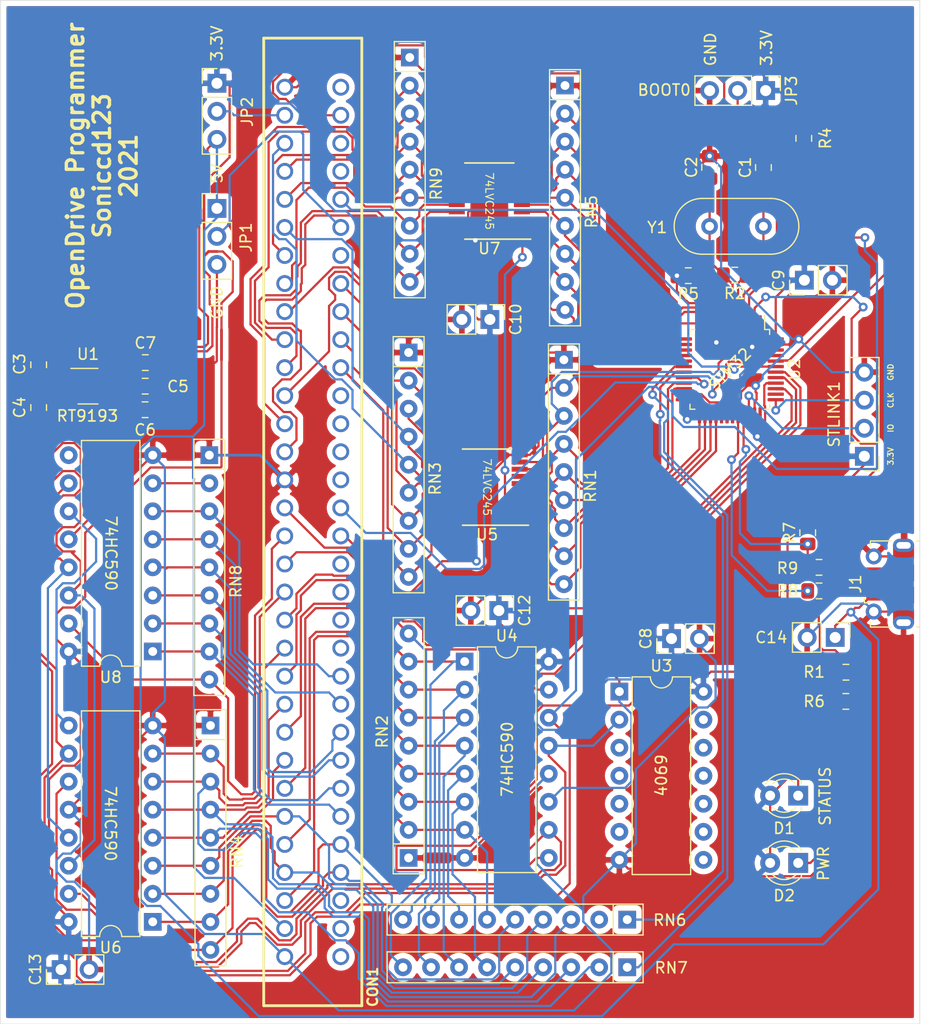
<source format=kicad_pcb>
(kicad_pcb (version 20171130) (host pcbnew "(5.1.4)-1")
  (layers (0 F.Cu signal) (31 B.Cu signal) (34 B.Paste user) (35 F.Paste user) (36 B.SilkS user) (37 F.SilkS user) (38 B.Mask user) (39 F.Mask user) (44 Edge.Cuts user))
  (net 0 "")
  (net 1 +3V3)
  (net 2 /BOOT0)
  (net 3 GND)
  (net 4 "Net-(C1-Pad1)")
  (net 5 "Net-(C2-Pad1)")
  (net 6 +5V)
  (net 7 "Net-(C5-Pad1)")
  (net 8 /CART_D6)
  (net 9 /CART_D8)
  (net 10 /CART_D0)
  (net 11 /CART_D7)
  (net 12 /A0)
  (net 13 /A16)
  (net 14 /A1)
  (net 15 /A15)
  (net 16 /A2)
  (net 17 /A14)
  (net 18 /A3)
  (net 19 /A13)
  (net 20 /A4)
  (net 21 /A12)
  (net 22 /A5)
  (net 23 /A11)
  (net 24 /A6)
  (net 25 /A10)
  (net 26 /CART_D15)
  (net 27 /OE)
  (net 28 /A20)
  (net 29 /A19)
  (net 30 /A18)
  (net 31 /A17)
  (net 32 /A9)
  (net 33 /A8)
  (net 34 /CART_D14)
  (net 35 /CART_D13)
  (net 36 /CART_D12)
  (net 37 /WE)
  (net 38 /TIME)
  (net 39 /CART_D10)
  (net 40 /CART_D4)
  (net 41 /CART_D3)
  (net 42 /CART_D11)
  (net 43 /CART_D1)
  (net 44 /CART_D9)
  (net 45 /CART_D5)
  (net 46 /CART_D2)
  (net 47 "Net-(D1-Pad1)")
  (net 48 "Net-(D2-Pad1)")
  (net 49 /USB-)
  (net 50 /USB+)
  (net 51 /ADDR_MODE)
  (net 52 "Net-(R1-Pad1)")
  (net 53 "Net-(R4-Pad2)")
  (net 54 "Net-(R5-Pad1)")
  (net 55 "Net-(R7-Pad1)")
  (net 56 "Net-(R8-Pad2)")
  (net 57 /D15)
  (net 58 /D14)
  (net 59 /D13)
  (net 60 /D12)
  (net 61 /D11)
  (net 62 /D10)
  (net 63 /D9)
  (net 64 /D8)
  (net 65 /A7)
  (net 66 /D7)
  (net 67 /D6)
  (net 68 /D5)
  (net 69 /D4)
  (net 70 /D3)
  (net 71 /D2)
  (net 72 /D1)
  (net 73 /D0)
  (net 74 /CMD_2AAA)
  (net 75 /CMD_5555)
  (net 76 /A21)
  (net 77 /A22)
  (net 78 /A23)
  (net 79 /DIO)
  (net 80 /DCLK)
  (net 81 /DIR)
  (net 82 /ADDR_INCR)
  (net 83 /ADDR_RST)
  (net 84 /REG_CLK)
  (net 85 "Net-(U4-Pad9)")
  (net 86 "Net-(U6-Pad9)")
  (net 87 "Net-(CON1-PadA31)")
  (net 88 /CE)
  (net 89 "Net-(CON1-PadB27)")
  (module Connector_PinHeader_2.54mm:PinHeader_1x03_P2.54mm_Vertical (layer F.Cu) (at 98.6536 24.0284)
    (fp_text reference JP2 (at 2.7432 2.5908 90) (layer F.SilkS))
    (fp_text value Jumper_3_Open)
    (pad 3 thru_hole oval (at 0 5.08) (size 1.7 1.7) (drill 1) (layers *.Cu *.Mask) (net 6 +5V))
    (pad 2 thru_hole oval (at 0 2.54) (size 1.7 1.7) (drill 1) (layers *.Cu *.Mask) (net 87 "Net-(CON1-PadA31)"))
    (pad 1 thru_hole rect (at 0 0) (size 1.7 1.7) (drill 1) (layers *.Cu *.Mask) (net 1 +3V3))
  )
  (module Connector_PinHeader_2.54mm:PinHeader_1x02_P2.54mm_Vertical (layer F.Cu) (at 154.686 74.2188 270)
    (fp_text reference C14 (at 0 5.7912 180) (layer F.SilkS))
    (fp_text value C)
    (pad 2 thru_hole oval (at 0 2.54 270) (size 1.7 1.7) (drill 1) (layers *.Cu *.Mask) (net 3 GND))
    (pad 1 thru_hole rect (at 0 0 270) (size 1.7 1.7) (drill 1) (layers *.Cu *.Mask) (net 6 +5V))
  )
  (module Connector_PinHeader_2.54mm:PinHeader_1x02_P2.54mm_Vertical (layer F.Cu) (at 84.5312 104.2924 90)
    (fp_text reference C13 (at 0 -2.33 90) (layer F.SilkS))
    (fp_text value C)
    (pad 2 thru_hole oval (at 0 2.54 90) (size 1.7 1.7) (drill 1) (layers *.Cu *.Mask) (net 3 GND))
    (pad 1 thru_hole rect (at 0 0 90) (size 1.7 1.7) (drill 1) (layers *.Cu *.Mask) (net 1 +3V3))
  )
  (module Connector_PinHeader_2.54mm:PinHeader_1x02_P2.54mm_Vertical (layer F.Cu) (at 124.206 71.7804 270)
    (fp_text reference C12 (at 0 -2.33 90) (layer F.SilkS))
    (fp_text value C)
    (pad 2 thru_hole oval (at 0 2.54 270) (size 1.7 1.7) (drill 1) (layers *.Cu *.Mask) (net 3 GND))
    (pad 1 thru_hole rect (at 0 0 270) (size 1.7 1.7) (drill 1) (layers *.Cu *.Mask) (net 1 +3V3))
  )
  (module Connector_PinHeader_2.54mm:PinHeader_1x02_P2.54mm_Vertical (layer F.Cu) (at 123.3932 45.4152 270)
    (fp_text reference C10 (at 0 -2.33 90) (layer F.SilkS))
    (fp_text value C)
    (pad 2 thru_hole oval (at 0 2.54 270) (size 1.7 1.7) (drill 1) (layers *.Cu *.Mask) (net 3 GND))
    (pad 1 thru_hole rect (at 0 0 270) (size 1.7 1.7) (drill 1) (layers *.Cu *.Mask) (net 1 +3V3))
  )
  (module Connector_PinHeader_2.54mm:PinHeader_1x02_P2.54mm_Vertical (layer F.Cu) (at 151.892 41.8592 90)
    (fp_text reference C9 (at 0 -2.33 90) (layer F.SilkS))
    (fp_text value C)
    (pad 2 thru_hole oval (at 0 2.54 90) (size 1.7 1.7) (drill 1) (layers *.Cu *.Mask) (net 3 GND))
    (pad 1 thru_hole rect (at 0 0 90) (size 1.7 1.7) (drill 1) (layers *.Cu *.Mask) (net 1 +3V3))
  )
  (module Connector_PinHeader_2.54mm:PinHeader_1x02_P2.54mm_Vertical (layer F.Cu) (at 139.8524 74.3204 90)
    (fp_text reference C8 (at 0 -2.33 90) (layer F.SilkS))
    (fp_text value C)
    (pad 2 thru_hole oval (at 0 2.54 90) (size 1.7 1.7) (drill 1) (layers *.Cu *.Mask) (net 3 GND))
    (pad 1 thru_hole rect (at 0 0 90) (size 1.7 1.7) (drill 1) (layers *.Cu *.Mask) (net 1 +3V3))
  )
  (module Connector_PinHeader_2.54mm:PinHeader_1x03_P2.54mm_Vertical (layer F.Cu) (at 148.3868 24.6888 270)
    (fp_text reference JP3 (at 0 -2.33 90) (layer F.SilkS))
    (fp_text value Jumper_3_Open)
    (pad 3 thru_hole oval (at 0 5.08 270) (size 1.7 1.7) (drill 1) (layers *.Cu *.Mask) (net 3 GND))
    (pad 2 thru_hole oval (at 0 2.54 270) (size 1.7 1.7) (drill 1) (layers *.Cu *.Mask) (net 2 /BOOT0))
    (pad 1 thru_hole rect (at 0 0 270) (size 1.7 1.7) (drill 1) (layers *.Cu *.Mask) (net 1 +3V3))
  )
  (module Connector_PinHeader_2.54mm:PinHeader_1x03_P2.54mm_Vertical (layer F.Cu) (at 98.6536 35.3568)
    (fp_text reference JP1 (at 2.6416 2.6416 90) (layer F.SilkS))
    (fp_text value Jumper_3_Open)
    (pad 3 thru_hole oval (at 0 5.08) (size 1.7 1.7) (drill 1) (layers *.Cu *.Mask) (net 3 GND))
    (pad 2 thru_hole oval (at 0 2.54) (size 1.7 1.7) (drill 1) (layers *.Cu *.Mask) (net 89 "Net-(CON1-PadB27)"))
    (pad 1 thru_hole rect (at 0 0) (size 1.7 1.7) (drill 1) (layers *.Cu *.Mask) (net 6 +5V))
  )
  (module LED_THT:LED_D3.0mm (layer F.Cu) (at 151.3332 94.6404 180)
    (fp_text reference D2 (at 1.27 -2.96) (layer F.SilkS))
    (fp_text value RED)
    (pad 2 thru_hole circle (at 2.54 0 180) (size 1.8 1.8) (drill 0.9) (layers *.Cu *.Mask) (net 1 +3V3))
    (pad 1 thru_hole rect (at 0 0 180) (size 1.8 1.8) (drill 0.9) (layers *.Cu *.Mask) (net 48 "Net-(D2-Pad1)"))
  )
  (module LED_THT:LED_D3.0mm (layer F.Cu) (at 151.3332 88.5444 180)
    (fp_text reference D1 (at 1.27 -2.96) (layer F.SilkS))
    (fp_text value GREEN)
    (pad 2 thru_hole circle (at 2.54 0 180) (size 1.8 1.8) (drill 0.9) (layers *.Cu *.Mask) (net 1 +3V3))
    (pad 1 thru_hole rect (at 0 0 180) (size 1.8 1.8) (drill 0.9) (layers *.Cu *.Mask) (net 47 "Net-(D1-Pad1)"))
  )
  (module Resistor_THT:R_Array_SIP9 (layer F.Cu) (at 130.2004 24.2316 270)
    (fp_text reference RN5 (at 11.43 -2.4 90) (layer F.SilkS))
    (fp_text value R_Network08)
    (pad 1 thru_hole rect (at 0 0 270) (size 1.6 1.6) (drill 0.8) (layers *.Cu *.Mask) (net 3 GND))
    (pad 2 thru_hole oval (at 2.54 0 270) (size 1.6 1.6) (drill 0.8) (layers *.Cu *.Mask) (net 73 /D0))
    (pad 3 thru_hole oval (at 5.08 0 270) (size 1.6 1.6) (drill 0.8) (layers *.Cu *.Mask) (net 72 /D1))
    (pad 4 thru_hole oval (at 7.62 0 270) (size 1.6 1.6) (drill 0.8) (layers *.Cu *.Mask) (net 71 /D2))
    (pad 5 thru_hole oval (at 10.16 0 270) (size 1.6 1.6) (drill 0.8) (layers *.Cu *.Mask) (net 70 /D3))
    (pad 6 thru_hole oval (at 12.7 0 270) (size 1.6 1.6) (drill 0.8) (layers *.Cu *.Mask) (net 69 /D4))
    (pad 7 thru_hole oval (at 15.24 0 270) (size 1.6 1.6) (drill 0.8) (layers *.Cu *.Mask) (net 68 /D5))
    (pad 8 thru_hole oval (at 17.78 0 270) (size 1.6 1.6) (drill 0.8) (layers *.Cu *.Mask) (net 67 /D6))
    (pad 9 thru_hole oval (at 20.32 0 270) (size 1.6 1.6) (drill 0.8) (layers *.Cu *.Mask) (net 66 /D7))
  )
  (module Resistor_THT:R_Array_SIP9 (layer F.Cu) (at 135.8392 104.0892 180)
    (fp_text reference RN7 (at -3.9878 -0.0508) (layer F.SilkS))
    (fp_text value R_Network08)
    (pad 9 thru_hole oval (at 20.32 0 180) (size 1.6 1.6) (drill 0.8) (layers *.Cu *.Mask) (net 12 /A0))
    (pad 8 thru_hole oval (at 17.78 0 180) (size 1.6 1.6) (drill 0.8) (layers *.Cu *.Mask) (net 16 /A2))
    (pad 7 thru_hole oval (at 15.24 0 180) (size 1.6 1.6) (drill 0.8) (layers *.Cu *.Mask) (net 20 /A4))
    (pad 6 thru_hole oval (at 12.7 0 180) (size 1.6 1.6) (drill 0.8) (layers *.Cu *.Mask) (net 24 /A6))
    (pad 5 thru_hole oval (at 10.16 0 180) (size 1.6 1.6) (drill 0.8) (layers *.Cu *.Mask) (net 33 /A8))
    (pad 4 thru_hole oval (at 7.62 0 180) (size 1.6 1.6) (drill 0.8) (layers *.Cu *.Mask) (net 25 /A10))
    (pad 3 thru_hole oval (at 5.08 0 180) (size 1.6 1.6) (drill 0.8) (layers *.Cu *.Mask) (net 21 /A12))
    (pad 2 thru_hole oval (at 2.54 0 180) (size 1.6 1.6) (drill 0.8) (layers *.Cu *.Mask) (net 17 /A14))
    (pad 1 thru_hole rect (at 0 0 180) (size 1.6 1.6) (drill 0.8) (layers *.Cu *.Mask) (net 75 /CMD_5555))
  )
  (module Capacitor_SMD:C_0805_2012Metric_Pad1.15x1.40mm_HandSolder (layer F.Cu) (at 148.1836 31.6574 90)
    (fp_text reference C1 (at 0 -1.65 90) (layer F.SilkS))
    (fp_text value 22pF)
    (pad 1 smd roundrect (at -1.025 0 90) (size 1.15 1.4) (layers F.Cu F.Paste F.Mask) (roundrect_rratio 0.217391) (net 4 "Net-(C1-Pad1)"))
    (pad 2 smd roundrect (at 1.025 0 90) (size 1.15 1.4) (layers F.Cu F.Paste F.Mask) (roundrect_rratio 0.217391) (net 3 GND))
  )
  (module Capacitor_SMD:C_0805_2012Metric_Pad1.15x1.40mm_HandSolder (layer F.Cu) (at 143.3068 31.6394 90)
    (fp_text reference C2 (at 0 -1.65 90) (layer F.SilkS))
    (fp_text value 22pF)
    (pad 2 smd roundrect (at 1.025 0 90) (size 1.15 1.4) (layers F.Cu F.Paste F.Mask) (roundrect_rratio 0.217391) (net 3 GND))
    (pad 1 smd roundrect (at -1.025 0 90) (size 1.15 1.4) (layers F.Cu F.Paste F.Mask) (roundrect_rratio 0.217391) (net 5 "Net-(C2-Pad1)"))
  )
  (module Capacitor_SMD:C_0805_2012Metric_Pad1.15x1.40mm_HandSolder (layer F.Cu) (at 82.4992 49.521 270)
    (fp_text reference C3 (at -0.0672 1.7272 90) (layer F.SilkS))
    (fp_text value 100nF)
    (pad 1 smd roundrect (at -1.025 0 270) (size 1.15 1.4) (layers F.Cu F.Paste F.Mask) (roundrect_rratio 0.217391) (net 6 +5V))
    (pad 2 smd roundrect (at 1.025 0 270) (size 1.15 1.4) (layers F.Cu F.Paste F.Mask) (roundrect_rratio 0.217391) (net 3 GND))
  )
  (module Capacitor_SMD:C_0805_2012Metric_Pad1.15x1.40mm_HandSolder (layer F.Cu) (at 82.4992 53.3998 90)
    (fp_text reference C4 (at 0.009 -1.7272 90) (layer F.SilkS))
    (fp_text value 10uF)
    (pad 2 smd roundrect (at 1.025 0 90) (size 1.15 1.4) (layers F.Cu F.Paste F.Mask) (roundrect_rratio 0.217391) (net 3 GND))
    (pad 1 smd roundrect (at -1.025 0 90) (size 1.15 1.4) (layers F.Cu F.Paste F.Mask) (roundrect_rratio 0.217391) (net 6 +5V))
  )
  (module Capacitor_SMD:C_0805_2012Metric_Pad1.15x1.40mm_HandSolder (layer F.Cu) (at 92.1422 53.594)
    (fp_text reference C5 (at 2.9808 -2.1082) (layer F.SilkS))
    (fp_text value 1uF)
    (pad 1 smd roundrect (at -1.025 0) (size 1.15 1.4) (layers F.Cu F.Paste F.Mask) (roundrect_rratio 0.217391) (net 7 "Net-(C5-Pad1)"))
    (pad 2 smd roundrect (at 1.025 0) (size 1.15 1.4) (layers F.Cu F.Paste F.Mask) (roundrect_rratio 0.217391) (net 3 GND))
  )
  (module Capacitor_SMD:C_0805_2012Metric_Pad1.15x1.40mm_HandSolder (layer F.Cu) (at 92.1512 51.4604 180)
    (fp_text reference C6 (at 0 -3.9624) (layer F.SilkS))
    (fp_text value 100nF)
    (pad 2 smd roundrect (at 1.025 0 180) (size 1.15 1.4) (layers F.Cu F.Paste F.Mask) (roundrect_rratio 0.217391) (net 1 +3V3))
    (pad 1 smd roundrect (at -1.025 0 180) (size 1.15 1.4) (layers F.Cu F.Paste F.Mask) (roundrect_rratio 0.217391) (net 3 GND))
  )
  (module Capacitor_SMD:C_0805_2012Metric_Pad1.15x1.40mm_HandSolder (layer F.Cu) (at 92.1602 49.3268 180)
    (fp_text reference C7 (at 0 1.778) (layer F.SilkS))
    (fp_text value 10uF)
    (pad 1 smd roundrect (at -1.025 0 180) (size 1.15 1.4) (layers F.Cu F.Paste F.Mask) (roundrect_rratio 0.217391) (net 3 GND))
    (pad 2 smd roundrect (at 1.025 0 180) (size 1.15 1.4) (layers F.Cu F.Paste F.Mask) (roundrect_rratio 0.217391) (net 1 +3V3))
  )
  (module db-thparts:GENESIS-CONN (layer F.Cu) (at 109.8804 103.124 180)
    (fp_text reference CON1 (at -2.8956 -2.7432 90) (layer F.SilkS) (effects (font (size 0.889 0.889) (thickness 0.2032))))
    (fp_text value GENESIS-CONN hide)
    (pad A26 thru_hole circle (at 5.08 63.5) (size 1.524 1.524) (drill 1.016) (layers *.Cu *.Mask) (net 46 /CART_D2))
    (pad A25 thru_hole circle (at 5.08 60.96) (size 1.524 1.524) (drill 1.016) (layers *.Cu *.Mask) (net 45 /CART_D5))
    (pad A24 thru_hole circle (at 5.08 58.42) (size 1.524 1.524) (drill 1.016) (layers *.Cu *.Mask) (net 44 /CART_D9))
    (pad A23 thru_hole circle (at 5.08 55.88) (size 1.524 1.524) (drill 1.016) (layers *.Cu *.Mask) (net 43 /CART_D1))
    (pad A32 thru_hole circle (at 5.08 78.74) (size 1.524 1.524) (drill 1.016) (layers *.Cu *.Mask) (net 3 GND))
    (pad A31 thru_hole circle (at 5.08 76.2) (size 1.524 1.524) (drill 1.016) (layers *.Cu *.Mask) (net 87 "Net-(CON1-PadA31)"))
    (pad A30 thru_hole circle (at 5.08 73.66) (size 1.524 1.524) (drill 1.016) (layers *.Cu *.Mask) (net 42 /CART_D11))
    (pad A29 thru_hole circle (at 5.08 71.12) (size 1.524 1.524) (drill 1.016) (layers *.Cu *.Mask) (net 41 /CART_D3))
    (pad A28 thru_hole circle (at 5.08 68.58) (size 1.524 1.524) (drill 1.016) (layers *.Cu *.Mask) (net 40 /CART_D4))
    (pad A27 thru_hole circle (at 5.08 66.04) (size 1.524 1.524) (drill 1.016) (layers *.Cu *.Mask) (net 39 /CART_D10))
    (pad B32 thru_hole circle (at 0 78.74) (size 1.524 1.524) (drill 1.016) (layers *.Cu *.Mask))
    (pad B31 thru_hole circle (at 0 76.2) (size 1.524 1.524) (drill 1.016) (layers *.Cu *.Mask) (net 38 /TIME))
    (pad B30 thru_hole circle (at 0 73.66) (size 1.524 1.524) (drill 1.016) (layers *.Cu *.Mask))
    (pad B29 thru_hole circle (at 0 71.12) (size 1.524 1.524) (drill 1.016) (layers *.Cu *.Mask))
    (pad B28 thru_hole circle (at 0 68.58) (size 1.524 1.524) (drill 1.016) (layers *.Cu *.Mask) (net 37 /WE))
    (pad B27 thru_hole circle (at 0 66.04) (size 1.524 1.524) (drill 1.016) (layers *.Cu *.Mask) (net 89 "Net-(CON1-PadB27)"))
    (pad B26 thru_hole circle (at 0 63.5) (size 1.524 1.524) (drill 1.016) (layers *.Cu *.Mask))
    (pad B25 thru_hole circle (at 0 60.96) (size 1.524 1.524) (drill 1.016) (layers *.Cu *.Mask) (net 36 /CART_D12))
    (pad B24 thru_hole circle (at 0 58.42) (size 1.524 1.524) (drill 1.016) (layers *.Cu *.Mask) (net 35 /CART_D13))
    (pad B23 thru_hole circle (at 0 55.88) (size 1.524 1.524) (drill 1.016) (layers *.Cu *.Mask) (net 34 /CART_D14))
    (pad B1 thru_hole circle (at 0 0) (size 1.524 1.524) (drill 1.016) (layers *.Cu *.Mask))
    (pad B2 thru_hole circle (at 0 2.54) (size 1.524 1.524) (drill 1.016) (layers *.Cu *.Mask))
    (pad B3 thru_hole circle (at 0 5.08) (size 1.524 1.524) (drill 1.016) (layers *.Cu *.Mask))
    (pad B4 thru_hole circle (at 0 7.62) (size 1.524 1.524) (drill 1.016) (layers *.Cu *.Mask) (net 33 /A8))
    (pad B5 thru_hole circle (at 0 10.16) (size 1.524 1.524) (drill 1.016) (layers *.Cu *.Mask) (net 32 /A9))
    (pad B6 thru_hole circle (at 0 12.7) (size 1.524 1.524) (drill 1.016) (layers *.Cu *.Mask) (net 31 /A17))
    (pad B7 thru_hole circle (at 0 15.24) (size 1.524 1.524) (drill 1.016) (layers *.Cu *.Mask) (net 30 /A18))
    (pad B8 thru_hole circle (at 0 17.78) (size 1.524 1.524) (drill 1.016) (layers *.Cu *.Mask) (net 29 /A19))
    (pad B9 thru_hole circle (at 0 20.32) (size 1.524 1.524) (drill 1.016) (layers *.Cu *.Mask) (net 28 /A20))
    (pad B10 thru_hole circle (at 0 22.86) (size 1.524 1.524) (drill 1.016) (layers *.Cu *.Mask) (net 76 /A21))
    (pad B11 thru_hole circle (at 0 25.4) (size 1.524 1.524) (drill 1.016) (layers *.Cu *.Mask) (net 77 /A22))
    (pad B12 thru_hole circle (at 0 27.94) (size 1.524 1.524) (drill 1.016) (layers *.Cu *.Mask))
    (pad B13 thru_hole circle (at 0 30.48) (size 1.524 1.524) (drill 1.016) (layers *.Cu *.Mask))
    (pad B14 thru_hole circle (at 0 33.02) (size 1.524 1.524) (drill 1.016) (layers *.Cu *.Mask))
    (pad B15 thru_hole circle (at 0 35.56) (size 1.524 1.524) (drill 1.016) (layers *.Cu *.Mask))
    (pad B16 thru_hole circle (at 0 38.1) (size 1.524 1.524) (drill 1.016) (layers *.Cu *.Mask) (net 27 /OE))
    (pad B17 thru_hole circle (at 0 40.64) (size 1.524 1.524) (drill 1.016) (layers *.Cu *.Mask) (net 88 /CE))
    (pad B18 thru_hole circle (at 0 43.18) (size 1.524 1.524) (drill 1.016) (layers *.Cu *.Mask))
    (pad B19 thru_hole circle (at 0 45.72) (size 1.524 1.524) (drill 1.016) (layers *.Cu *.Mask))
    (pad B20 thru_hole circle (at 0 48.26) (size 1.524 1.524) (drill 1.016) (layers *.Cu *.Mask))
    (pad B21 thru_hole circle (at 0 50.8) (size 1.524 1.524) (drill 1.016) (layers *.Cu *.Mask))
    (pad B22 thru_hole circle (at 0 53.34) (size 1.524 1.524) (drill 1.016) (layers *.Cu *.Mask) (net 26 /CART_D15))
    (pad A1 thru_hole circle (at 5.08 0) (size 1.524 1.524) (drill 1.016) (layers *.Cu *.Mask) (net 3 GND))
    (pad A2 thru_hole circle (at 5.08 2.54) (size 1.524 1.524) (drill 1.016) (layers *.Cu *.Mask) (net 6 +5V))
    (pad A3 thru_hole circle (at 5.08 5.08) (size 1.524 1.524) (drill 1.016) (layers *.Cu *.Mask) (net 65 /A7))
    (pad A4 thru_hole circle (at 5.08 7.62) (size 1.524 1.524) (drill 1.016) (layers *.Cu *.Mask) (net 25 /A10))
    (pad A5 thru_hole circle (at 5.08 10.16) (size 1.524 1.524) (drill 1.016) (layers *.Cu *.Mask) (net 24 /A6))
    (pad A6 thru_hole circle (at 5.08 12.7) (size 1.524 1.524) (drill 1.016) (layers *.Cu *.Mask) (net 23 /A11))
    (pad A7 thru_hole circle (at 5.08 15.24) (size 1.524 1.524) (drill 1.016) (layers *.Cu *.Mask) (net 22 /A5))
    (pad A8 thru_hole circle (at 5.08 17.78) (size 1.524 1.524) (drill 1.016) (layers *.Cu *.Mask) (net 21 /A12))
    (pad A9 thru_hole circle (at 5.08 20.32) (size 1.524 1.524) (drill 1.016) (layers *.Cu *.Mask) (net 20 /A4))
    (pad A10 thru_hole circle (at 5.08 22.86) (size 1.524 1.524) (drill 1.016) (layers *.Cu *.Mask) (net 19 /A13))
    (pad A11 thru_hole circle (at 5.08 25.4) (size 1.524 1.524) (drill 1.016) (layers *.Cu *.Mask) (net 18 /A3))
    (pad A12 thru_hole circle (at 5.08 27.94) (size 1.524 1.524) (drill 1.016) (layers *.Cu *.Mask) (net 17 /A14))
    (pad A13 thru_hole circle (at 5.08 30.48) (size 1.524 1.524) (drill 1.016) (layers *.Cu *.Mask) (net 16 /A2))
    (pad A14 thru_hole circle (at 5.08 33.02) (size 1.524 1.524) (drill 1.016) (layers *.Cu *.Mask) (net 15 /A15))
    (pad A15 thru_hole circle (at 5.08 35.56) (size 1.524 1.524) (drill 1.016) (layers *.Cu *.Mask) (net 14 /A1))
    (pad A16 thru_hole circle (at 5.08 38.1) (size 1.524 1.524) (drill 1.016) (layers *.Cu *.Mask) (net 13 /A16))
    (pad A17 thru_hole circle (at 5.08 40.64) (size 1.524 1.524) (drill 1.016) (layers *.Cu *.Mask) (net 12 /A0))
    (pad A18 thru_hole circle (at 5.08 43.18) (size 1.524 1.524) (drill 1.016) (layers *.Cu *.Mask) (net 3 GND))
    (pad A19 thru_hole circle (at 5.08 45.72) (size 1.524 1.524) (drill 1.016) (layers *.Cu *.Mask) (net 11 /CART_D7))
    (pad A20 thru_hole circle (at 5.08 48.26) (size 1.524 1.524) (drill 1.016) (layers *.Cu *.Mask) (net 10 /CART_D0))
    (pad A21 thru_hole circle (at 5.08 50.8) (size 1.524 1.524) (drill 1.016) (layers *.Cu *.Mask) (net 9 /CART_D8))
    (pad A22 thru_hole circle (at 5.08 53.34) (size 1.524 1.524) (drill 1.016) (layers *.Cu *.Mask) (net 8 /CART_D6))
  )
  (module Connector_USB:USB_Micro-B_Molex-105017-0001 (layer F.Cu) (at 159.6461 69.3768 90)
    (fp_text reference J1 (at 0 -3.1125 90) (layer F.SilkS))
    (fp_text value USB_B_Micro)
    (pad 6 smd rect (at 1 1.2375 90) (size 1.5 1.9) (layers F.Cu F.Paste F.Mask) (net 3 GND))
    (pad 6 thru_hole circle (at -2.5 -1.4625 90) (size 1.45 1.45) (drill 0.85) (layers *.Cu *.Mask) (net 3 GND))
    (pad 2 smd rect (at -0.65 -1.4625 90) (size 0.4 1.35) (layers F.Cu F.Paste F.Mask) (net 49 /USB-))
    (pad 1 smd rect (at -1.3 -1.4625 90) (size 0.4 1.35) (layers F.Cu F.Paste F.Mask) (net 6 +5V))
    (pad 5 smd rect (at 1.3 -1.4625 90) (size 0.4 1.35) (layers F.Cu F.Paste F.Mask) (net 3 GND))
    (pad 4 smd rect (at 0.65 -1.4625 90) (size 0.4 1.35) (layers F.Cu F.Paste F.Mask) (net 3 GND))
    (pad 3 smd rect (at 0 -1.4625 90) (size 0.4 1.35) (layers F.Cu F.Paste F.Mask) (net 50 /USB+))
    (pad 6 thru_hole circle (at 2.5 -1.4625 90) (size 1.45 1.45) (drill 0.85) (layers *.Cu *.Mask) (net 3 GND))
    (pad 6 smd rect (at -1 1.2375 90) (size 1.5 1.9) (layers F.Cu F.Paste F.Mask) (net 3 GND))
    (pad 6 thru_hole oval (at -3.5 1.2375 270) (size 1.2 1.9) (drill oval 0.6 1.3) (layers *.Cu *.Mask) (net 3 GND))
    (pad 6 thru_hole oval (at 3.5 1.2375 90) (size 1.2 1.9) (drill oval 0.6 1.3) (layers *.Cu *.Mask) (net 3 GND))
    (pad 6 smd rect (at 2.9 1.2375 90) (size 1.2 1.9) (layers F.Cu F.Mask) (net 3 GND))
    (pad 6 smd rect (at -2.9 1.2375 90) (size 1.2 1.9) (layers F.Cu F.Mask) (net 3 GND))
  )
  (module Resistor_SMD:R_0805_2012Metric_Pad1.15x1.40mm_HandSolder (layer F.Cu) (at 155.6602 77.3684 180)
    (fp_text reference R1 (at 2.8792 0.0254) (layer F.SilkS))
    (fp_text value 510R)
    (pad 1 smd roundrect (at -1.025 0 180) (size 1.15 1.4) (layers F.Cu F.Paste F.Mask) (roundrect_rratio 0.217391) (net 52 "Net-(R1-Pad1)"))
    (pad 2 smd roundrect (at 1.025 0 180) (size 1.15 1.4) (layers F.Cu F.Paste F.Mask) (roundrect_rratio 0.217391) (net 47 "Net-(D1-Pad1)"))
  )
  (module Resistor_SMD:R_0805_2012Metric_Pad1.15x1.40mm_HandSolder (layer F.Cu) (at 145.5838 41.402)
    (fp_text reference R2 (at 0 1.651) (layer F.SilkS))
    (fp_text value 1M/NC)
    (pad 2 smd roundrect (at 1.025 0) (size 1.15 1.4) (layers F.Cu F.Paste F.Mask) (roundrect_rratio 0.217391) (net 4 "Net-(C1-Pad1)"))
    (pad 1 smd roundrect (at -1.025 0) (size 1.15 1.4) (layers F.Cu F.Paste F.Mask) (roundrect_rratio 0.217391) (net 5 "Net-(C2-Pad1)"))
  )
  (module Resistor_SMD:R_0805_2012Metric_Pad1.15x1.40mm_HandSolder (layer F.Cu) (at 151.8412 29.0158 270)
    (fp_text reference R4 (at 0 -1.9558 90) (layer F.SilkS))
    (fp_text value 100K)
    (pad 2 smd roundrect (at 1.025 0 270) (size 1.15 1.4) (layers F.Cu F.Paste F.Mask) (roundrect_rratio 0.217391) (net 53 "Net-(R4-Pad2)"))
    (pad 1 smd roundrect (at -1.025 0 270) (size 1.15 1.4) (layers F.Cu F.Paste F.Mask) (roundrect_rratio 0.217391) (net 2 /BOOT0))
  )
  (module Resistor_SMD:R_0805_2012Metric_Pad1.15x1.40mm_HandSolder (layer F.Cu) (at 141.3674 41.4528 180)
    (fp_text reference R5 (at 0 -1.65) (layer F.SilkS))
    (fp_text value 10K)
    (pad 1 smd roundrect (at -1.025 0 180) (size 1.15 1.4) (layers F.Cu F.Paste F.Mask) (roundrect_rratio 0.217391) (net 54 "Net-(R5-Pad1)"))
    (pad 2 smd roundrect (at 1.025 0 180) (size 1.15 1.4) (layers F.Cu F.Paste F.Mask) (roundrect_rratio 0.217391) (net 1 +3V3))
  )
  (module Resistor_SMD:R_0805_2012Metric_Pad1.15x1.40mm_HandSolder (layer F.Cu) (at 155.6512 80.01 180)
    (fp_text reference R6 (at 2.8702 0) (layer F.SilkS))
    (fp_text value 510R)
    (pad 1 smd roundrect (at -1.025 0 180) (size 1.15 1.4) (layers F.Cu F.Paste F.Mask) (roundrect_rratio 0.217391) (net 3 GND))
    (pad 2 smd roundrect (at 1.025 0 180) (size 1.15 1.4) (layers F.Cu F.Paste F.Mask) (roundrect_rratio 0.217391) (net 48 "Net-(D2-Pad1)"))
  )
  (module Resistor_SMD:R_0805_2012Metric_Pad1.15x1.40mm_HandSolder (layer F.Cu) (at 152.1968 64.7282 90)
    (fp_text reference R7 (at 0 -1.65 90) (layer F.SilkS))
    (fp_text value 1.5K)
    (pad 2 smd roundrect (at 1.025 0 90) (size 1.15 1.4) (layers F.Cu F.Paste F.Mask) (roundrect_rratio 0.217391) (net 1 +3V3))
    (pad 1 smd roundrect (at -1.025 0 90) (size 1.15 1.4) (layers F.Cu F.Paste F.Mask) (roundrect_rratio 0.217391) (net 55 "Net-(R7-Pad1)"))
  )
  (module Resistor_SMD:R_0805_2012Metric_Pad1.15x1.40mm_HandSolder (layer F.Cu) (at 153.2218 70.0024 180)
    (fp_text reference R8 (at 2.8538 0.0254) (layer F.SilkS))
    (fp_text value 22R)
    (pad 1 smd roundrect (at -1.025 0 180) (size 1.15 1.4) (layers F.Cu F.Paste F.Mask) (roundrect_rratio 0.217391) (net 49 /USB-))
    (pad 2 smd roundrect (at 1.025 0 180) (size 1.15 1.4) (layers F.Cu F.Paste F.Mask) (roundrect_rratio 0.217391) (net 56 "Net-(R8-Pad2)"))
  )
  (module Resistor_SMD:R_0805_2012Metric_Pad1.15x1.40mm_HandSolder (layer F.Cu) (at 153.2218 67.8688 180)
    (fp_text reference R9 (at 2.8538 -0.0762) (layer F.SilkS))
    (fp_text value 22R)
    (pad 2 smd roundrect (at 1.025 0 180) (size 1.15 1.4) (layers F.Cu F.Paste F.Mask) (roundrect_rratio 0.217391) (net 55 "Net-(R7-Pad1)"))
    (pad 1 smd roundrect (at -1.025 0 180) (size 1.15 1.4) (layers F.Cu F.Paste F.Mask) (roundrect_rratio 0.217391) (net 50 /USB+))
  )
  (module Resistor_THT:R_Array_SIP9 (layer F.Cu) (at 130.0988 49.0728 270)
    (fp_text reference RN1 (at 11.43 -2.4 90) (layer F.SilkS))
    (fp_text value R_Network08)
    (pad 1 thru_hole rect (at 0 0 270) (size 1.6 1.6) (drill 0.8) (layers *.Cu *.Mask) (net 3 GND))
    (pad 2 thru_hole oval (at 2.54 0 270) (size 1.6 1.6) (drill 0.8) (layers *.Cu *.Mask) (net 64 /D8))
    (pad 3 thru_hole oval (at 5.08 0 270) (size 1.6 1.6) (drill 0.8) (layers *.Cu *.Mask) (net 63 /D9))
    (pad 4 thru_hole oval (at 7.62 0 270) (size 1.6 1.6) (drill 0.8) (layers *.Cu *.Mask) (net 62 /D10))
    (pad 5 thru_hole oval (at 10.16 0 270) (size 1.6 1.6) (drill 0.8) (layers *.Cu *.Mask) (net 61 /D11))
    (pad 6 thru_hole oval (at 12.7 0 270) (size 1.6 1.6) (drill 0.8) (layers *.Cu *.Mask) (net 60 /D12))
    (pad 7 thru_hole oval (at 15.24 0 270) (size 1.6 1.6) (drill 0.8) (layers *.Cu *.Mask) (net 59 /D13))
    (pad 8 thru_hole oval (at 17.78 0 270) (size 1.6 1.6) (drill 0.8) (layers *.Cu *.Mask) (net 58 /D14))
    (pad 9 thru_hole oval (at 20.32 0 270) (size 1.6 1.6) (drill 0.8) (layers *.Cu *.Mask) (net 57 /D15))
  )
  (module Resistor_THT:R_Array_SIP9 (layer F.Cu) (at 116.0272 94.1832 90)
    (fp_text reference RN2 (at 11.43 -2.4 90) (layer F.SilkS))
    (fp_text value R_Network08)
    (pad 9 thru_hole oval (at 20.32 0 90) (size 1.6 1.6) (drill 0.8) (layers *.Cu *.Mask) (net 12 /A0))
    (pad 8 thru_hole oval (at 17.78 0 90) (size 1.6 1.6) (drill 0.8) (layers *.Cu *.Mask) (net 14 /A1))
    (pad 7 thru_hole oval (at 15.24 0 90) (size 1.6 1.6) (drill 0.8) (layers *.Cu *.Mask) (net 16 /A2))
    (pad 6 thru_hole oval (at 12.7 0 90) (size 1.6 1.6) (drill 0.8) (layers *.Cu *.Mask) (net 18 /A3))
    (pad 5 thru_hole oval (at 10.16 0 90) (size 1.6 1.6) (drill 0.8) (layers *.Cu *.Mask) (net 20 /A4))
    (pad 4 thru_hole oval (at 7.62 0 90) (size 1.6 1.6) (drill 0.8) (layers *.Cu *.Mask) (net 22 /A5))
    (pad 3 thru_hole oval (at 5.08 0 90) (size 1.6 1.6) (drill 0.8) (layers *.Cu *.Mask) (net 24 /A6))
    (pad 2 thru_hole oval (at 2.54 0 90) (size 1.6 1.6) (drill 0.8) (layers *.Cu *.Mask) (net 65 /A7))
    (pad 1 thru_hole rect (at 0 0 90) (size 1.6 1.6) (drill 0.8) (layers *.Cu *.Mask) (net 3 GND))
  )
  (module Resistor_THT:R_Array_SIP9 (layer F.Cu) (at 116.0272 48.4124 270)
    (fp_text reference RN3 (at 11.43 -2.4 90) (layer F.SilkS))
    (fp_text value R_Network08)
    (pad 9 thru_hole oval (at 20.32 0 270) (size 1.6 1.6) (drill 0.8) (layers *.Cu *.Mask) (net 26 /CART_D15))
    (pad 8 thru_hole oval (at 17.78 0 270) (size 1.6 1.6) (drill 0.8) (layers *.Cu *.Mask) (net 34 /CART_D14))
    (pad 7 thru_hole oval (at 15.24 0 270) (size 1.6 1.6) (drill 0.8) (layers *.Cu *.Mask) (net 35 /CART_D13))
    (pad 6 thru_hole oval (at 12.7 0 270) (size 1.6 1.6) (drill 0.8) (layers *.Cu *.Mask) (net 36 /CART_D12))
    (pad 5 thru_hole oval (at 10.16 0 270) (size 1.6 1.6) (drill 0.8) (layers *.Cu *.Mask) (net 42 /CART_D11))
    (pad 4 thru_hole oval (at 7.62 0 270) (size 1.6 1.6) (drill 0.8) (layers *.Cu *.Mask) (net 39 /CART_D10))
    (pad 3 thru_hole oval (at 5.08 0 270) (size 1.6 1.6) (drill 0.8) (layers *.Cu *.Mask) (net 44 /CART_D9))
    (pad 2 thru_hole oval (at 2.54 0 270) (size 1.6 1.6) (drill 0.8) (layers *.Cu *.Mask) (net 9 /CART_D8))
    (pad 1 thru_hole rect (at 0 0 270) (size 1.6 1.6) (drill 0.8) (layers *.Cu *.Mask) (net 3 GND))
  )
  (module Resistor_THT:R_Array_SIP9 (layer F.Cu) (at 98.0694 82.1944 270)
    (fp_text reference RN4 (at 11.43 -2.4 90) (layer F.SilkS))
    (fp_text value R_Network08)
    (pad 1 thru_hole rect (at 0 0 270) (size 1.6 1.6) (drill 0.8) (layers *.Cu *.Mask) (net 3 GND))
    (pad 2 thru_hole oval (at 2.54 0 270) (size 1.6 1.6) (drill 0.8) (layers *.Cu *.Mask) (net 15 /A15))
    (pad 3 thru_hole oval (at 5.08 0 270) (size 1.6 1.6) (drill 0.8) (layers *.Cu *.Mask) (net 17 /A14))
    (pad 4 thru_hole oval (at 7.62 0 270) (size 1.6 1.6) (drill 0.8) (layers *.Cu *.Mask) (net 19 /A13))
    (pad 5 thru_hole oval (at 10.16 0 270) (size 1.6 1.6) (drill 0.8) (layers *.Cu *.Mask) (net 21 /A12))
    (pad 6 thru_hole oval (at 12.7 0 270) (size 1.6 1.6) (drill 0.8) (layers *.Cu *.Mask) (net 23 /A11))
    (pad 7 thru_hole oval (at 15.24 0 270) (size 1.6 1.6) (drill 0.8) (layers *.Cu *.Mask) (net 25 /A10))
    (pad 8 thru_hole oval (at 17.78 0 270) (size 1.6 1.6) (drill 0.8) (layers *.Cu *.Mask) (net 32 /A9))
    (pad 9 thru_hole oval (at 20.32 0 270) (size 1.6 1.6) (drill 0.8) (layers *.Cu *.Mask) (net 33 /A8))
  )
  (module Resistor_THT:R_Array_SIP9 (layer F.Cu) (at 135.8392 99.7712 180)
    (fp_text reference RN6 (at -3.8608 -0.0508) (layer F.SilkS))
    (fp_text value R_Network08)
    (pad 1 thru_hole rect (at 0 0 180) (size 1.6 1.6) (drill 0.8) (layers *.Cu *.Mask) (net 74 /CMD_2AAA))
    (pad 2 thru_hole oval (at 2.54 0 180) (size 1.6 1.6) (drill 0.8) (layers *.Cu *.Mask))
    (pad 3 thru_hole oval (at 5.08 0 180) (size 1.6 1.6) (drill 0.8) (layers *.Cu *.Mask) (net 19 /A13))
    (pad 4 thru_hole oval (at 7.62 0 180) (size 1.6 1.6) (drill 0.8) (layers *.Cu *.Mask) (net 23 /A11))
    (pad 5 thru_hole oval (at 10.16 0 180) (size 1.6 1.6) (drill 0.8) (layers *.Cu *.Mask) (net 32 /A9))
    (pad 6 thru_hole oval (at 12.7 0 180) (size 1.6 1.6) (drill 0.8) (layers *.Cu *.Mask) (net 65 /A7))
    (pad 7 thru_hole oval (at 15.24 0 180) (size 1.6 1.6) (drill 0.8) (layers *.Cu *.Mask) (net 22 /A5))
    (pad 8 thru_hole oval (at 17.78 0 180) (size 1.6 1.6) (drill 0.8) (layers *.Cu *.Mask) (net 18 /A3))
    (pad 9 thru_hole oval (at 20.32 0 180) (size 1.6 1.6) (drill 0.8) (layers *.Cu *.Mask) (net 14 /A1))
  )
  (module Resistor_THT:R_Array_SIP9 (layer F.Cu) (at 97.9678 57.7088 270)
    (fp_text reference RN8 (at 11.43 -2.4 90) (layer F.SilkS))
    (fp_text value R_Network08)
    (pad 1 thru_hole rect (at 0 0 270) (size 1.6 1.6) (drill 0.8) (layers *.Cu *.Mask) (net 3 GND))
    (pad 2 thru_hole oval (at 2.54 0 270) (size 1.6 1.6) (drill 0.8) (layers *.Cu *.Mask) (net 78 /A23))
    (pad 3 thru_hole oval (at 5.08 0 270) (size 1.6 1.6) (drill 0.8) (layers *.Cu *.Mask) (net 77 /A22))
    (pad 4 thru_hole oval (at 7.62 0 270) (size 1.6 1.6) (drill 0.8) (layers *.Cu *.Mask) (net 76 /A21))
    (pad 5 thru_hole oval (at 10.16 0 270) (size 1.6 1.6) (drill 0.8) (layers *.Cu *.Mask) (net 28 /A20))
    (pad 6 thru_hole oval (at 12.7 0 270) (size 1.6 1.6) (drill 0.8) (layers *.Cu *.Mask) (net 29 /A19))
    (pad 7 thru_hole oval (at 15.24 0 270) (size 1.6 1.6) (drill 0.8) (layers *.Cu *.Mask) (net 30 /A18))
    (pad 8 thru_hole oval (at 17.78 0 270) (size 1.6 1.6) (drill 0.8) (layers *.Cu *.Mask) (net 31 /A17))
    (pad 9 thru_hole oval (at 20.32 0 270) (size 1.6 1.6) (drill 0.8) (layers *.Cu *.Mask) (net 13 /A16))
  )
  (module Resistor_THT:R_Array_SIP9 (layer F.Cu) (at 116.1288 21.6916 270)
    (fp_text reference RN9 (at 11.43 -2.4 90) (layer F.SilkS))
    (fp_text value R_Network08)
    (pad 9 thru_hole oval (at 20.32 0 270) (size 1.6 1.6) (drill 0.8) (layers *.Cu *.Mask) (net 11 /CART_D7))
    (pad 8 thru_hole oval (at 17.78 0 270) (size 1.6 1.6) (drill 0.8) (layers *.Cu *.Mask) (net 8 /CART_D6))
    (pad 7 thru_hole oval (at 15.24 0 270) (size 1.6 1.6) (drill 0.8) (layers *.Cu *.Mask) (net 45 /CART_D5))
    (pad 6 thru_hole oval (at 12.7 0 270) (size 1.6 1.6) (drill 0.8) (layers *.Cu *.Mask) (net 40 /CART_D4))
    (pad 5 thru_hole oval (at 10.16 0 270) (size 1.6 1.6) (drill 0.8) (layers *.Cu *.Mask) (net 41 /CART_D3))
    (pad 4 thru_hole oval (at 7.62 0 270) (size 1.6 1.6) (drill 0.8) (layers *.Cu *.Mask) (net 46 /CART_D2))
    (pad 3 thru_hole oval (at 5.08 0 270) (size 1.6 1.6) (drill 0.8) (layers *.Cu *.Mask) (net 43 /CART_D1))
    (pad 2 thru_hole oval (at 2.54 0 270) (size 1.6 1.6) (drill 0.8) (layers *.Cu *.Mask) (net 10 /CART_D0))
    (pad 1 thru_hole rect (at 0 0 270) (size 1.6 1.6) (drill 0.8) (layers *.Cu *.Mask) (net 3 GND))
  )
  (module Connector_PinHeader_2.54mm:PinHeader_1x04_P2.54mm_Vertical (layer F.Cu) (at 157.3276 57.8104 180)
    (fp_text reference STLINK1 (at 2.7432 3.81 90) (layer F.SilkS))
    (fp_text value Conn_01x04_Male)
    (pad 1 thru_hole rect (at 0 0 180) (size 1.7 1.7) (drill 1) (layers *.Cu *.Mask) (net 1 +3V3))
    (pad 2 thru_hole oval (at 0 2.54 180) (size 1.7 1.7) (drill 1) (layers *.Cu *.Mask) (net 79 /DIO))
    (pad 3 thru_hole oval (at 0 5.08 180) (size 1.7 1.7) (drill 1) (layers *.Cu *.Mask) (net 80 /DCLK))
    (pad 4 thru_hole oval (at 0 7.62 180) (size 1.7 1.7) (drill 1) (layers *.Cu *.Mask) (net 3 GND))
  )
  (module Package_TO_SOT_SMD:SOT-23-5_HandSoldering (layer F.Cu) (at 86.9696 51.4604)
    (fp_text reference U1 (at 0 -2.9) (layer F.SilkS))
    (fp_text value RT9193)
    (pad 1 smd rect (at -1.35 -0.95) (size 1.56 0.65) (layers F.Cu F.Paste F.Mask) (net 6 +5V))
    (pad 2 smd rect (at -1.35 0) (size 1.56 0.65) (layers F.Cu F.Paste F.Mask) (net 3 GND))
    (pad 3 smd rect (at -1.35 0.95) (size 1.56 0.65) (layers F.Cu F.Paste F.Mask) (net 6 +5V))
    (pad 4 smd rect (at 1.35 0.95) (size 1.56 0.65) (layers F.Cu F.Paste F.Mask) (net 7 "Net-(C5-Pad1)"))
    (pad 5 smd rect (at 1.35 -0.95) (size 1.56 0.65) (layers F.Cu F.Paste F.Mask) (net 1 +3V3))
  )
  (module Package_QFP:LQFP-48_7x7mm_P0.5mm (layer F.Cu) (at 145.1356 49.9364 270)
    (fp_text reference U2 (at 0 -5.85 90) (layer F.SilkS))
    (fp_text value STM32F103C8Tx)
    (pad 1 smd roundrect (at -4.1625 -2.75 270) (size 1.475 0.3) (layers F.Cu F.Paste F.Mask))
    (pad 2 smd roundrect (at -4.1625 -2.25 270) (size 1.475 0.3) (layers F.Cu F.Paste F.Mask) (net 52 "Net-(R1-Pad1)"))
    (pad 3 smd roundrect (at -4.1625 -1.75 270) (size 1.475 0.3) (layers F.Cu F.Paste F.Mask) (net 51 /ADDR_MODE))
    (pad 4 smd roundrect (at -4.1625 -1.25 270) (size 1.475 0.3) (layers F.Cu F.Paste F.Mask) (net 38 /TIME))
    (pad 5 smd roundrect (at -4.1625 -0.75 270) (size 1.475 0.3) (layers F.Cu F.Paste F.Mask) (net 4 "Net-(C1-Pad1)"))
    (pad 6 smd roundrect (at -4.1625 -0.25 270) (size 1.475 0.3) (layers F.Cu F.Paste F.Mask) (net 5 "Net-(C2-Pad1)"))
    (pad 7 smd roundrect (at -4.1625 0.25 270) (size 1.475 0.3) (layers F.Cu F.Paste F.Mask) (net 54 "Net-(R5-Pad1)"))
    (pad 8 smd roundrect (at -4.1625 0.75 270) (size 1.475 0.3) (layers F.Cu F.Paste F.Mask) (net 3 GND))
    (pad 9 smd roundrect (at -4.1625 1.25 270) (size 1.475 0.3) (layers F.Cu F.Paste F.Mask) (net 1 +3V3))
    (pad 10 smd roundrect (at -4.1625 1.75 270) (size 1.475 0.3) (layers F.Cu F.Paste F.Mask) (net 73 /D0))
    (pad 11 smd roundrect (at -4.1625 2.25 270) (size 1.475 0.3) (layers F.Cu F.Paste F.Mask) (net 72 /D1))
    (pad 12 smd roundrect (at -4.1625 2.75 270) (size 1.475 0.3) (layers F.Cu F.Paste F.Mask) (net 71 /D2))
    (pad 13 smd roundrect (at -2.75 4.1625 270) (size 0.3 1.475) (layers F.Cu F.Paste F.Mask) (net 70 /D3))
    (pad 14 smd roundrect (at -2.25 4.1625 270) (size 0.3 1.475) (layers F.Cu F.Paste F.Mask) (net 69 /D4))
    (pad 15 smd roundrect (at -1.75 4.1625 270) (size 0.3 1.475) (layers F.Cu F.Paste F.Mask) (net 68 /D5))
    (pad 16 smd roundrect (at -1.25 4.1625 270) (size 0.3 1.475) (layers F.Cu F.Paste F.Mask) (net 67 /D6))
    (pad 17 smd roundrect (at -0.75 4.1625 270) (size 0.3 1.475) (layers F.Cu F.Paste F.Mask) (net 66 /D7))
    (pad 18 smd roundrect (at -0.25 4.1625 270) (size 0.3 1.475) (layers F.Cu F.Paste F.Mask) (net 75 /CMD_5555))
    (pad 19 smd roundrect (at 0.25 4.1625 270) (size 0.3 1.475) (layers F.Cu F.Paste F.Mask) (net 74 /CMD_2AAA))
    (pad 20 smd roundrect (at 0.75 4.1625 270) (size 0.3 1.475) (layers F.Cu F.Paste F.Mask) (net 88 /CE))
    (pad 21 smd roundrect (at 1.25 4.1625 270) (size 0.3 1.475) (layers F.Cu F.Paste F.Mask) (net 62 /D10))
    (pad 22 smd roundrect (at 1.75 4.1625 270) (size 0.3 1.475) (layers F.Cu F.Paste F.Mask) (net 61 /D11))
    (pad 23 smd roundrect (at 2.25 4.1625 270) (size 0.3 1.475) (layers F.Cu F.Paste F.Mask) (net 3 GND))
    (pad 24 smd roundrect (at 2.75 4.1625 270) (size 0.3 1.475) (layers F.Cu F.Paste F.Mask) (net 1 +3V3))
    (pad 25 smd roundrect (at 4.1625 2.75 270) (size 1.475 0.3) (layers F.Cu F.Paste F.Mask) (net 60 /D12))
    (pad 26 smd roundrect (at 4.1625 2.25 270) (size 1.475 0.3) (layers F.Cu F.Paste F.Mask) (net 59 /D13))
    (pad 27 smd roundrect (at 4.1625 1.75 270) (size 1.475 0.3) (layers F.Cu F.Paste F.Mask) (net 58 /D14))
    (pad 28 smd roundrect (at 4.1625 1.25 270) (size 1.475 0.3) (layers F.Cu F.Paste F.Mask) (net 57 /D15))
    (pad 29 smd roundrect (at 4.1625 0.75 270) (size 1.475 0.3) (layers F.Cu F.Paste F.Mask))
    (pad 30 smd roundrect (at 4.1625 0.25 270) (size 1.475 0.3) (layers F.Cu F.Paste F.Mask))
    (pad 31 smd roundrect (at 4.1625 -0.25 270) (size 1.475 0.3) (layers F.Cu F.Paste F.Mask))
    (pad 32 smd roundrect (at 4.1625 -0.75 270) (size 1.475 0.3) (layers F.Cu F.Paste F.Mask) (net 56 "Net-(R8-Pad2)"))
    (pad 33 smd roundrect (at 4.1625 -1.25 270) (size 1.475 0.3) (layers F.Cu F.Paste F.Mask) (net 55 "Net-(R7-Pad1)"))
    (pad 34 smd roundrect (at 4.1625 -1.75 270) (size 1.475 0.3) (layers F.Cu F.Paste F.Mask) (net 79 /DIO))
    (pad 35 smd roundrect (at 4.1625 -2.25 270) (size 1.475 0.3) (layers F.Cu F.Paste F.Mask) (net 3 GND))
    (pad 36 smd roundrect (at 4.1625 -2.75 270) (size 1.475 0.3) (layers F.Cu F.Paste F.Mask) (net 1 +3V3))
    (pad 37 smd roundrect (at 2.75 -4.1625 270) (size 0.3 1.475) (layers F.Cu F.Paste F.Mask) (net 80 /DCLK))
    (pad 38 smd roundrect (at 2.25 -4.1625 270) (size 0.3 1.475) (layers F.Cu F.Paste F.Mask))
    (pad 39 smd roundrect (at 1.75 -4.1625 270) (size 0.3 1.475) (layers F.Cu F.Paste F.Mask) (net 27 /OE))
    (pad 40 smd roundrect (at 1.25 -4.1625 270) (size 0.3 1.475) (layers F.Cu F.Paste F.Mask) (net 81 /DIR))
    (pad 41 smd roundrect (at 0.75 -4.1625 270) (size 0.3 1.475) (layers F.Cu F.Paste F.Mask) (net 82 /ADDR_INCR))
    (pad 42 smd roundrect (at 0.25 -4.1625 270) (size 0.3 1.475) (layers F.Cu F.Paste F.Mask) (net 83 /ADDR_RST))
    (pad 43 smd roundrect (at -0.25 -4.1625 270) (size 0.3 1.475) (layers F.Cu F.Paste F.Mask) (net 37 /WE))
    (pad 44 smd roundrect (at -0.75 -4.1625 270) (size 0.3 1.475) (layers F.Cu F.Paste F.Mask) (net 53 "Net-(R4-Pad2)"))
    (pad 45 smd roundrect (at -1.25 -4.1625 270) (size 0.3 1.475) (layers F.Cu F.Paste F.Mask) (net 64 /D8))
    (pad 46 smd roundrect (at -1.75 -4.1625 270) (size 0.3 1.475) (layers F.Cu F.Paste F.Mask) (net 63 /D9))
    (pad 47 smd roundrect (at -2.25 -4.1625 270) (size 0.3 1.475) (layers F.Cu F.Paste F.Mask) (net 3 GND))
    (pad 48 smd roundrect (at -2.75 -4.1625 270) (size 0.3 1.475) (layers F.Cu F.Paste F.Mask) (net 1 +3V3))
  )
  (module Package_DIP:DIP-14_W7.62mm (layer F.Cu) (at 135.128 79.121)
    (fp_text reference U3 (at 3.81 -2.33) (layer F.SilkS))
    (fp_text value 4069)
    (pad 1 thru_hole rect (at 0 0) (size 1.6 1.6) (drill 0.8) (layers *.Cu *.Mask) (net 82 /ADDR_INCR))
    (pad 8 thru_hole oval (at 7.62 15.24) (size 1.6 1.6) (drill 0.8) (layers *.Cu *.Mask))
    (pad 2 thru_hole oval (at 0 2.54) (size 1.6 1.6) (drill 0.8) (layers *.Cu *.Mask) (net 84 /REG_CLK))
    (pad 9 thru_hole oval (at 7.62 12.7) (size 1.6 1.6) (drill 0.8) (layers *.Cu *.Mask))
    (pad 3 thru_hole oval (at 0 5.08) (size 1.6 1.6) (drill 0.8) (layers *.Cu *.Mask))
    (pad 10 thru_hole oval (at 7.62 10.16) (size 1.6 1.6) (drill 0.8) (layers *.Cu *.Mask))
    (pad 4 thru_hole oval (at 0 7.62) (size 1.6 1.6) (drill 0.8) (layers *.Cu *.Mask))
    (pad 11 thru_hole oval (at 7.62 7.62) (size 1.6 1.6) (drill 0.8) (layers *.Cu *.Mask))
    (pad 5 thru_hole oval (at 0 10.16) (size 1.6 1.6) (drill 0.8) (layers *.Cu *.Mask))
    (pad 12 thru_hole oval (at 7.62 5.08) (size 1.6 1.6) (drill 0.8) (layers *.Cu *.Mask))
    (pad 6 thru_hole oval (at 0 12.7) (size 1.6 1.6) (drill 0.8) (layers *.Cu *.Mask))
    (pad 13 thru_hole oval (at 7.62 2.54) (size 1.6 1.6) (drill 0.8) (layers *.Cu *.Mask))
    (pad 7 thru_hole oval (at 0 15.24) (size 1.6 1.6) (drill 0.8) (layers *.Cu *.Mask) (net 3 GND))
    (pad 14 thru_hole oval (at 7.62 0) (size 1.6 1.6) (drill 0.8) (layers *.Cu *.Mask) (net 1 +3V3))
  )
  (module Package_DIP:DIP-16_W7.62mm (layer F.Cu) (at 121.1072 76.4032)
    (fp_text reference U4 (at 3.81 -2.33) (layer F.SilkS))
    (fp_text value 74HC590)
    (pad 16 thru_hole oval (at 7.62 0) (size 1.6 1.6) (drill 0.8) (layers *.Cu *.Mask) (net 1 +3V3))
    (pad 8 thru_hole oval (at 0 17.78) (size 1.6 1.6) (drill 0.8) (layers *.Cu *.Mask) (net 3 GND))
    (pad 15 thru_hole oval (at 7.62 2.54) (size 1.6 1.6) (drill 0.8) (layers *.Cu *.Mask) (net 12 /A0))
    (pad 7 thru_hole oval (at 0 15.24) (size 1.6 1.6) (drill 0.8) (layers *.Cu *.Mask) (net 65 /A7))
    (pad 14 thru_hole oval (at 7.62 5.08) (size 1.6 1.6) (drill 0.8) (layers *.Cu *.Mask) (net 51 /ADDR_MODE))
    (pad 6 thru_hole oval (at 0 12.7) (size 1.6 1.6) (drill 0.8) (layers *.Cu *.Mask) (net 24 /A6))
    (pad 13 thru_hole oval (at 7.62 7.62) (size 1.6 1.6) (drill 0.8) (layers *.Cu *.Mask) (net 84 /REG_CLK))
    (pad 5 thru_hole oval (at 0 10.16) (size 1.6 1.6) (drill 0.8) (layers *.Cu *.Mask) (net 22 /A5))
    (pad 12 thru_hole oval (at 7.62 10.16) (size 1.6 1.6) (drill 0.8) (layers *.Cu *.Mask) (net 3 GND))
    (pad 4 thru_hole oval (at 0 7.62) (size 1.6 1.6) (drill 0.8) (layers *.Cu *.Mask) (net 20 /A4))
    (pad 11 thru_hole oval (at 7.62 12.7) (size 1.6 1.6) (drill 0.8) (layers *.Cu *.Mask) (net 82 /ADDR_INCR))
    (pad 3 thru_hole oval (at 0 5.08) (size 1.6 1.6) (drill 0.8) (layers *.Cu *.Mask) (net 18 /A3))
    (pad 10 thru_hole oval (at 7.62 15.24) (size 1.6 1.6) (drill 0.8) (layers *.Cu *.Mask) (net 83 /ADDR_RST))
    (pad 2 thru_hole oval (at 0 2.54) (size 1.6 1.6) (drill 0.8) (layers *.Cu *.Mask) (net 16 /A2))
    (pad 9 thru_hole oval (at 7.62 17.78) (size 1.6 1.6) (drill 0.8) (layers *.Cu *.Mask) (net 85 "Net-(U4-Pad9)"))
    (pad 1 thru_hole rect (at 0 0) (size 1.6 1.6) (drill 0.8) (layers *.Cu *.Mask) (net 14 /A1))
  )
  (module Package_SO:TSSOP-20_4.4x6.5mm_P0.65mm (layer F.Cu) (at 123.1392 60.6044 180)
    (fp_text reference U5 (at 0 -4.3) (layer F.SilkS))
    (fp_text value 74LVC245)
    (pad 20 smd rect (at 2.95 -2.925 180) (size 1.45 0.45) (layers F.Cu F.Paste F.Mask) (net 1 +3V3))
    (pad 19 smd rect (at 2.95 -2.275 180) (size 1.45 0.45) (layers F.Cu F.Paste F.Mask) (net 3 GND))
    (pad 18 smd rect (at 2.95 -1.625 180) (size 1.45 0.45) (layers F.Cu F.Paste F.Mask) (net 26 /CART_D15))
    (pad 17 smd rect (at 2.95 -0.975 180) (size 1.45 0.45) (layers F.Cu F.Paste F.Mask) (net 34 /CART_D14))
    (pad 16 smd rect (at 2.95 -0.325 180) (size 1.45 0.45) (layers F.Cu F.Paste F.Mask) (net 35 /CART_D13))
    (pad 15 smd rect (at 2.95 0.325 180) (size 1.45 0.45) (layers F.Cu F.Paste F.Mask) (net 36 /CART_D12))
    (pad 14 smd rect (at 2.95 0.975 180) (size 1.45 0.45) (layers F.Cu F.Paste F.Mask) (net 42 /CART_D11))
    (pad 13 smd rect (at 2.95 1.625 180) (size 1.45 0.45) (layers F.Cu F.Paste F.Mask) (net 39 /CART_D10))
    (pad 12 smd rect (at 2.95 2.275 180) (size 1.45 0.45) (layers F.Cu F.Paste F.Mask) (net 44 /CART_D9))
    (pad 11 smd rect (at 2.95 2.925 180) (size 1.45 0.45) (layers F.Cu F.Paste F.Mask) (net 9 /CART_D8))
    (pad 10 smd rect (at -2.95 2.925 180) (size 1.45 0.45) (layers F.Cu F.Paste F.Mask) (net 3 GND))
    (pad 9 smd rect (at -2.95 2.275 180) (size 1.45 0.45) (layers F.Cu F.Paste F.Mask) (net 64 /D8))
    (pad 8 smd rect (at -2.95 1.625 180) (size 1.45 0.45) (layers F.Cu F.Paste F.Mask) (net 63 /D9))
    (pad 7 smd rect (at -2.95 0.975 180) (size 1.45 0.45) (layers F.Cu F.Paste F.Mask) (net 62 /D10))
    (pad 6 smd rect (at -2.95 0.325 180) (size 1.45 0.45) (layers F.Cu F.Paste F.Mask) (net 61 /D11))
    (pad 5 smd rect (at -2.95 -0.325 180) (size 1.45 0.45) (layers F.Cu F.Paste F.Mask) (net 60 /D12))
    (pad 4 smd rect (at -2.95 -0.975 180) (size 1.45 0.45) (layers F.Cu F.Paste F.Mask) (net 59 /D13))
    (pad 3 smd rect (at -2.95 -1.625 180) (size 1.45 0.45) (layers F.Cu F.Paste F.Mask) (net 58 /D14))
    (pad 2 smd rect (at -2.95 -2.275 180) (size 1.45 0.45) (layers F.Cu F.Paste F.Mask) (net 57 /D15))
    (pad 1 smd rect (at -2.95 -2.925 180) (size 1.45 0.45) (layers F.Cu F.Paste F.Mask) (net 81 /DIR))
  )
  (module Package_DIP:DIP-16_W7.62mm (layer F.Cu) (at 92.837 99.9744 180)
    (fp_text reference U6 (at 3.81 -2.33) (layer F.SilkS))
    (fp_text value 74HC590)
    (pad 1 thru_hole rect (at 0 0 180) (size 1.6 1.6) (drill 0.8) (layers *.Cu *.Mask) (net 32 /A9))
    (pad 9 thru_hole oval (at 7.62 17.78 180) (size 1.6 1.6) (drill 0.8) (layers *.Cu *.Mask) (net 86 "Net-(U6-Pad9)"))
    (pad 2 thru_hole oval (at 0 2.54 180) (size 1.6 1.6) (drill 0.8) (layers *.Cu *.Mask) (net 25 /A10))
    (pad 10 thru_hole oval (at 7.62 15.24 180) (size 1.6 1.6) (drill 0.8) (layers *.Cu *.Mask) (net 83 /ADDR_RST))
    (pad 3 thru_hole oval (at 0 5.08 180) (size 1.6 1.6) (drill 0.8) (layers *.Cu *.Mask) (net 23 /A11))
    (pad 11 thru_hole oval (at 7.62 12.7 180) (size 1.6 1.6) (drill 0.8) (layers *.Cu *.Mask) (net 85 "Net-(U4-Pad9)"))
    (pad 4 thru_hole oval (at 0 7.62 180) (size 1.6 1.6) (drill 0.8) (layers *.Cu *.Mask) (net 21 /A12))
    (pad 12 thru_hole oval (at 7.62 10.16 180) (size 1.6 1.6) (drill 0.8) (layers *.Cu *.Mask) (net 3 GND))
    (pad 5 thru_hole oval (at 0 10.16 180) (size 1.6 1.6) (drill 0.8) (layers *.Cu *.Mask) (net 19 /A13))
    (pad 13 thru_hole oval (at 7.62 7.62 180) (size 1.6 1.6) (drill 0.8) (layers *.Cu *.Mask) (net 84 /REG_CLK))
    (pad 6 thru_hole oval (at 0 12.7 180) (size 1.6 1.6) (drill 0.8) (layers *.Cu *.Mask) (net 17 /A14))
    (pad 14 thru_hole oval (at 7.62 5.08 180) (size 1.6 1.6) (drill 0.8) (layers *.Cu *.Mask) (net 51 /ADDR_MODE))
    (pad 7 thru_hole oval (at 0 15.24 180) (size 1.6 1.6) (drill 0.8) (layers *.Cu *.Mask) (net 15 /A15))
    (pad 15 thru_hole oval (at 7.62 2.54 180) (size 1.6 1.6) (drill 0.8) (layers *.Cu *.Mask) (net 33 /A8))
    (pad 8 thru_hole oval (at 0 17.78 180) (size 1.6 1.6) (drill 0.8) (layers *.Cu *.Mask) (net 3 GND))
    (pad 16 thru_hole oval (at 7.62 0 180) (size 1.6 1.6) (drill 0.8) (layers *.Cu *.Mask) (net 1 +3V3))
  )
  (module Package_SO:TSSOP-20_4.4x6.5mm_P0.65mm (layer F.Cu) (at 123.3424 34.6964 180)
    (fp_text reference U7 (at 0 -4.3) (layer F.SilkS))
    (fp_text value 74LVC245)
    (pad 1 smd rect (at -2.95 -2.925 180) (size 1.45 0.45) (layers F.Cu F.Paste F.Mask) (net 81 /DIR))
    (pad 2 smd rect (at -2.95 -2.275 180) (size 1.45 0.45) (layers F.Cu F.Paste F.Mask) (net 66 /D7))
    (pad 3 smd rect (at -2.95 -1.625 180) (size 1.45 0.45) (layers F.Cu F.Paste F.Mask) (net 67 /D6))
    (pad 4 smd rect (at -2.95 -0.975 180) (size 1.45 0.45) (layers F.Cu F.Paste F.Mask) (net 68 /D5))
    (pad 5 smd rect (at -2.95 -0.325 180) (size 1.45 0.45) (layers F.Cu F.Paste F.Mask) (net 69 /D4))
    (pad 6 smd rect (at -2.95 0.325 180) (size 1.45 0.45) (layers F.Cu F.Paste F.Mask) (net 70 /D3))
    (pad 7 smd rect (at -2.95 0.975 180) (size 1.45 0.45) (layers F.Cu F.Paste F.Mask) (net 71 /D2))
    (pad 8 smd rect (at -2.95 1.625 180) (size 1.45 0.45) (layers F.Cu F.Paste F.Mask) (net 72 /D1))
    (pad 9 smd rect (at -2.95 2.275 180) (size 1.45 0.45) (layers F.Cu F.Paste F.Mask) (net 73 /D0))
    (pad 10 smd rect (at -2.95 2.925 180) (size 1.45 0.45) (layers F.Cu F.Paste F.Mask) (net 3 GND))
    (pad 11 smd rect (at 2.95 2.925 180) (size 1.45 0.45) (layers F.Cu F.Paste F.Mask) (net 10 /CART_D0))
    (pad 12 smd rect (at 2.95 2.275 180) (size 1.45 0.45) (layers F.Cu F.Paste F.Mask) (net 43 /CART_D1))
    (pad 13 smd rect (at 2.95 1.625 180) (size 1.45 0.45) (layers F.Cu F.Paste F.Mask) (net 46 /CART_D2))
    (pad 14 smd rect (at 2.95 0.975 180) (size 1.45 0.45) (layers F.Cu F.Paste F.Mask) (net 41 /CART_D3))
    (pad 15 smd rect (at 2.95 0.325 180) (size 1.45 0.45) (layers F.Cu F.Paste F.Mask) (net 40 /CART_D4))
    (pad 16 smd rect (at 2.95 -0.325 180) (size 1.45 0.45) (layers F.Cu F.Paste F.Mask) (net 45 /CART_D5))
    (pad 17 smd rect (at 2.95 -0.975 180) (size 1.45 0.45) (layers F.Cu F.Paste F.Mask) (net 8 /CART_D6))
    (pad 18 smd rect (at 2.95 -1.625 180) (size 1.45 0.45) (layers F.Cu F.Paste F.Mask) (net 11 /CART_D7))
    (pad 19 smd rect (at 2.95 -2.275 180) (size 1.45 0.45) (layers F.Cu F.Paste F.Mask) (net 3 GND))
    (pad 20 smd rect (at 2.95 -2.925 180) (size 1.45 0.45) (layers F.Cu F.Paste F.Mask) (net 1 +3V3))
  )
  (module Package_DIP:DIP-16_W7.62mm (layer F.Cu) (at 92.837 75.4888 180)
    (fp_text reference U8 (at 3.81 -2.33) (layer F.SilkS))
    (fp_text value 74HC590)
    (pad 1 thru_hole rect (at 0 0 180) (size 1.6 1.6) (drill 0.8) (layers *.Cu *.Mask) (net 31 /A17))
    (pad 9 thru_hole oval (at 7.62 17.78 180) (size 1.6 1.6) (drill 0.8) (layers *.Cu *.Mask))
    (pad 2 thru_hole oval (at 0 2.54 180) (size 1.6 1.6) (drill 0.8) (layers *.Cu *.Mask) (net 30 /A18))
    (pad 10 thru_hole oval (at 7.62 15.24 180) (size 1.6 1.6) (drill 0.8) (layers *.Cu *.Mask) (net 83 /ADDR_RST))
    (pad 3 thru_hole oval (at 0 5.08 180) (size 1.6 1.6) (drill 0.8) (layers *.Cu *.Mask) (net 29 /A19))
    (pad 11 thru_hole oval (at 7.62 12.7 180) (size 1.6 1.6) (drill 0.8) (layers *.Cu *.Mask) (net 86 "Net-(U6-Pad9)"))
    (pad 4 thru_hole oval (at 0 7.62 180) (size 1.6 1.6) (drill 0.8) (layers *.Cu *.Mask) (net 28 /A20))
    (pad 12 thru_hole oval (at 7.62 10.16 180) (size 1.6 1.6) (drill 0.8) (layers *.Cu *.Mask) (net 3 GND))
    (pad 5 thru_hole oval (at 0 10.16 180) (size 1.6 1.6) (drill 0.8) (layers *.Cu *.Mask) (net 76 /A21))
    (pad 13 thru_hole oval (at 7.62 7.62 180) (size 1.6 1.6) (drill 0.8) (layers *.Cu *.Mask) (net 84 /REG_CLK))
    (pad 6 thru_hole oval (at 0 12.7 180) (size 1.6 1.6) (drill 0.8) (layers *.Cu *.Mask) (net 77 /A22))
    (pad 14 thru_hole oval (at 7.62 5.08 180) (size 1.6 1.6) (drill 0.8) (layers *.Cu *.Mask) (net 51 /ADDR_MODE))
    (pad 7 thru_hole oval (at 0 15.24 180) (size 1.6 1.6) (drill 0.8) (layers *.Cu *.Mask) (net 78 /A23))
    (pad 15 thru_hole oval (at 7.62 2.54 180) (size 1.6 1.6) (drill 0.8) (layers *.Cu *.Mask) (net 13 /A16))
    (pad 8 thru_hole oval (at 0 17.78 180) (size 1.6 1.6) (drill 0.8) (layers *.Cu *.Mask) (net 3 GND))
    (pad 16 thru_hole oval (at 7.62 0 180) (size 1.6 1.6) (drill 0.8) (layers *.Cu *.Mask) (net 1 +3V3))
  )
  (module Crystal:Crystal_HC49-U_Vertical (layer F.Cu) (at 148.1836 36.9824 180)
    (fp_text reference Y1 (at 9.6266 -0.1016) (layer F.SilkS))
    (fp_text value 8MHz)
    (pad 1 thru_hole circle (at 0 0 180) (size 1.5 1.5) (drill 0.8) (layers *.Cu *.Mask) (net 4 "Net-(C1-Pad1)"))
    (pad 2 thru_hole circle (at 4.88 0 180) (size 1.5 1.5) (drill 0.8) (layers *.Cu *.Mask) (net 5 "Net-(C2-Pad1)"))
  )
  (gr_text "OpenDrive Programmer\nSoniccd123\n2021" (at 88.2396 31.496 90) (layer F.SilkS) (effects (font (size 1.5 1.5) (thickness 0.3))))
  (gr_line (start 79.0448 16.51) (end 95.8088 16.51) (layer Edge.Cuts) (width 0.05))
  (gr_text RT9193 (at 86.9188 54.1528) (layer F.SilkS) (effects (font (size 1 1))))
  (gr_text STM32 (at 145.1356 49.9364 45) (layer F.SilkS) (effects (font (size 1 1))))
  (gr_text 4069 (at 138.938 86.7156 90) (layer F.SilkS) (effects (font (size 1 1))))
  (gr_text "74LVC245\n" (at 123.3424 34.6964 270) (layer F.SilkS) (effects (font (size 0.7 0.7) (thickness 0.1))))
  (gr_text "74LVC245\n" (at 123.1392 60.6044 270) (layer F.SilkS) (effects (font (size 0.7 0.7) (thickness 0.1))))
  (gr_text 74HC590 (at 89.0524 66.5988 270) (layer F.SilkS) (effects (font (size 1 1))))
  (gr_text 74HC590 (at 89.0016 91.0844 270) (layer F.SilkS) (effects (font (size 1 1))))
  (gr_text 74HC590 (at 124.968 85.2424 90) (layer F.SilkS) (effects (font (size 1 1))))
  (gr_text "GND\n" (at 98.6536 43.8912 90) (layer F.SilkS) (effects (font (size 1 1))))
  (gr_text 3.3V (at 98.6536 20.4216 90) (layer F.SilkS) (effects (font (size 1 1))))
  (gr_text 5V (at 98.6536 32.2072 90) (layer F.SilkS) (effects (font (size 1 1))))
  (gr_line (start 79.0448 16.51) (end 79.0448 46.8376) (layer Edge.Cuts) (width 0.05))
  (gr_text "3.3V\n" (at 148.463 20.828 90) (layer F.SilkS) (effects (font (size 1 1))))
  (gr_text GND (at 143.383 20.955 90) (layer F.SilkS) (effects (font (size 1 1))))
  (gr_text BOOT0 (at 139.192 24.638) (layer F.SilkS) (effects (font (size 1 1))))
  (gr_text GND (at 159.7152 50.1904 90) (layer F.SilkS) (effects (font (size 0.5 0.5) (thickness 0.1))))
  (gr_text "CLK\n" (at 159.7152 52.7304 90) (layer F.SilkS) (effects (font (size 0.5 0.5) (thickness 0.1))))
  (gr_text IO (at 159.7152 55.2704 90) (layer F.SilkS) (effects (font (size 0.5 0.5) (thickness 0.1))))
  (gr_text 3.3V (at 159.7152 57.8104 90) (layer F.SilkS) (effects (font (size 0.5 0.5) (thickness 0.1))))
  (gr_text STATUS (at 153.7716 88.5952 90) (layer F.SilkS) (effects (font (size 1 1))))
  (gr_text PWR (at 153.6192 94.6912 90) (layer F.SilkS) (effects (font (size 1 1))))
  (gr_line (start 95.8088 16.51) (end 162.3568 16.51) (layer Edge.Cuts) (width 0.05))
  (gr_line (start 162.3568 16.51) (end 162.3568 109.22) (layer Edge.Cuts) (width 0.05))
  (gr_line (start 79.0192 109.22) (end 162.3568 109.22) (layer Edge.Cuts) (width 0.05))
  (gr_line (start 79.0448 46.8376) (end 79.0192 109.22) (layer Edge.Cuts) (width 0.05))
  (segment (start 91.1352 51.4514) (end 91.1262 51.4604) (width 0.2) (layer F.Cu) (net 1))
  (segment (start 88.3196 50.5104) (end 90.1762 50.5104) (width 0.2) (layer F.Cu) (net 1))
  (segment (start 91.0488 50.5104) (end 91.1352 50.5968) (width 0.2) (layer F.Cu) (net 1))
  (segment (start 90.1762 50.5104) (end 91.0488 50.5104) (width 0.2) (layer F.Cu) (net 1))
  (segment (start 91.1352 49.3268) (end 91.1352 50.5968) (width 0.2) (layer F.Cu) (net 1))
  (segment (start 91.1352 50.5968) (end 91.1352 51.4514) (width 0.2) (layer F.Cu) (net 1))
  (segment (start 86.317001 76.588801) (end 86.016999 76.288799) (width 0.2) (layer F.Cu) (net 1))
  (segment (start 86.317001 85.262401) (end 86.317001 76.588801) (width 0.2) (layer F.Cu) (net 1))
  (segment (start 84.682697 85.834401) (end 85.745001 85.834401) (width 0.2) (layer F.Cu) (net 1))
  (segment (start 86.016999 76.288799) (end 85.217 75.4888) (width 0.2) (layer F.Cu) (net 1))
  (segment (start 85.745001 85.834401) (end 86.317001 85.262401) (width 0.2) (layer F.Cu) (net 1))
  (segment (start 83.43261 87.084488) (end 84.682697 85.834401) (width 0.2) (layer F.Cu) (net 1))
  (segment (start 85.217 99.628099) (end 83.716989 98.12809) (width 0.2) (layer F.Cu) (net 1))
  (segment (start 85.217 99.9744) (end 85.217 99.628099) (width 0.2) (layer F.Cu) (net 1))
  (segment (start 83.716989 95.273989) (end 83.43261 94.98961) (width 0.2) (layer F.Cu) (net 1))
  (segment (start 83.716989 98.12809) (end 83.716989 95.273989) (width 0.2) (layer F.Cu) (net 1))
  (segment (start 83.43261 94.98961) (end 83.43261 87.084488) (width 0.2) (layer F.Cu) (net 1))
  (segment (start 143.8856 44.870702) (end 142.95127 43.936372) (width 0.2) (layer F.Cu) (net 1))
  (segment (start 143.8856 45.7739) (end 143.8856 44.870702) (width 0.2) (layer F.Cu) (net 1))
  (segment (start 142.95127 43.936372) (end 141.421572 43.936372) (width 0.2) (layer F.Cu) (net 1))
  (segment (start 140.3424 42.8572) (end 140.3424 41.4528) (width 0.2) (layer F.Cu) (net 1))
  (segment (start 141.421572 43.936372) (end 140.3424 42.8572) (width 0.2) (layer F.Cu) (net 1))
  (segment (start 150.368 80.001) (end 150.359 80.01) (width 0.2) (layer F.Cu) (net 1))
  (segment (start 150.368 77.3176) (end 150.368 80.001) (width 0.2) (layer F.Cu) (net 1))
  (segment (start 157.3276 58.5724) (end 157.3276 57.8104) (width 0.2) (layer F.Cu) (net 1))
  (segment (start 152.1968 63.7032) (end 157.3276 58.5724) (width 0.2) (layer F.Cu) (net 1))
  (segment (start 150.368 65.532) (end 150.368 77.3176) (width 0.2) (layer F.Cu) (net 1))
  (segment (start 152.1968 63.7032) (end 150.368 65.532) (width 0.2) (layer F.Cu) (net 1))
  (via (at 122.0724 38.2524) (size 0.8) (drill 0.4) (layers F.Cu B.Cu) (net 1))
  (segment (start 120.3924 38.0464) (end 120.3924 37.6214) (width 0.2) (layer F.Cu) (net 1))
  (segment (start 120.5984 38.2524) (end 120.3924 38.0464) (width 0.2) (layer F.Cu) (net 1))
  (segment (start 122.0724 38.2524) (end 120.5984 38.2524) (width 0.2) (layer F.Cu) (net 1))
  (segment (start 120.1892 63.5294) (end 120.1892 63.9544) (width 0.2) (layer F.Cu) (net 1))
  (segment (start 149.693 77.3176) (end 150.368 77.3176) (width 0.2) (layer F.Cu) (net 1))
  (via (at 140.3424 41.4528) (size 0.8) (drill 0.4) (layers F.Cu B.Cu) (net 1))
  (segment (start 139.4968 29.031998) (end 139.4968 40.6072) (width 0.2) (layer B.Cu) (net 1))
  (segment (start 139.4968 40.6072) (end 140.3424 41.4528) (width 0.2) (layer B.Cu) (net 1))
  (via (at 147.63561 56.016576) (size 0.8) (drill 0.4) (layers F.Cu B.Cu) (net 1))
  (segment (start 157.3276 57.8104) (end 149.429434 57.8104) (width 0.2) (layer B.Cu) (net 1))
  (segment (start 149.429434 57.8104) (end 147.63561 56.016576) (width 0.2) (layer B.Cu) (net 1))
  (segment (start 147.8856 54.9364) (end 147.8856 54.0989) (width 0.2) (layer F.Cu) (net 1))
  (segment (start 147.8856 55.200901) (end 147.8856 54.9364) (width 0.2) (layer F.Cu) (net 1))
  (segment (start 147.63561 55.450891) (end 147.8856 55.200901) (width 0.2) (layer F.Cu) (net 1))
  (segment (start 147.63561 56.016576) (end 147.63561 55.450891) (width 0.2) (layer F.Cu) (net 1))
  (via (at 141.2748 54.4576) (size 0.8) (drill 0.4) (layers F.Cu B.Cu) (net 1))
  (segment (start 140.9731 52.6864) (end 140.9731 54.1559) (width 0.2) (layer F.Cu) (net 1))
  (segment (start 140.9731 54.1559) (end 141.2748 54.4576) (width 0.2) (layer F.Cu) (net 1))
  (segment (start 146.076634 54.4576) (end 147.63561 56.016576) (width 0.2) (layer B.Cu) (net 1))
  (segment (start 141.2748 54.4576) (end 146.076634 54.4576) (width 0.2) (layer B.Cu) (net 1))
  (via (at 147.1676 47.9044) (size 0.8) (drill 0.4) (layers F.Cu B.Cu) (net 1))
  (segment (start 147.7426 47.9044) (end 147.1676 47.9044) (width 0.2) (layer F.Cu) (net 1))
  (segment (start 149.2981 47.1864) (end 148.4606 47.1864) (width 0.2) (layer F.Cu) (net 1))
  (segment (start 148.4606 47.1864) (end 147.7426 47.9044) (width 0.2) (layer F.Cu) (net 1))
  (via (at 143.9164 47.498) (size 0.8) (drill 0.4) (layers F.Cu B.Cu) (net 1))
  (segment (start 147.1676 47.9044) (end 144.3228 47.9044) (width 0.2) (layer B.Cu) (net 1))
  (segment (start 144.3228 47.9044) (end 143.9164 47.498) (width 0.2) (layer B.Cu) (net 1))
  (segment (start 143.9164 45.8047) (end 143.8856 45.7739) (width 0.2) (layer F.Cu) (net 1))
  (segment (start 143.9164 47.498) (end 143.9164 45.8047) (width 0.2) (layer F.Cu) (net 1))
  (segment (start 146.076634 50.437768) (end 146.076634 54.4576) (width 0.2) (layer B.Cu) (net 1))
  (segment (start 147.1676 49.346802) (end 146.076634 50.437768) (width 0.2) (layer B.Cu) (net 1))
  (segment (start 147.1676 47.9044) (end 147.1676 49.346802) (width 0.2) (layer B.Cu) (net 1))
  (segment (start 150.368 86.9696) (end 148.7932 88.5444) (width 0.2) (layer F.Cu) (net 1))
  (segment (start 150.368 80.001) (end 150.368 86.9696) (width 0.2) (layer F.Cu) (net 1))
  (segment (start 148.7932 89.817192) (end 148.7932 94.6404) (width 0.2) (layer F.Cu) (net 1))
  (segment (start 148.7932 88.5444) (end 148.7932 89.817192) (width 0.2) (layer F.Cu) (net 1))
  (segment (start 143.42003 77.3176) (end 143.8656 77.3176) (width 0.2) (layer F.Cu) (net 1))
  (segment (start 142.748 77.98963) (end 143.42003 77.3176) (width 0.2) (layer F.Cu) (net 1))
  (segment (start 142.748 79.121) (end 142.748 77.98963) (width 0.2) (layer F.Cu) (net 1))
  (segment (start 143.558398 77.3176) (end 143.8656 77.3176) (width 0.2) (layer F.Cu) (net 1))
  (segment (start 143.8656 77.3176) (end 149.693 77.3176) (width 0.2) (layer F.Cu) (net 1))
  (segment (start 120.1892 63.9544) (end 122.174 65.9392) (width 0.2) (layer F.Cu) (net 1))
  (segment (start 122.0724 65.024) (end 122.0724 38.2524) (width 0.2) (layer B.Cu) (net 1))
  (segment (start 141.948001 78.321001) (end 142.748 79.121) (width 0.2) (layer B.Cu) (net 1))
  (segment (start 141.647999 78.020999) (end 141.948001 78.321001) (width 0.2) (layer B.Cu) (net 1))
  (segment (start 129.525797 82.583201) (end 134.087999 78.020999) (width 0.2) (layer B.Cu) (net 1))
  (segment (start 128.199199 82.583201) (end 129.525797 82.583201) (width 0.2) (layer B.Cu) (net 1))
  (segment (start 127.627199 82.011201) (end 128.199199 82.583201) (width 0.2) (layer B.Cu) (net 1))
  (segment (start 127.627199 77.503201) (end 127.627199 82.011201) (width 0.2) (layer B.Cu) (net 1))
  (segment (start 128.7272 76.4032) (end 127.627199 77.503201) (width 0.2) (layer B.Cu) (net 1))
  (via (at 122.174 67.31) (size 0.8) (drill 0.4) (layers F.Cu B.Cu) (net 1))
  (segment (start 122.0724 67.2084) (end 122.174 67.31) (width 0.2) (layer B.Cu) (net 1))
  (segment (start 122.0724 65.024) (end 122.0724 67.2084) (width 0.2) (layer B.Cu) (net 1))
  (segment (start 122.174 65.9392) (end 122.174 67.31) (width 0.2) (layer F.Cu) (net 1))
  (segment (start 84.116999 72.080801) (end 84.688999 71.508801) (width 0.2) (layer F.Cu) (net 1))
  (segment (start 84.688999 71.508801) (end 85.745001 71.508801) (width 0.2) (layer F.Cu) (net 1))
  (segment (start 85.745001 71.508801) (end 86.717011 70.536791) (width 0.2) (layer F.Cu) (net 1))
  (segment (start 86.717011 70.536791) (end 86.717011 64.740787) (width 0.2) (layer F.Cu) (net 1))
  (segment (start 98.990202 58.8264) (end 99.067801 58.748801) (width 0.2) (layer F.Cu) (net 1))
  (segment (start 84.116999 74.388799) (end 84.116999 72.080801) (width 0.2) (layer F.Cu) (net 1))
  (segment (start 85.217 75.4888) (end 84.116999 74.388799) (width 0.2) (layer F.Cu) (net 1))
  (segment (start 92.631398 58.8264) (end 98.990202 58.8264) (width 0.2) (layer F.Cu) (net 1))
  (segment (start 86.717011 64.740787) (end 92.631398 58.8264) (width 0.2) (layer F.Cu) (net 1))
  (segment (start 99.067801 58.748801) (end 99.067801 49.080601) (width 0.2) (layer F.Cu) (net 1))
  (segment (start 113.023101 38.2524) (end 122.0724 38.2524) (width 0.2) (layer B.Cu) (net 1))
  (segment (start 110.376702 35.606001) (end 113.023101 38.2524) (width 0.2) (layer B.Cu) (net 1))
  (segment (start 109.370639 35.606001) (end 110.376702 35.606001) (width 0.2) (layer B.Cu) (net 1))
  (segment (start 107.849919 34.085281) (end 109.370639 35.606001) (width 0.2) (layer B.Cu) (net 1))
  (segment (start 99.180601 39.261799) (end 100.083801 40.164999) (width 0.2) (layer F.Cu) (net 1))
  (segment (start 148.3868 25.7388) (end 148.3868 24.6888) (width 0.2) (layer B.Cu) (net 1))
  (segment (start 147.976401 26.149199) (end 148.3868 25.7388) (width 0.2) (layer B.Cu) (net 1))
  (segment (start 142.379599 26.149199) (end 147.976401 26.149199) (width 0.2) (layer B.Cu) (net 1))
  (segment (start 142.379599 26.149199) (end 139.4968 29.031998) (width 0.2) (layer B.Cu) (net 1))
  (segment (start 91.1352 49.3268) (end 91.59701 49.3268) (width 0.25) (layer F.Cu) (net 1))
  (segment (start 91.59701 49.3268) (end 92.62202 48.30179) (width 0.25) (layer F.Cu) (net 1))
  (segment (start 97.899601 39.261799) (end 98.697799 39.261799) (width 0.25) (layer F.Cu) (net 1))
  (segment (start 97.478599 39.682801) (end 97.899601 39.261799) (width 0.25) (layer F.Cu) (net 1))
  (segment (start 98.697799 39.261799) (end 99.180601 39.261799) (width 0.2) (layer F.Cu) (net 1))
  (segment (start 97.478599 39.935401) (end 97.478599 39.682801) (width 0.25) (layer F.Cu) (net 1))
  (segment (start 99.067801 46.337401) (end 99.067801 43.934199) (width 0.2) (layer F.Cu) (net 1))
  (segment (start 99.067801 46.337401) (end 99.067801 49.080601) (width 0.25) (layer F.Cu) (net 1))
  (segment (start 100.083801 42.918199) (end 100.083801 40.164999) (width 0.2) (layer F.Cu) (net 1))
  (segment (start 99.067801 43.934199) (end 100.083801 42.918199) (width 0.2) (layer F.Cu) (net 1))
  (segment (start 92.62202 48.30179) (end 93.15819 48.30179) (width 0.25) (layer F.Cu) (net 1))
  (segment (start 97.478599 40.963801) (end 97.478599 39.935401) (width 0.2) (layer F.Cu) (net 1))
  (segment (start 93.15819 48.30179) (end 97.74821 48.30179) (width 0.2) (layer F.Cu) (net 1))
  (segment (start 98.242781 47.807219) (end 98.242781 44.286283) (width 0.2) (layer F.Cu) (net 1))
  (segment (start 98.242781 44.286283) (end 97.996649 44.040151) (width 0.2) (layer F.Cu) (net 1))
  (segment (start 97.996649 44.040151) (end 97.996649 41.481851) (width 0.2) (layer F.Cu) (net 1))
  (segment (start 97.74821 48.30179) (end 98.242781 47.807219) (width 0.2) (layer F.Cu) (net 1))
  (segment (start 97.996649 41.481851) (end 97.478599 40.963801) (width 0.2) (layer F.Cu) (net 1))
  (segment (start 85.217 103.6066) (end 84.5312 104.2924) (width 0.2) (layer B.Cu) (net 1))
  (segment (start 85.217 99.9744) (end 85.217 103.6066) (width 0.2) (layer B.Cu) (net 1))
  (segment (start 139.8016 77.3176) (end 139.8016 74.8792) (width 0.2) (layer B.Cu) (net 1))
  (segment (start 140.504999 78.020999) (end 139.8016 77.3176) (width 0.2) (layer B.Cu) (net 1))
  (segment (start 140.504999 78.020999) (end 141.647999 78.020999) (width 0.2) (layer B.Cu) (net 1))
  (segment (start 134.087999 78.020999) (end 140.504999 78.020999) (width 0.2) (layer B.Cu) (net 1))
  (segment (start 115.10002 71.71682) (end 115.10002 71.28518) (width 0.2) (layer F.Cu) (net 1))
  (segment (start 117.7544 73.396699) (end 116.72089 72.363189) (width 0.2) (layer F.Cu) (net 1))
  (segment (start 117.7544 74.415102) (end 117.7544 73.396699) (width 0.2) (layer F.Cu) (net 1))
  (segment (start 119.0752 67.31) (end 122.174 67.31) (width 0.2) (layer F.Cu) (net 1))
  (segment (start 127.318596 76.4032) (end 127.245339 76.329943) (width 0.2) (layer F.Cu) (net 1))
  (segment (start 115.10002 71.28518) (end 119.0752 67.31) (width 0.2) (layer F.Cu) (net 1))
  (segment (start 128.7272 76.4032) (end 127.318596 76.4032) (width 0.2) (layer F.Cu) (net 1))
  (segment (start 127.245339 76.329943) (end 126.11397 76.329943) (width 0.2) (layer F.Cu) (net 1))
  (segment (start 126.11397 76.329943) (end 124.287207 74.503179) (width 0.2) (layer F.Cu) (net 1))
  (segment (start 116.72089 72.363189) (end 115.746389 72.363189) (width 0.2) (layer F.Cu) (net 1))
  (segment (start 124.287207 74.503179) (end 117.842477 74.503179) (width 0.2) (layer F.Cu) (net 1))
  (segment (start 115.746389 72.363189) (end 115.10002 71.71682) (width 0.2) (layer F.Cu) (net 1))
  (segment (start 117.842477 74.503179) (end 117.7544 74.415102) (width 0.2) (layer F.Cu) (net 1))
  (segment (start 127.7788 76.4032) (end 128.7272 76.4032) (width 0.2) (layer F.Cu) (net 1))
  (segment (start 124.206 72.8304) (end 127.7788 76.4032) (width 0.2) (layer F.Cu) (net 1))
  (segment (start 124.206 71.7804) (end 124.206 72.8304) (width 0.2) (layer F.Cu) (net 1))
  (segment (start 122.3432 45.4152) (end 123.3932 45.4152) (width 0.2) (layer F.Cu) (net 1))
  (segment (start 122.0724 45.1444) (end 122.3432 45.4152) (width 0.2) (layer F.Cu) (net 1))
  (segment (start 122.0724 38.2524) (end 122.0724 45.1444) (width 0.2) (layer F.Cu) (net 1))
  (segment (start 150.842 41.8592) (end 151.892 41.8592) (width 0.2) (layer F.Cu) (net 1))
  (segment (start 149.2981 43.4031) (end 150.842 41.8592) (width 0.2) (layer F.Cu) (net 1))
  (segment (start 149.2981 47.1864) (end 149.2981 43.4031) (width 0.2) (layer F.Cu) (net 1))
  (segment (start 97.478599 33.052203) (end 99.803601 30.727201) (width 0.2) (layer F.Cu) (net 1))
  (segment (start 97.478599 34.042601) (end 97.478599 33.052203) (width 0.2) (layer F.Cu) (net 1))
  (segment (start 97.478599 39.935401) (end 97.478599 34.042601) (width 0.25) (layer F.Cu) (net 1))
  (segment (start 107.849919 28.401757) (end 107.849919 28.906719) (width 0.2) (layer B.Cu) (net 1))
  (segment (start 105.310161 25.861999) (end 107.849919 28.401757) (width 0.2) (layer B.Cu) (net 1))
  (segment (start 107.849919 28.906719) (end 107.849919 34.085281) (width 0.2) (layer B.Cu) (net 1))
  (segment (start 99.803601 24.128401) (end 99.803601 25.469199) (width 0.2) (layer F.Cu) (net 1))
  (segment (start 99.7036 24.0284) (end 99.803601 24.128401) (width 0.2) (layer F.Cu) (net 1))
  (segment (start 98.6536 24.0284) (end 99.7036 24.0284) (width 0.2) (layer F.Cu) (net 1))
  (segment (start 99.803601 30.727201) (end 99.803601 25.469199) (width 0.2) (layer F.Cu) (net 1))
  (segment (start 98.6536 24.0284) (end 99.7036 24.0284) (width 0.2) (layer B.Cu) (net 1))
  (segment (start 100.5248 24.893198) (end 101.493601 25.861999) (width 0.2) (layer B.Cu) (net 1))
  (segment (start 100.5248 24.8496) (end 100.5248 24.893198) (width 0.2) (layer B.Cu) (net 1))
  (segment (start 101.493601 25.861999) (end 105.310161 25.861999) (width 0.2) (layer B.Cu) (net 1))
  (segment (start 99.7036 24.0284) (end 100.5248 24.8496) (width 0.2) (layer B.Cu) (net 1))
  (segment (start 151.0412 27.9908) (end 151.8412 27.9908) (width 0.2) (layer F.Cu) (net 2))
  (segment (start 150.9396 28.0924) (end 151.0412 27.9908) (width 0.2) (layer F.Cu) (net 2))
  (segment (start 147.0152 28.0924) (end 150.9396 28.0924) (width 0.2) (layer F.Cu) (net 2))
  (segment (start 145.8468 26.924) (end 147.0152 28.0924) (width 0.2) (layer F.Cu) (net 2))
  (segment (start 145.8468 26.924) (end 145.8468 24.6888) (width 0.2) (layer F.Cu) (net 2))
  (segment (start 85.6196 51.4604) (end 84.6396 51.4604) (width 0.2) (layer F.Cu) (net 3))
  (segment (start 82.55 51.4604) (end 82.4992 51.4096) (width 0.2) (layer F.Cu) (net 3))
  (segment (start 83.8708 51.4604) (end 82.55 51.4604) (width 0.2) (layer F.Cu) (net 3))
  (segment (start 82.4992 51.4096) (end 82.4992 52.3748) (width 0.2) (layer F.Cu) (net 3))
  (segment (start 82.4992 50.546) (end 82.4992 51.4096) (width 0.2) (layer F.Cu) (net 3))
  (segment (start 83.8708 51.4604) (end 82.9056 51.4604) (width 0.2) (layer F.Cu) (net 3))
  (segment (start 84.6396 51.4604) (end 83.8708 51.4604) (width 0.2) (layer F.Cu) (net 3))
  (segment (start 93.1672 51.4694) (end 93.1762 51.4604) (width 0.2) (layer F.Cu) (net 3))
  (segment (start 93.1852 51.4514) (end 93.1762 51.4604) (width 0.2) (layer F.Cu) (net 3))
  (segment (start 93.1852 49.3268) (end 93.1852 51.4514) (width 0.2) (layer F.Cu) (net 3))
  (segment (start 86.5996 51.4604) (end 85.6196 51.4604) (width 0.2) (layer F.Cu) (net 3))
  (segment (start 89.014602 51.4604) (end 86.5996 51.4604) (width 0.2) (layer F.Cu) (net 3))
  (segment (start 90.030602 52.4764) (end 89.014602 51.4604) (width 0.2) (layer F.Cu) (net 3))
  (segment (start 93.1672 52.4764) (end 90.030602 52.4764) (width 0.2) (layer F.Cu) (net 3))
  (segment (start 93.1672 52.4764) (end 93.1672 51.4694) (width 0.2) (layer F.Cu) (net 3))
  (segment (start 93.1672 53.594) (end 93.1672 52.4764) (width 0.2) (layer F.Cu) (net 3))
  (segment (start 143.3248 30.6324) (end 143.3068 30.6144) (width 0.2) (layer F.Cu) (net 3))
  (segment (start 148.1836 30.6324) (end 143.3248 30.6324) (width 0.2) (layer F.Cu) (net 3))
  (segment (start 160.8836 66.6768) (end 160.8836 66.4768) (width 0.2) (layer F.Cu) (net 3))
  (segment (start 160.6836 66.8768) (end 160.8836 66.6768) (width 0.2) (layer F.Cu) (net 3))
  (segment (start 158.1836 66.8768) (end 160.6836 66.8768) (width 0.2) (layer F.Cu) (net 3))
  (segment (start 160.8836 72.0768) (end 160.8836 72.8768) (width 0.2) (layer F.Cu) (net 3))
  (segment (start 160.6836 71.8768) (end 160.8836 72.0768) (width 0.2) (layer F.Cu) (net 3))
  (segment (start 158.1836 71.8768) (end 160.6836 71.8768) (width 0.2) (layer F.Cu) (net 3))
  (segment (start 93.96837 82.1944) (end 98.0694 82.1944) (width 0.2) (layer F.Cu) (net 3))
  (segment (start 92.837 82.1944) (end 93.96837 82.1944) (width 0.2) (layer F.Cu) (net 3))
  (segment (start 119.97583 94.1832) (end 116.0272 94.1832) (width 0.2) (layer F.Cu) (net 3))
  (segment (start 121.1072 94.1832) (end 119.97583 94.1832) (width 0.2) (layer F.Cu) (net 3))
  (segment (start 128.7272 86.5632) (end 121.1072 94.1832) (width 0.2) (layer F.Cu) (net 3))
  (segment (start 91.397001 83.634399) (end 92.837 82.1944) (width 0.2) (layer F.Cu) (net 3))
  (segment (start 85.217 89.8144) (end 91.397001 83.634399) (width 0.2) (layer F.Cu) (net 3))
  (segment (start 93.636999 58.508799) (end 92.837 57.7088) (width 0.2) (layer B.Cu) (net 3))
  (segment (start 93.937001 58.808801) (end 93.636999 58.508799) (width 0.2) (layer B.Cu) (net 3))
  (segment (start 93.937001 79.963029) (end 93.937001 58.808801) (width 0.2) (layer B.Cu) (net 3))
  (segment (start 92.837 81.06303) (end 93.937001 79.963029) (width 0.2) (layer B.Cu) (net 3))
  (segment (start 92.837 82.1944) (end 92.837 81.06303) (width 0.2) (layer B.Cu) (net 3))
  (segment (start 118.9338 36.9714) (end 120.3924 36.9714) (width 0.2) (layer F.Cu) (net 3))
  (segment (start 118.9338 36.9714) (end 119.0354 36.9714) (width 0.2) (layer F.Cu) (net 3))
  (segment (start 121.3174 36.9714) (end 120.3924 36.9714) (width 0.2) (layer F.Cu) (net 3))
  (segment (start 121.417401 36.871399) (end 121.3174 36.9714) (width 0.2) (layer F.Cu) (net 3))
  (segment (start 121.417401 35.721399) (end 121.417401 36.871399) (width 0.2) (layer F.Cu) (net 3))
  (segment (start 125.3674 31.7714) (end 121.417401 35.721399) (width 0.2) (layer F.Cu) (net 3))
  (segment (start 126.2924 31.7714) (end 125.3674 31.7714) (width 0.2) (layer F.Cu) (net 3))
  (segment (start 127.7914 31.7714) (end 126.2924 31.7714) (width 0.2) (layer F.Cu) (net 3))
  (segment (start 128.200371 31.362429) (end 127.7914 31.7714) (width 0.2) (layer F.Cu) (net 3))
  (segment (start 128.200371 25.231629) (end 128.200371 31.362429) (width 0.2) (layer F.Cu) (net 3))
  (segment (start 130.2004 24.2316) (end 129.2004 24.2316) (width 0.2) (layer F.Cu) (net 3))
  (segment (start 129.2004 24.2316) (end 128.200371 25.231629) (width 0.2) (layer F.Cu) (net 3))
  (segment (start 118.6688 24.2316) (end 116.1288 21.6916) (width 0.2) (layer F.Cu) (net 3))
  (segment (start 130.2004 24.2316) (end 118.6688 24.2316) (width 0.2) (layer F.Cu) (net 3))
  (segment (start 121.214201 62.779399) (end 121.1142 62.8794) (width 0.2) (layer F.Cu) (net 3))
  (segment (start 121.214201 61.629399) (end 121.214201 62.779399) (width 0.2) (layer F.Cu) (net 3))
  (segment (start 125.1642 57.6794) (end 121.214201 61.629399) (width 0.2) (layer F.Cu) (net 3))
  (segment (start 126.0892 57.6794) (end 125.1642 57.6794) (width 0.2) (layer F.Cu) (net 3))
  (segment (start 127.015369 57.6794) (end 126.0892 57.6794) (width 0.2) (layer F.Cu) (net 3))
  (segment (start 127.798769 56.896) (end 127.015369 57.6794) (width 0.2) (layer F.Cu) (net 3))
  (segment (start 127.798769 50.372831) (end 127.798769 56.896) (width 0.2) (layer F.Cu) (net 3))
  (segment (start 130.0988 49.0728) (end 129.0988 49.0728) (width 0.2) (layer F.Cu) (net 3))
  (segment (start 129.0988 49.0728) (end 127.798769 50.372831) (width 0.2) (layer F.Cu) (net 3))
  (segment (start 129.4384 48.4124) (end 130.0988 49.0728) (width 0.2) (layer F.Cu) (net 3))
  (segment (start 116.0272 48.4124) (end 129.4384 48.4124) (width 0.2) (layer F.Cu) (net 3))
  (segment (start 118.9338 44.5058) (end 116.0272 47.4124) (width 0.2) (layer F.Cu) (net 3))
  (segment (start 118.9338 36.9714) (end 118.9338 44.5058) (width 0.2) (layer F.Cu) (net 3))
  (segment (start 127.627199 87.663201) (end 127.927201 87.363199) (width 0.2) (layer B.Cu) (net 3))
  (segment (start 127.627199 94.711201) (end 127.627199 87.663201) (width 0.2) (layer B.Cu) (net 3))
  (segment (start 131.859201 98.943203) (end 127.627199 94.711201) (width 0.2) (layer B.Cu) (net 3))
  (segment (start 131.859201 99.959203) (end 131.859201 98.943203) (width 0.2) (layer B.Cu) (net 3))
  (segment (start 134.399201 102.499203) (end 131.859201 99.959203) (width 0.2) (layer B.Cu) (net 3))
  (segment (start 134.399201 104.617201) (end 134.399201 102.499203) (width 0.2) (layer B.Cu) (net 3))
  (segment (start 127.927201 87.363199) (end 128.7272 86.5632) (width 0.2) (layer B.Cu) (net 3))
  (segment (start 131.021992 107.99441) (end 134.399201 104.617201) (width 0.2) (layer B.Cu) (net 3))
  (segment (start 109.67081 107.99441) (end 131.021992 107.99441) (width 0.2) (layer B.Cu) (net 3))
  (segment (start 104.8004 103.124) (end 109.67081 107.99441) (width 0.2) (layer B.Cu) (net 3))
  (segment (start 115.1288 21.6916) (end 116.1288 21.6916) (width 0.2) (layer F.Cu) (net 3))
  (segment (start 108.57043 21.6916) (end 115.1288 21.6916) (width 0.2) (layer F.Cu) (net 3))
  (segment (start 105.87803 24.384) (end 108.57043 21.6916) (width 0.2) (layer F.Cu) (net 3))
  (segment (start 104.8004 24.384) (end 105.87803 24.384) (width 0.2) (layer F.Cu) (net 3))
  (segment (start 142.683428 31.237772) (end 143.3068 30.6144) (width 0.2) (layer F.Cu) (net 3))
  (segment (start 141.51739 32.40381) (end 142.683428 31.237772) (width 0.2) (layer F.Cu) (net 3))
  (segment (start 141.51739 42.40659) (end 141.51739 32.40381) (width 0.2) (layer F.Cu) (net 3))
  (segment (start 142.23361 43.12281) (end 141.51739 42.40659) (width 0.2) (layer F.Cu) (net 3))
  (segment (start 142.74161 43.12281) (end 142.23361 43.12281) (width 0.2) (layer F.Cu) (net 3))
  (segment (start 144.3856 44.7668) (end 142.74161 43.12281) (width 0.2) (layer F.Cu) (net 3))
  (segment (start 144.3856 45.7739) (end 144.3856 44.7668) (width 0.2) (layer F.Cu) (net 3))
  (segment (start 131.6228 24.654) (end 131.6228 27.628302) (width 0.2) (layer F.Cu) (net 3))
  (segment (start 130.2004 24.2316) (end 131.2004 24.2316) (width 0.2) (layer F.Cu) (net 3))
  (segment (start 131.2004 24.2316) (end 131.6228 24.654) (width 0.2) (layer F.Cu) (net 3))
  (segment (start 131.6228 27.628302) (end 135.236498 31.242) (width 0.2) (layer F.Cu) (net 3))
  (segment (start 142.6792 31.242) (end 143.3068 30.6144) (width 0.2) (layer F.Cu) (net 3))
  (segment (start 135.236498 31.242) (end 142.6792 31.242) (width 0.2) (layer F.Cu) (net 3))
  (segment (start 143.3068 25.721919) (end 143.3068 24.384) (width 0.2) (layer F.Cu) (net 3))
  (segment (start 143.3068 26.924) (end 143.3068 25.721919) (width 0.2) (layer F.Cu) (net 3))
  (segment (start 143.3068 28.126081) (end 143.3068 30.6144) (width 0.2) (layer F.Cu) (net 3))
  (segment (start 160.8836 73.6768) (end 160.8836 72.8768) (width 0.2) (layer F.Cu) (net 3))
  (segment (start 160.8836 76.4776) (end 160.8836 73.6768) (width 0.2) (layer F.Cu) (net 3))
  (segment (start 157.3512 80.01) (end 160.8836 76.4776) (width 0.2) (layer F.Cu) (net 3))
  (segment (start 156.6762 80.01) (end 157.3512 80.01) (width 0.2) (layer F.Cu) (net 3))
  (segment (start 160.8836 65.6768) (end 161.1376 65.4228) (width 0.2) (layer F.Cu) (net 3))
  (segment (start 160.8836 66.4768) (end 160.8836 65.6768) (width 0.2) (layer F.Cu) (net 3))
  (segment (start 161.1376 65.4228) (end 161.1376 51.562) (width 0.2) (layer F.Cu) (net 3))
  (segment (start 159.766 50.1904) (end 157.3276 50.1904) (width 0.2) (layer F.Cu) (net 3))
  (segment (start 161.1376 51.562) (end 159.766 50.1904) (width 0.2) (layer F.Cu) (net 3))
  (segment (start 147.3856 52.837202) (end 147.562801 52.660001) (width 0.2) (layer F.Cu) (net 3))
  (segment (start 147.3856 54.0989) (end 147.3856 52.837202) (width 0.2) (layer F.Cu) (net 3))
  (via (at 151.384 47.1932) (size 0.8) (drill 0.4) (layers F.Cu B.Cu) (net 3))
  (segment (start 157.3276 50.1904) (end 154.3812 50.1904) (width 0.2) (layer B.Cu) (net 3))
  (segment (start 154.3812 50.1904) (end 151.384 47.1932) (width 0.2) (layer B.Cu) (net 3))
  (segment (start 150.8908 47.6864) (end 149.2981 47.6864) (width 0.2) (layer F.Cu) (net 3))
  (segment (start 151.384 47.1932) (end 150.8908 47.6864) (width 0.2) (layer F.Cu) (net 3))
  (via (at 143.3068 30.6144) (size 0.8) (drill 0.4) (layers F.Cu B.Cu) (net 3))
  (segment (start 144.353601 31.661201) (end 143.3068 30.6144) (width 0.2) (layer B.Cu) (net 3))
  (segment (start 144.353601 40.728486) (end 144.353601 31.661201) (width 0.2) (layer B.Cu) (net 3))
  (segment (start 150.818315 47.1932) (end 144.353601 40.728486) (width 0.2) (layer B.Cu) (net 3))
  (segment (start 151.384 47.1932) (end 150.818315 47.1932) (width 0.2) (layer B.Cu) (net 3))
  (via (at 147.4724 51.4096) (size 0.8) (drill 0.4) (layers F.Cu B.Cu) (net 3))
  (segment (start 148.1074 50.7746) (end 147.4724 51.4096) (width 0.2) (layer B.Cu) (net 3))
  (segment (start 148.1074 50.4698) (end 148.1074 50.7746) (width 0.2) (layer B.Cu) (net 3))
  (segment (start 151.384 47.1932) (end 148.1074 50.4698) (width 0.2) (layer B.Cu) (net 3))
  (segment (start 147.562801 52.065686) (end 147.562801 52.131999) (width 0.2) (layer F.Cu) (net 3))
  (segment (start 147.4724 51.975285) (end 147.562801 52.065686) (width 0.2) (layer F.Cu) (net 3))
  (segment (start 147.4724 51.4096) (end 147.4724 51.975285) (width 0.2) (layer F.Cu) (net 3))
  (segment (start 147.562801 52.660001) (end 147.562801 52.131999) (width 0.2) (layer F.Cu) (net 3))
  (segment (start 146.741198 51.4096) (end 146.1516 51.999198) (width 0.2) (layer F.Cu) (net 3))
  (segment (start 147.4724 51.4096) (end 146.741198 51.4096) (width 0.2) (layer F.Cu) (net 3))
  (segment (start 146.1516 51.999198) (end 146.1516 52.578) (width 0.2) (layer F.Cu) (net 3))
  (segment (start 146.1516 52.578) (end 145.796 52.9336) (width 0.2) (layer F.Cu) (net 3))
  (segment (start 145.796 52.9336) (end 143.3068 52.9336) (width 0.2) (layer F.Cu) (net 3))
  (segment (start 142.5596 52.1864) (end 140.9731 52.1864) (width 0.2) (layer F.Cu) (net 3))
  (segment (start 143.3068 52.9336) (end 142.5596 52.1864) (width 0.2) (layer F.Cu) (net 3))
  (segment (start 131.859201 97.629799) (end 131.859201 99.959203) (width 0.2) (layer B.Cu) (net 3))
  (segment (start 135.128 94.361) (end 131.859201 97.629799) (width 0.2) (layer B.Cu) (net 3))
  (segment (start 156.6762 80.81) (end 156.6762 80.01) (width 0.2) (layer F.Cu) (net 3))
  (segment (start 135.128 94.361) (end 135.927999 95.160999) (width 0.2) (layer F.Cu) (net 3))
  (segment (start 135.927999 95.160999) (end 137.324999 95.160999) (width 0.2) (layer F.Cu) (net 3))
  (segment (start 137.324999 95.160999) (end 138.004401 95.840401) (width 0.2) (layer F.Cu) (net 3))
  (segment (start 152.473201 95.840401) (end 156.6762 91.637402) (width 0.2) (layer F.Cu) (net 3))
  (segment (start 138.004401 95.840401) (end 152.473201 95.840401) (width 0.2) (layer F.Cu) (net 3))
  (segment (start 156.6762 91.637402) (end 156.6762 80.81) (width 0.2) (layer F.Cu) (net 3))
  (segment (start 102.750801 101.074401) (end 104.8004 103.124) (width 0.2) (layer B.Cu) (net 3))
  (segment (start 97.541399 101.074401) (end 102.750801 101.074401) (width 0.2) (layer B.Cu) (net 3))
  (segment (start 93.937001 97.470003) (end 97.541399 101.074401) (width 0.2) (layer B.Cu) (net 3))
  (segment (start 92.837 82.1944) (end 93.937001 83.294401) (width 0.2) (layer B.Cu) (net 3))
  (segment (start 93.937001 83.294401) (end 93.937001 97.470003) (width 0.2) (layer B.Cu) (net 3))
  (segment (start 160.8836 70.3768) (end 160.8836 72.2768) (width 0.2) (layer F.Cu) (net 3))
  (segment (start 160.8836 68.3768) (end 160.8836 69.3268) (width 0.2) (layer F.Cu) (net 3))
  (segment (start 160.8836 69.3268) (end 160.8836 70.3768) (width 0.2) (layer F.Cu) (net 3))
  (segment (start 160.8836 66.4768) (end 160.8836 68.3768) (width 0.2) (layer F.Cu) (net 3))
  (segment (start 158.1836 68.7268) (end 160.5336 68.7268) (width 0.2) (layer F.Cu) (net 3))
  (segment (start 160.5336 68.7268) (end 160.8836 68.3768) (width 0.2) (layer F.Cu) (net 3))
  (segment (start 158.1836 68.0768) (end 158.1836 68.7268) (width 0.2) (layer F.Cu) (net 3))
  (segment (start 92.837 57.7088) (end 93.96837 57.7088) (width 0.2) (layer F.Cu) (net 3))
  (segment (start 93.96837 57.7088) (end 97.9678 57.7088) (width 0.2) (layer F.Cu) (net 3))
  (segment (start 85.217 65.3288) (end 92.837 57.7088) (width 0.2) (layer F.Cu) (net 3))
  (segment (start 143.3068 27.5844) (end 143.3068 24.6888) (width 0.2) (layer F.Cu) (net 3))
  (segment (start 143.3068 27.5844) (end 143.3068 28.126081) (width 0.2) (layer F.Cu) (net 3))
  (segment (start 143.3068 26.924) (end 143.3068 27.5844) (width 0.2) (layer F.Cu) (net 3))
  (segment (start 92.837 53.9242) (end 93.1672 53.594) (width 0.25) (layer F.Cu) (net 3))
  (segment (start 92.837 57.7088) (end 92.837 53.9242) (width 0.25) (layer F.Cu) (net 3))
  (segment (start 98.5012 49.3268) (end 98.642791 49.185209) (width 0.2) (layer F.Cu) (net 3))
  (segment (start 96.8756 49.3268) (end 98.5012 49.3268) (width 0.2) (layer F.Cu) (net 3))
  (segment (start 93.1852 49.3268) (end 96.8756 49.3268) (width 0.25) (layer F.Cu) (net 3))
  (segment (start 98.6536 46.1264) (end 98.6536 45.1104) (width 0.2) (layer F.Cu) (net 3))
  (segment (start 98.642791 46.137209) (end 98.6536 46.1264) (width 0.2) (layer F.Cu) (net 3))
  (segment (start 98.642791 49.185209) (end 98.642791 46.137209) (width 0.2) (layer F.Cu) (net 3))
  (segment (start 98.6536 40.4368) (end 98.6536 45.1104) (width 0.2) (layer F.Cu) (net 3))
  (segment (start 102.5652 57.7088) (end 104.8004 59.944) (width 0.25) (layer B.Cu) (net 3))
  (segment (start 97.9678 57.7088) (end 102.5652 57.7088) (width 0.25) (layer B.Cu) (net 3))
  (segment (start 87.1266 104.6434) (end 87.297632 104.814431) (width 0.2) (layer F.Cu) (net 3))
  (segment (start 87.0712 103.090319) (end 87.0712 104.2924) (width 0.2) (layer B.Cu) (net 3))
  (segment (start 85.028997 96.334399) (end 85.745001 96.334399) (width 0.2) (layer B.Cu) (net 3))
  (segment (start 84.116999 95.422401) (end 85.028997 96.334399) (width 0.2) (layer B.Cu) (net 3))
  (segment (start 87.0712 97.660598) (end 87.0712 103.090319) (width 0.2) (layer B.Cu) (net 3))
  (segment (start 85.745001 96.334399) (end 87.0712 97.660598) (width 0.2) (layer B.Cu) (net 3))
  (segment (start 84.116999 94.366399) (end 84.116999 95.422401) (width 0.2) (layer B.Cu) (net 3))
  (segment (start 84.688999 93.794399) (end 84.116999 94.366399) (width 0.2) (layer B.Cu) (net 3))
  (segment (start 85.405003 93.794399) (end 84.688999 93.794399) (width 0.2) (layer B.Cu) (net 3))
  (segment (start 86.317001 92.882401) (end 85.405003 93.794399) (width 0.2) (layer B.Cu) (net 3))
  (segment (start 86.317001 90.914401) (end 86.317001 92.882401) (width 0.2) (layer B.Cu) (net 3))
  (segment (start 85.217 89.8144) (end 86.317001 90.914401) (width 0.2) (layer B.Cu) (net 3))
  (segment (start 135.927999 93.561001) (end 135.128 94.361) (width 0.2) (layer B.Cu) (net 3))
  (segment (start 136.628011 86.152987) (end 136.628011 92.860989) (width 0.2) (layer B.Cu) (net 3))
  (segment (start 142.219999 80.560999) (end 136.628011 86.152987) (width 0.2) (layer B.Cu) (net 3))
  (segment (start 136.628011 92.860989) (end 135.927999 93.561001) (width 0.2) (layer B.Cu) (net 3))
  (segment (start 143.111401 80.560999) (end 142.219999 80.560999) (width 0.2) (layer B.Cu) (net 3))
  (segment (start 143.848001 79.824399) (end 143.111401 80.560999) (width 0.2) (layer B.Cu) (net 3))
  (segment (start 143.848001 76.385601) (end 143.848001 79.824399) (width 0.2) (layer B.Cu) (net 3))
  (segment (start 142.3416 74.8792) (end 143.848001 76.385601) (width 0.2) (layer B.Cu) (net 3))
  (segment (start 121.1142 62.8794) (end 120.1892 62.8794) (width 0.2) (layer F.Cu) (net 3))
  (segment (start 121.2792 62.8794) (end 121.1142 62.8794) (width 0.2) (layer F.Cu) (net 3))
  (segment (start 122.874001 64.474201) (end 121.2792 62.8794) (width 0.2) (layer F.Cu) (net 3))
  (segment (start 122.874001 70.572399) (end 122.874001 64.474201) (width 0.2) (layer F.Cu) (net 3))
  (segment (start 121.666 71.7804) (end 122.874001 70.572399) (width 0.2) (layer F.Cu) (net 3))
  (segment (start 116.0272 47.4124) (end 116.0272 48.4124) (width 0.2) (layer F.Cu) (net 3))
  (segment (start 118.0244 45.4152) (end 116.0272 47.4124) (width 0.2) (layer F.Cu) (net 3))
  (segment (start 120.8532 45.4152) (end 118.0244 45.4152) (width 0.2) (layer F.Cu) (net 3))
  (segment (start 154.432 44.1452) (end 151.384 47.1932) (width 0.2) (layer F.Cu) (net 3))
  (segment (start 154.432 41.8592) (end 154.432 44.1452) (width 0.2) (layer F.Cu) (net 3))
  (segment (start 157.458601 71.151801) (end 158.1836 71.8768) (width 0.2) (layer B.Cu) (net 3))
  (segment (start 155.212999 71.151801) (end 157.458601 71.151801) (width 0.2) (layer B.Cu) (net 3))
  (segment (start 152.146 74.2188) (end 155.212999 71.151801) (width 0.2) (layer B.Cu) (net 3))
  (segment (start 148.1836 33.3574) (end 148.1836 36.9824) (width 0.2) (layer F.Cu) (net 4))
  (segment (start 148.1836 32.6824) (end 148.1836 33.3574) (width 0.2) (layer F.Cu) (net 4))
  (segment (start 148.1836 39.8272) (end 146.6088 41.402) (width 0.2) (layer F.Cu) (net 4))
  (segment (start 148.1836 36.9824) (end 148.1836 39.8272) (width 0.2) (layer F.Cu) (net 4))
  (segment (start 145.8856 42.1252) (end 146.6088 41.402) (width 0.2) (layer F.Cu) (net 4))
  (segment (start 145.8856 45.7739) (end 145.8856 42.1252) (width 0.2) (layer F.Cu) (net 4))
  (segment (start 143.3068 36.9792) (end 143.3036 36.9824) (width 0.2) (layer F.Cu) (net 5))
  (segment (start 143.3068 32.6644) (end 143.3068 36.9792) (width 0.2) (layer F.Cu) (net 5))
  (segment (start 143.3036 40.1468) (end 143.3036 36.9824) (width 0.2) (layer F.Cu) (net 5))
  (segment (start 144.5588 41.402) (end 143.3036 40.1468) (width 0.2) (layer F.Cu) (net 5))
  (segment (start 145.3856 42.2288) (end 144.5588 41.402) (width 0.2) (layer F.Cu) (net 5))
  (segment (start 145.3856 45.7739) (end 145.3856 42.2288) (width 0.2) (layer F.Cu) (net 5))
  (segment (start 97.541399 95.994401) (end 96.569389 95.022391) (width 0.2) (layer B.Cu) (net 6))
  (segment (start 104.8004 100.584) (end 100.210801 95.994401) (width 0.2) (layer B.Cu) (net 6))
  (via (at 156.1084 71.9328) (size 0.8) (drill 0.4) (layers F.Cu B.Cu) (net 6))
  (segment (start 97.541399 95.994401) (end 100.210801 95.994401) (width 0.2) (layer B.Cu) (net 6))
  (segment (start 157.7086 70.6768) (end 158.1836 70.6768) (width 0.2) (layer F.Cu) (net 6))
  (segment (start 156.852599 71.532801) (end 157.7086 70.6768) (width 0.2) (layer F.Cu) (net 6))
  (segment (start 156.508399 71.532801) (end 156.852599 71.532801) (width 0.2) (layer F.Cu) (net 6))
  (segment (start 156.1084 71.9328) (end 156.508399 71.532801) (width 0.2) (layer F.Cu) (net 6))
  (segment (start 158.5976 74.422) (end 156.1084 71.9328) (width 0.2) (layer B.Cu) (net 6))
  (segment (start 158.5976 97.028) (end 158.5976 74.422) (width 0.2) (layer B.Cu) (net 6))
  (segment (start 153.615999 102.009601) (end 158.5976 97.028) (width 0.2) (layer B.Cu) (net 6))
  (segment (start 140.058801 102.009601) (end 153.615999 102.009601) (width 0.2) (layer B.Cu) (net 6))
  (segment (start 133.559602 108.5088) (end 140.058801 102.009601) (width 0.2) (layer B.Cu) (net 6))
  (segment (start 93.517401 98.534401) (end 96.969399 101.986399) (width 0.2) (layer B.Cu) (net 6))
  (segment (start 91.736999 58.335999) (end 91.736999 97.962401) (width 0.2) (layer B.Cu) (net 6))
  (segment (start 91.736999 97.962401) (end 92.308999 98.534401) (width 0.2) (layer B.Cu) (net 6))
  (segment (start 102.435798 108.5088) (end 133.559602 108.5088) (width 0.2) (layer B.Cu) (net 6))
  (segment (start 96.969399 103.042401) (end 102.435798 108.5088) (width 0.2) (layer B.Cu) (net 6))
  (segment (start 92.308999 98.534401) (end 93.517401 98.534401) (width 0.2) (layer B.Cu) (net 6))
  (segment (start 96.969399 101.986399) (end 96.969399 103.042401) (width 0.2) (layer B.Cu) (net 6))
  (segment (start 82.4992 54.4248) (end 84.1302 54.4248) (width 0.2) (layer F.Cu) (net 6))
  (segment (start 85.6196 52.9354) (end 85.6196 52.4104) (width 0.2) (layer F.Cu) (net 6))
  (segment (start 84.1302 54.4248) (end 85.6196 52.9354) (width 0.2) (layer F.Cu) (net 6))
  (segment (start 85.6196 49.9854) (end 85.6196 50.5104) (width 0.2) (layer F.Cu) (net 6))
  (segment (start 82.4992 48.496) (end 84.1302 48.496) (width 0.2) (layer F.Cu) (net 6))
  (segment (start 84.1302 48.496) (end 85.6196 49.9854) (width 0.2) (layer F.Cu) (net 6))
  (segment (start 82.4992 48.496) (end 80.9752 50.02) (width 0.2) (layer F.Cu) (net 6))
  (segment (start 80.9752 50.02) (end 80.9752 52.9008) (width 0.2) (layer F.Cu) (net 6))
  (segment (start 81.875828 53.801428) (end 82.4992 54.4248) (width 0.2) (layer F.Cu) (net 6))
  (segment (start 80.9752 52.9008) (end 81.875828 53.801428) (width 0.2) (layer F.Cu) (net 6))
  (segment (start 96.487599 59.762021) (end 96.569389 59.843811) (width 0.2) (layer B.Cu) (net 6))
  (segment (start 96.569389 95.022391) (end 96.569389 59.843811) (width 0.2) (layer B.Cu) (net 6))
  (segment (start 92.903797 56.014001) (end 96.487599 56.014001) (width 0.2) (layer B.Cu) (net 6))
  (segment (start 91.736999 57.180799) (end 92.903797 56.014001) (width 0.2) (layer B.Cu) (net 6))
  (segment (start 91.736999 58.335999) (end 91.736999 57.180799) (width 0.2) (layer B.Cu) (net 6))
  (segment (start 97.503599 37.344799) (end 97.503599 54.983999) (width 0.2) (layer B.Cu) (net 6))
  (segment (start 98.6536 35.3568) (end 98.6536 36.194798) (width 0.2) (layer B.Cu) (net 6))
  (segment (start 98.6536 36.194798) (end 97.503599 37.344799) (width 0.2) (layer B.Cu) (net 6))
  (segment (start 96.487599 55.999999) (end 96.487599 56.725201) (width 0.2) (layer B.Cu) (net 6))
  (segment (start 97.503599 54.983999) (end 96.487599 55.999999) (width 0.2) (layer B.Cu) (net 6))
  (segment (start 96.487599 56.014001) (end 96.487599 56.725201) (width 0.2) (layer B.Cu) (net 6))
  (segment (start 96.487599 56.725201) (end 96.487599 59.762021) (width 0.2) (layer B.Cu) (net 6))
  (segment (start 155.922 71.9328) (end 156.1084 71.9328) (width 0.2) (layer F.Cu) (net 6))
  (segment (start 154.686 73.1688) (end 155.922 71.9328) (width 0.2) (layer F.Cu) (net 6))
  (segment (start 154.686 74.2188) (end 154.686 73.1688) (width 0.2) (layer F.Cu) (net 6))
  (segment (start 98.6536 31.377281) (end 98.6536 35.3568) (width 0.2) (layer B.Cu) (net 6))
  (segment (start 98.6536 30.2768) (end 98.6536 29.1084) (width 0.2) (layer B.Cu) (net 6))
  (segment (start 98.6536 30.2768) (end 98.6536 31.377281) (width 0.2) (layer B.Cu) (net 6))
  (segment (start 98.6536 30.1752) (end 98.6536 30.2768) (width 0.2) (layer B.Cu) (net 6))
  (segment (start 89.23322 47.87678) (end 86.5996 50.5104) (width 0.2) (layer F.Cu) (net 6))
  (segment (start 95.47638 47.87678) (end 89.23322 47.87678) (width 0.2) (layer F.Cu) (net 6))
  (segment (start 95.50138 47.90178) (end 95.47638 47.87678) (width 0.2) (layer F.Cu) (net 6))
  (segment (start 97.53862 47.90178) (end 95.50138 47.90178) (width 0.2) (layer F.Cu) (net 6))
  (segment (start 86.5996 50.5104) (end 85.6196 50.5104) (width 0.2) (layer F.Cu) (net 6))
  (segment (start 97.842771 47.597629) (end 97.53862 47.90178) (width 0.2) (layer F.Cu) (net 6))
  (segment (start 98.6536 29.1084) (end 97.803601 29.958399) (width 0.2) (layer F.Cu) (net 6))
  (segment (start 97.803601 29.958399) (end 97.803601 30.812945) (width 0.2) (layer F.Cu) (net 6))
  (segment (start 97.803601 30.812945) (end 97.053589 31.562957) (width 0.2) (layer F.Cu) (net 6))
  (segment (start 97.053589 31.562957) (end 97.053589 44.373611) (width 0.2) (layer F.Cu) (net 6))
  (segment (start 97.053589 44.373611) (end 97.842771 45.162793) (width 0.2) (layer F.Cu) (net 6))
  (segment (start 97.842771 45.162793) (end 97.842771 47.597629) (width 0.2) (layer F.Cu) (net 6))
  (segment (start 88.3196 52.4104) (end 88.3196 53.1152) (width 0.2) (layer F.Cu) (net 7))
  (segment (start 88.7984 53.594) (end 91.1172 53.594) (width 0.2) (layer F.Cu) (net 7))
  (segment (start 88.3196 53.1152) (end 88.7984 53.594) (width 0.2) (layer F.Cu) (net 7))
  (segment (start 119.4674 35.6714) (end 120.3924 35.6714) (width 0.2) (layer F.Cu) (net 8))
  (segment (start 117.300649 36.32545) (end 117.954699 35.6714) (width 0.2) (layer F.Cu) (net 8))
  (segment (start 117.300649 38.299751) (end 117.300649 36.32545) (width 0.2) (layer F.Cu) (net 8))
  (segment (start 116.1288 39.4716) (end 117.300649 38.299751) (width 0.2) (layer F.Cu) (net 8))
  (segment (start 117.954699 35.6714) (end 120.3924 35.6714) (width 0.2) (layer F.Cu) (net 8))
  (segment (start 114.228779 37.571579) (end 116.1288 39.4716) (width 0.2) (layer F.Cu) (net 8))
  (segment (start 103.142595 46.181999) (end 102.50162 45.541024) (width 0.2) (layer F.Cu) (net 8))
  (segment (start 104.8004 49.784) (end 105.862401 48.721999) (width 0.2) (layer F.Cu) (net 8))
  (segment (start 105.310161 46.181999) (end 103.142595 46.181999) (width 0.2) (layer F.Cu) (net 8))
  (segment (start 102.50162 45.541024) (end 102.50162 43.70078) (width 0.2) (layer F.Cu) (net 8))
  (segment (start 105.862401 48.721999) (end 105.862401 46.734239) (width 0.2) (layer F.Cu) (net 8))
  (segment (start 102.50162 43.70078) (end 102.976399 43.226001) (width 0.2) (layer F.Cu) (net 8))
  (segment (start 105.944919 41.527481) (end 105.944919 40.616941) (width 0.2) (layer F.Cu) (net 8))
  (segment (start 102.976399 43.226001) (end 105.310161 43.226001) (width 0.2) (layer F.Cu) (net 8))
  (segment (start 105.310161 43.226001) (end 105.862401 42.673761) (width 0.2) (layer F.Cu) (net 8))
  (segment (start 105.862401 42.673761) (end 105.862401 41.609999) (width 0.2) (layer F.Cu) (net 8))
  (segment (start 105.944919 40.616941) (end 106.262411 40.29945) (width 0.2) (layer F.Cu) (net 8))
  (segment (start 106.262411 40.29945) (end 106.262411 36.637989) (width 0.2) (layer F.Cu) (net 8))
  (segment (start 105.862401 41.609999) (end 105.944919 41.527481) (width 0.2) (layer F.Cu) (net 8))
  (segment (start 106.262411 36.637989) (end 107.294399 35.606001) (width 0.2) (layer F.Cu) (net 8))
  (segment (start 105.862401 46.734239) (end 105.310161 46.181999) (width 0.2) (layer F.Cu) (net 8))
  (segment (start 107.294399 35.606001) (end 110.390161 35.606001) (width 0.2) (layer F.Cu) (net 8))
  (segment (start 114.228779 36.627543) (end 114.228779 36.860379) (width 0.2) (layer F.Cu) (net 8))
  (segment (start 113.198514 35.597278) (end 114.228779 36.627543) (width 0.2) (layer F.Cu) (net 8))
  (segment (start 110.398884 35.597278) (end 113.198514 35.597278) (width 0.2) (layer F.Cu) (net 8))
  (segment (start 110.390161 35.606001) (end 110.398884 35.597278) (width 0.2) (layer F.Cu) (net 8))
  (segment (start 114.228779 36.860379) (end 114.228779 37.571579) (width 0.2) (layer F.Cu) (net 8))
  (segment (start 118.3346 57.6794) (end 120.1892 57.6794) (width 0.2) (layer F.Cu) (net 9))
  (segment (start 118.046418 57.391218) (end 118.3346 57.6794) (width 0.2) (layer F.Cu) (net 9))
  (segment (start 116.0272 50.9524) (end 118.046418 52.971618) (width 0.2) (layer F.Cu) (net 9))
  (segment (start 118.046418 52.971618) (end 118.046418 57.391218) (width 0.2) (layer F.Cu) (net 9))
  (segment (start 108.818399 48.306001) (end 104.8004 52.324) (width 0.2) (layer F.Cu) (net 9))
  (segment (start 108.818399 44.191201) (end 108.818399 48.306001) (width 0.2) (layer F.Cu) (net 9))
  (segment (start 109.370639 43.638961) (end 108.818399 44.191201) (width 0.2) (layer F.Cu) (net 9))
  (segment (start 108.818399 42.673761) (end 109.370639 43.226001) (width 0.2) (layer F.Cu) (net 9))
  (segment (start 112.542441 44.260343) (end 111.8616 43.579502) (width 0.2) (layer F.Cu) (net 9))
  (segment (start 111.8616 43.579502) (end 111.8616 42.573438) (width 0.2) (layer F.Cu) (net 9))
  (segment (start 111.8616 42.573438) (end 110.390161 41.101999) (width 0.2) (layer F.Cu) (net 9))
  (segment (start 110.390161 41.101999) (end 109.370639 41.101999) (width 0.2) (layer F.Cu) (net 9))
  (segment (start 109.370639 41.101999) (end 108.818399 41.654239) (width 0.2) (layer F.Cu) (net 9))
  (segment (start 108.818399 41.654239) (end 108.818399 42.673761) (width 0.2) (layer F.Cu) (net 9))
  (segment (start 109.370639 43.226001) (end 109.370639 43.638961) (width 0.2) (layer F.Cu) (net 9))
  (segment (start 112.542441 49.608139) (end 112.542441 48.747559) (width 0.2) (layer F.Cu) (net 9))
  (segment (start 113.886702 50.9524) (end 112.542441 49.608139) (width 0.2) (layer F.Cu) (net 9))
  (segment (start 116.0272 50.9524) (end 113.886702 50.9524) (width 0.2) (layer F.Cu) (net 9))
  (segment (start 112.542441 48.747559) (end 112.542441 44.260343) (width 0.2) (layer F.Cu) (net 9))
  (segment (start 116.1288 24.2316) (end 118.0592 26.162) (width 0.2) (layer F.Cu) (net 10))
  (segment (start 118.0592 30.6832) (end 118.028821 30.713579) (width 0.2) (layer F.Cu) (net 10))
  (segment (start 118.0592 26.162) (end 118.0592 30.6832) (width 0.2) (layer F.Cu) (net 10))
  (segment (start 118.028821 30.713579) (end 118.028821 31.465621) (width 0.2) (layer F.Cu) (net 10))
  (segment (start 118.028821 31.465621) (end 118.3346 31.7714) (width 0.2) (layer F.Cu) (net 10))
  (segment (start 119.503 31.7714) (end 120.3924 31.7714) (width 0.2) (layer F.Cu) (net 10))
  (segment (start 118.3346 31.7714) (end 119.503 31.7714) (width 0.2) (layer F.Cu) (net 10))
  (segment (start 113.670213 30.63879) (end 112.089185 30.63879) (width 0.2) (layer F.Cu) (net 10))
  (segment (start 112.089185 30.63879) (end 111.342411 29.892016) (width 0.2) (layer F.Cu) (net 10))
  (segment (start 114.61119 29.247511) (end 114.61119 29.697813) (width 0.2) (layer F.Cu) (net 10))
  (segment (start 116.1288 24.2316) (end 114.628789 25.731611) (width 0.2) (layer F.Cu) (net 10))
  (segment (start 114.628789 29.229912) (end 114.61119 29.247511) (width 0.2) (layer F.Cu) (net 10))
  (segment (start 114.628789 25.731611) (end 114.628789 29.229912) (width 0.2) (layer F.Cu) (net 10))
  (segment (start 102.938379 53.001979) (end 104.8004 54.864) (width 0.2) (layer F.Cu) (net 10))
  (segment (start 111.342411 29.892016) (end 111.342411 28.78855) (width 0.2) (layer F.Cu) (net 10))
  (segment (start 114.61119 29.697813) (end 113.670213 30.63879) (width 0.2) (layer F.Cu) (net 10))
  (segment (start 110.539862 27.986001) (end 104.140938 27.986001) (width 0.2) (layer F.Cu) (net 10))
  (segment (start 111.342411 28.78855) (end 110.539862 27.986001) (width 0.2) (layer F.Cu) (net 10))
  (segment (start 104.140938 27.986001) (end 102.938379 29.18856) (width 0.2) (layer F.Cu) (net 10))
  (segment (start 102.938379 29.18856) (end 102.938379 40.520821) (width 0.2) (layer F.Cu) (net 10))
  (segment (start 102.938379 40.520821) (end 101.7016 41.7576) (width 0.2) (layer F.Cu) (net 10))
  (segment (start 102.938379 47.109179) (end 102.938379 53.001979) (width 0.2) (layer F.Cu) (net 10))
  (segment (start 101.7016 41.7576) (end 101.7016 45.8724) (width 0.2) (layer F.Cu) (net 10))
  (segment (start 101.7016 45.8724) (end 102.938379 47.109179) (width 0.2) (layer F.Cu) (net 10))
  (segment (start 117.0178 41.1226) (end 116.1288 42.0116) (width 0.2) (layer F.Cu) (net 11))
  (segment (start 117.700659 40.439741) (end 117.0178 41.1226) (width 0.2) (layer F.Cu) (net 11))
  (segment (start 117.700659 36.934541) (end 117.700659 40.439741) (width 0.2) (layer F.Cu) (net 11))
  (segment (start 118.3138 36.3214) (end 117.700659 36.934541) (width 0.2) (layer F.Cu) (net 11))
  (segment (start 120.3924 36.3214) (end 118.3138 36.3214) (width 0.2) (layer F.Cu) (net 11))
  (segment (start 113.828769 39.711569) (end 116.1288 42.0116) (width 0.2) (layer F.Cu) (net 11))
  (segment (start 106.662421 36.803677) (end 107.460087 36.006011) (width 0.2) (layer F.Cu) (net 11))
  (segment (start 106.662421 40.465139) (end 106.662421 36.803677) (width 0.2) (layer F.Cu) (net 11))
  (segment (start 106.344929 40.78263) (end 106.662421 40.465139) (width 0.2) (layer F.Cu) (net 11))
  (segment (start 106.262411 42.83945) (end 106.262411 42.235926) (width 0.2) (layer F.Cu) (net 11))
  (segment (start 103.142087 43.626011) (end 105.47585 43.626011) (width 0.2) (layer F.Cu) (net 11))
  (segment (start 105.47585 43.626011) (end 106.262411 42.83945) (width 0.2) (layer F.Cu) (net 11))
  (segment (start 103.738399 52.833761) (end 103.738399 51.658801) (width 0.2) (layer F.Cu) (net 11))
  (segment (start 104.706637 53.801999) (end 103.738399 52.833761) (width 0.2) (layer F.Cu) (net 11))
  (segment (start 105.310161 53.801999) (end 104.706637 53.801999) (width 0.2) (layer F.Cu) (net 11))
  (segment (start 106.13625 46.442389) (end 105.47585 45.781989) (width 0.2) (layer F.Cu) (net 11))
  (segment (start 102.90163 45.375336) (end 102.90163 43.866468) (width 0.2) (layer F.Cu) (net 11))
  (segment (start 105.862401 54.354239) (end 105.310161 53.801999) (width 0.2) (layer F.Cu) (net 11))
  (segment (start 105.862401 56.341999) (end 105.862401 54.354239) (width 0.2) (layer F.Cu) (net 11))
  (segment (start 104.8004 57.404) (end 105.862401 56.341999) (width 0.2) (layer F.Cu) (net 11))
  (segment (start 103.738399 51.658801) (end 104.551199 50.846001) (width 0.2) (layer F.Cu) (net 11))
  (segment (start 104.551199 50.846001) (end 105.313199 50.846001) (width 0.2) (layer F.Cu) (net 11))
  (segment (start 106.344929 42.153408) (end 106.344929 40.78263) (width 0.2) (layer F.Cu) (net 11))
  (segment (start 105.313199 50.846001) (end 106.262411 49.896789) (width 0.2) (layer F.Cu) (net 11))
  (segment (start 106.262411 46.442389) (end 106.13625 46.442389) (width 0.2) (layer F.Cu) (net 11))
  (segment (start 106.262411 49.896789) (end 106.262411 46.442389) (width 0.2) (layer F.Cu) (net 11))
  (segment (start 105.47585 45.781989) (end 103.308283 45.781989) (width 0.2) (layer F.Cu) (net 11))
  (segment (start 106.262411 42.235926) (end 106.344929 42.153408) (width 0.2) (layer F.Cu) (net 11))
  (segment (start 103.308283 45.781989) (end 102.90163 45.375336) (width 0.2) (layer F.Cu) (net 11))
  (segment (start 102.90163 43.866468) (end 103.142087 43.626011) (width 0.2) (layer F.Cu) (net 11))
  (segment (start 113.041549 36.006011) (end 113.828769 36.793231) (width 0.2) (layer F.Cu) (net 11))
  (segment (start 110.428011 36.006011) (end 113.041549 36.006011) (width 0.2) (layer F.Cu) (net 11))
  (segment (start 113.828769 36.793231) (end 113.828769 39.711569) (width 0.2) (layer F.Cu) (net 11))
  (segment (start 107.460087 36.006011) (end 110.428011 36.006011) (width 0.2) (layer F.Cu) (net 11))
  (segment (start 108.402401 66.086001) (end 110.739201 66.086001) (width 0.2) (layer F.Cu) (net 12))
  (segment (start 104.8004 62.484) (end 108.402401 66.086001) (width 0.2) (layer F.Cu) (net 12))
  (segment (start 110.739201 66.086001) (end 114.3 69.6468) (width 0.2) (layer F.Cu) (net 12))
  (segment (start 114.3 72.136) (end 116.0272 73.8632) (width 0.2) (layer F.Cu) (net 12))
  (segment (start 114.3 69.6468) (end 114.3 72.136) (width 0.2) (layer F.Cu) (net 12))
  (segment (start 114.419199 99.243199) (end 117.607139 96.055259) (width 0.2) (layer B.Cu) (net 12))
  (segment (start 115.5192 104.0892) (end 114.419199 102.989199) (width 0.2) (layer B.Cu) (net 12))
  (segment (start 114.419199 102.989199) (end 114.419199 99.243199) (width 0.2) (layer B.Cu) (net 12))
  (segment (start 117.607139 75.443139) (end 116.0272 73.8632) (width 0.2) (layer B.Cu) (net 12))
  (segment (start 117.607139 96.055259) (end 117.607139 75.443139) (width 0.2) (layer B.Cu) (net 12))
  (segment (start 117.467199 75.303199) (end 116.0272 73.8632) (width 0.2) (layer F.Cu) (net 12))
  (segment (start 123.955829 75.303199) (end 117.467199 75.303199) (width 0.2) (layer F.Cu) (net 12))
  (segment (start 128.7272 78.9432) (end 127.59583 78.9432) (width 0.2) (layer F.Cu) (net 12))
  (segment (start 127.59583 78.9432) (end 123.955829 75.303199) (width 0.2) (layer F.Cu) (net 12))
  (segment (start 90.297 78.0288) (end 97.917 78.0288) (width 0.2) (layer F.Cu) (net 13))
  (segment (start 85.217 72.9488) (end 90.297 78.0288) (width 0.2) (layer F.Cu) (net 13))
  (segment (start 103.632 66.1924) (end 104.8004 65.024) (width 0.2) (layer F.Cu) (net 13))
  (segment (start 103.632 70.706702) (end 103.632 66.1924) (width 0.2) (layer F.Cu) (net 13))
  (segment (start 102.108 72.230701) (end 103.632 70.706702) (width 0.2) (layer F.Cu) (net 13))
  (segment (start 102.108 88.138) (end 102.108 72.230701) (width 0.2) (layer F.Cu) (net 13))
  (segment (start 97.9678 78.0288) (end 99.669419 79.730419) (width 0.2) (layer F.Cu) (net 13))
  (segment (start 99.669419 87.224952) (end 100.86842 88.423954) (width 0.2) (layer F.Cu) (net 13))
  (segment (start 99.669419 79.730419) (end 99.669419 87.224952) (width 0.2) (layer F.Cu) (net 13))
  (segment (start 101.822048 88.423952) (end 102.108 88.138) (width 0.2) (layer F.Cu) (net 13))
  (segment (start 100.868422 88.423952) (end 100.86842 88.423954) (width 0.2) (layer F.Cu) (net 13))
  (segment (start 101.822048 88.423952) (end 100.868422 88.423952) (width 0.2) (layer F.Cu) (net 13))
  (segment (start 120.1072 76.4032) (end 116.0272 76.4032) (width 0.2) (layer F.Cu) (net 14))
  (segment (start 121.1072 76.4032) (end 120.1072 76.4032) (width 0.2) (layer F.Cu) (net 14))
  (segment (start 113.89999 74.27599) (end 116.0272 76.4032) (width 0.2) (layer F.Cu) (net 14))
  (segment (start 113.89999 69.85639) (end 113.89999 74.27599) (width 0.2) (layer F.Cu) (net 14))
  (segment (start 110.545599 66.501999) (end 113.89999 69.85639) (width 0.2) (layer F.Cu) (net 14))
  (segment (start 105.862401 66.501999) (end 110.545599 66.501999) (width 0.2) (layer F.Cu) (net 14))
  (segment (start 104.8004 67.564) (end 105.862401 66.501999) (width 0.2) (layer F.Cu) (net 14))
  (segment (start 116.319199 98.971201) (end 115.5192 99.7712) (width 0.2) (layer B.Cu) (net 14))
  (segment (start 116.319199 98.507103) (end 116.319199 98.971201) (width 0.2) (layer B.Cu) (net 14))
  (segment (start 118.007149 96.819153) (end 116.319199 98.507103) (width 0.2) (layer B.Cu) (net 14))
  (segment (start 118.007149 78.503251) (end 118.007149 96.819153) (width 0.2) (layer B.Cu) (net 14))
  (segment (start 120.1072 76.4032) (end 118.007149 78.503251) (width 0.2) (layer B.Cu) (net 14))
  (segment (start 121.1072 76.4032) (end 120.1072 76.4032) (width 0.2) (layer B.Cu) (net 14))
  (segment (start 93.96837 84.7344) (end 97.917 84.7344) (width 0.2) (layer F.Cu) (net 15))
  (segment (start 92.837 84.7344) (end 93.96837 84.7344) (width 0.2) (layer F.Cu) (net 15))
  (segment (start 102.538369 72.366031) (end 104.8004 70.104) (width 0.2) (layer F.Cu) (net 15))
  (segment (start 99.269409 85.934409) (end 99.269409 88.372809) (width 0.2) (layer F.Cu) (net 15))
  (segment (start 98.0694 84.7344) (end 99.269409 85.934409) (width 0.2) (layer F.Cu) (net 15))
  (segment (start 99.269409 88.372809) (end 99.7966 88.9) (width 0.2) (layer F.Cu) (net 15))
  (segment (start 102.031638 88.823962) (end 102.538369 88.317231) (width 0.2) (layer F.Cu) (net 15))
  (segment (start 99.7966 88.9) (end 100.958073 88.9) (width 0.2) (layer F.Cu) (net 15))
  (segment (start 100.958073 88.9) (end 101.034111 88.823962) (width 0.2) (layer F.Cu) (net 15))
  (segment (start 102.538369 88.317231) (end 102.538369 72.366031) (width 0.2) (layer F.Cu) (net 15))
  (segment (start 101.034111 88.823962) (end 102.031638 88.823962) (width 0.2) (layer F.Cu) (net 15))
  (segment (start 119.97583 78.9432) (end 116.0272 78.9432) (width 0.2) (layer F.Cu) (net 16))
  (segment (start 121.1072 78.9432) (end 119.97583 78.9432) (width 0.2) (layer F.Cu) (net 16))
  (segment (start 114.118751 75.060449) (end 113.49998 74.441679) (width 0.2) (layer F.Cu) (net 16))
  (segment (start 116.0272 78.9432) (end 114.118751 77.034751) (width 0.2) (layer F.Cu) (net 16))
  (segment (start 114.118751 77.034751) (end 114.118751 75.060449) (width 0.2) (layer F.Cu) (net 16))
  (segment (start 113.49998 74.441679) (end 113.49998 70.022078) (width 0.2) (layer F.Cu) (net 16))
  (segment (start 113.49998 70.022078) (end 112.103903 68.626001) (width 0.2) (layer F.Cu) (net 16))
  (segment (start 105.862401 71.581999) (end 105.862401 70.261199) (width 0.2) (layer F.Cu) (net 16))
  (segment (start 104.8004 72.644) (end 105.862401 71.581999) (width 0.2) (layer F.Cu) (net 16))
  (segment (start 105.862401 70.261199) (end 107.5944 68.5292) (width 0.2) (layer F.Cu) (net 16))
  (segment (start 109.127998 68.5292) (end 109.224799 68.626001) (width 0.2) (layer F.Cu) (net 16))
  (segment (start 107.5944 68.5292) (end 109.127998 68.5292) (width 0.2) (layer F.Cu) (net 16))
  (segment (start 112.103903 68.626001) (end 109.224799 68.626001) (width 0.2) (layer F.Cu) (net 16))
  (segment (start 119.224151 80.826249) (end 121.1072 78.9432) (width 0.2) (layer B.Cu) (net 16))
  (segment (start 119.224151 82.800551) (end 119.224151 80.826249) (width 0.2) (layer B.Cu) (net 16))
  (segment (start 118.407159 83.617542) (end 119.224151 82.800551) (width 0.2) (layer B.Cu) (net 16))
  (segment (start 118.0592 104.0892) (end 116.959199 102.989199) (width 0.2) (layer B.Cu) (net 16))
  (segment (start 116.959199 102.989199) (end 116.959199 99.243199) (width 0.2) (layer B.Cu) (net 16))
  (segment (start 117.524599 98.677799) (end 117.524599 97.867401) (width 0.2) (layer B.Cu) (net 16))
  (segment (start 116.959199 99.243199) (end 117.524599 98.677799) (width 0.2) (layer B.Cu) (net 16))
  (segment (start 117.524599 97.867401) (end 118.407159 96.984841) (width 0.2) (layer B.Cu) (net 16))
  (segment (start 118.407159 96.984841) (end 118.407159 83.617542) (width 0.2) (layer B.Cu) (net 16))
  (segment (start 93.96837 87.2744) (end 97.917 87.2744) (width 0.2) (layer F.Cu) (net 17))
  (segment (start 92.837 87.2744) (end 93.96837 87.2744) (width 0.2) (layer F.Cu) (net 17))
  (segment (start 96.969399 88.374401) (end 98.0694 87.2744) (width 0.2) (layer B.Cu) (net 17))
  (segment (start 100.92059 91.94161) (end 99.407799 93.454401) (width 0.2) (layer B.Cu) (net 17))
  (segment (start 111.506 105.098195) (end 111.506 102.8192) (width 0.2) (layer B.Cu) (net 17))
  (segment (start 102.88278 92.634976) (end 102.189414 91.94161) (width 0.2) (layer B.Cu) (net 17))
  (segment (start 114.002205 107.5944) (end 111.506 105.098195) (width 0.2) (layer B.Cu) (net 17))
  (segment (start 128.882002 107.5944) (end 114.002205 107.5944) (width 0.2) (layer B.Cu) (net 17))
  (segment (start 133.2992 104.0892) (end 132.387202 104.0892) (width 0.2) (layer B.Cu) (net 17))
  (segment (start 96.969399 92.882401) (end 96.969399 88.374401) (width 0.2) (layer B.Cu) (net 17))
  (segment (start 110.332801 101.646001) (end 109.370639 101.646001) (width 0.2) (layer B.Cu) (net 17))
  (segment (start 97.541399 93.454401) (end 96.969399 92.882401) (width 0.2) (layer B.Cu) (net 17))
  (segment (start 132.387202 104.0892) (end 128.882002 107.5944) (width 0.2) (layer B.Cu) (net 17))
  (segment (start 109.370639 101.646001) (end 106.830639 99.106001) (width 0.2) (layer B.Cu) (net 17))
  (segment (start 111.506 102.8192) (end 110.332801 101.646001) (width 0.2) (layer B.Cu) (net 17))
  (segment (start 106.830639 99.106001) (end 104.290639 99.106001) (width 0.2) (layer B.Cu) (net 17))
  (segment (start 104.290639 99.106001) (end 102.88278 97.698142) (width 0.2) (layer B.Cu) (net 17))
  (segment (start 102.88278 97.698142) (end 102.88278 92.634976) (width 0.2) (layer B.Cu) (net 17))
  (segment (start 99.407799 93.454401) (end 97.541399 93.454401) (width 0.2) (layer B.Cu) (net 17))
  (segment (start 100.92059 91.94161) (end 102.189414 91.94161) (width 0.2) (layer B.Cu) (net 17))
  (segment (start 102.938379 77.046021) (end 104.8004 75.184) (width 0.2) (layer F.Cu) (net 17))
  (segment (start 102.938379 88.513025) (end 102.938379 77.046021) (width 0.2) (layer F.Cu) (net 17))
  (segment (start 102.227432 89.223972) (end 102.938379 88.513025) (width 0.2) (layer F.Cu) (net 17))
  (segment (start 98.869399 88.074399) (end 98.869399 88.734799) (width 0.2) (layer F.Cu) (net 17))
  (segment (start 98.0694 87.2744) (end 98.869399 88.074399) (width 0.2) (layer F.Cu) (net 17))
  (segment (start 98.869399 88.734799) (end 99.54899 89.41439) (width 0.2) (layer F.Cu) (net 17))
  (segment (start 99.54899 89.41439) (end 101.009382 89.41439) (width 0.2) (layer F.Cu) (net 17))
  (segment (start 101.009382 89.41439) (end 101.1998 89.223972) (width 0.2) (layer F.Cu) (net 17))
  (segment (start 101.1998 89.223972) (end 102.227432 89.223972) (width 0.2) (layer F.Cu) (net 17))
  (segment (start 119.97583 81.4832) (end 116.0272 81.4832) (width 0.2) (layer F.Cu) (net 18))
  (segment (start 121.1072 81.4832) (end 119.97583 81.4832) (width 0.2) (layer F.Cu) (net 18))
  (segment (start 113.09997 78.55597) (end 116.0272 81.4832) (width 0.2) (layer F.Cu) (net 18))
  (segment (start 113.09997 70.27557) (end 113.09997 78.55597) (width 0.2) (layer F.Cu) (net 18))
  (segment (start 105.862401 76.661999) (end 105.862401 72.147697) (width 0.2) (layer F.Cu) (net 18))
  (segment (start 111.850411 69.026011) (end 113.09997 70.27557) (width 0.2) (layer F.Cu) (net 18))
  (segment (start 104.8004 77.724) (end 105.862401 76.661999) (width 0.2) (layer F.Cu) (net 18))
  (segment (start 105.862401 72.147697) (end 106.262411 71.747688) (width 0.2) (layer F.Cu) (net 18))
  (segment (start 106.262411 71.747688) (end 106.262411 70.426887) (width 0.2) (layer F.Cu) (net 18))
  (segment (start 106.262411 70.426887) (end 107.663287 69.026011) (width 0.2) (layer F.Cu) (net 18))
  (segment (start 107.663287 69.026011) (end 111.850411 69.026011) (width 0.2) (layer F.Cu) (net 18))
  (segment (start 118.0592 98.63983) (end 118.807169 97.891861) (width 0.2) (layer B.Cu) (net 18))
  (segment (start 118.0592 99.7712) (end 118.0592 98.63983) (width 0.2) (layer B.Cu) (net 18))
  (segment (start 118.807169 83.783231) (end 121.1072 81.4832) (width 0.2) (layer B.Cu) (net 18))
  (segment (start 118.807169 97.891861) (end 118.807169 83.783231) (width 0.2) (layer B.Cu) (net 18))
  (segment (start 92.837 89.8144) (end 97.917 89.8144) (width 0.2) (layer F.Cu) (net 19))
  (segment (start 101.175071 89.8144) (end 101.365489 89.623982) (width 0.2) (layer F.Cu) (net 19))
  (segment (start 98.0694 89.8144) (end 101.175071 89.8144) (width 0.2) (layer F.Cu) (net 19))
  (segment (start 102.39312 89.623982) (end 103.338389 88.678713) (width 0.2) (layer F.Cu) (net 19))
  (segment (start 103.338389 81.726011) (end 104.8004 80.264) (width 0.2) (layer F.Cu) (net 19))
  (segment (start 103.338389 88.678713) (end 103.338389 81.726011) (width 0.2) (layer F.Cu) (net 19))
  (segment (start 102.469992 91.141592) (end 102.4636 91.1352) (width 0.2) (layer B.Cu) (net 19))
  (segment (start 103.6828 92.3036) (end 102.520792 91.141592) (width 0.2) (layer B.Cu) (net 19))
  (segment (start 130.7592 99.7712) (end 129.319201 101.211199) (width 0.2) (layer B.Cu) (net 19))
  (segment (start 129.319201 101.211199) (end 129.319201 104.617201) (width 0.2) (layer B.Cu) (net 19))
  (segment (start 129.319201 104.617201) (end 127.147161 106.789241) (width 0.2) (layer B.Cu) (net 19))
  (segment (start 114.328444 106.789241) (end 112.419149 104.879947) (width 0.2) (layer B.Cu) (net 19))
  (segment (start 127.147161 106.789241) (end 114.328444 106.789241) (width 0.2) (layer B.Cu) (net 19))
  (segment (start 112.419149 104.879947) (end 112.419149 99.719149) (width 0.2) (layer B.Cu) (net 19))
  (segment (start 104.290639 96.566001) (end 103.738399 96.013761) (width 0.2) (layer B.Cu) (net 19))
  (segment (start 112.419149 99.719149) (end 111.806001 99.106001) (width 0.2) (layer B.Cu) (net 19))
  (segment (start 109.370639 99.106001) (end 108.818399 98.553761) (width 0.2) (layer B.Cu) (net 19))
  (segment (start 108.818399 98.553761) (end 108.818399 97.540799) (width 0.2) (layer B.Cu) (net 19))
  (segment (start 111.806001 99.106001) (end 109.370639 99.106001) (width 0.2) (layer B.Cu) (net 19))
  (segment (start 107.843601 96.566001) (end 104.290639 96.566001) (width 0.2) (layer B.Cu) (net 19))
  (segment (start 108.818399 97.540799) (end 107.843601 96.566001) (width 0.2) (layer B.Cu) (net 19))
  (segment (start 103.738399 96.013761) (end 103.738399 93.721201) (width 0.2) (layer B.Cu) (net 19))
  (segment (start 102.520792 91.141592) (end 102.469992 91.141592) (width 0.2) (layer B.Cu) (net 19))
  (segment (start 103.738399 93.721201) (end 103.6828 93.665602) (width 0.2) (layer B.Cu) (net 19))
  (segment (start 99.3902 91.1352) (end 98.0694 89.8144) (width 0.2) (layer B.Cu) (net 19))
  (segment (start 103.6828 93.665602) (end 103.6828 92.3036) (width 0.2) (layer B.Cu) (net 19))
  (segment (start 100.031592 91.141592) (end 102.520792 91.141592) (width 0.2) (layer B.Cu) (net 19))
  (segment (start 100.0252 91.1352) (end 100.031592 91.141592) (width 0.2) (layer B.Cu) (net 19))
  (segment (start 99.3902 91.1352) (end 100.0252 91.1352) (width 0.2) (layer B.Cu) (net 19))
  (segment (start 101.365489 89.623982) (end 102.39312 89.623982) (width 0.2) (layer F.Cu) (net 19))
  (segment (start 119.97583 84.0232) (end 116.0272 84.0232) (width 0.2) (layer F.Cu) (net 20))
  (segment (start 121.1072 84.0232) (end 119.97583 84.0232) (width 0.2) (layer F.Cu) (net 20))
  (segment (start 110.078801 71.166001) (end 110.240799 71.166001) (width 0.2) (layer F.Cu) (net 20))
  (segment (start 112.69996 80.69596) (end 116.0272 84.0232) (width 0.2) (layer F.Cu) (net 20))
  (segment (start 112.69996 71.70404) (end 112.69996 80.69596) (width 0.2) (layer F.Cu) (net 20))
  (segment (start 112.161921 71.166001) (end 112.69996 71.70404) (width 0.2) (layer F.Cu) (net 20))
  (segment (start 110.078801 71.166001) (end 112.161921 71.166001) (width 0.2) (layer F.Cu) (net 20))
  (segment (start 106.262411 81.341989) (end 104.8004 82.804) (width 0.2) (layer F.Cu) (net 20))
  (segment (start 106.262411 72.350389) (end 106.262411 81.341989) (width 0.2) (layer F.Cu) (net 20))
  (segment (start 110.078801 71.166001) (end 107.446799 71.166001) (width 0.2) (layer F.Cu) (net 20))
  (segment (start 107.446799 71.166001) (end 106.262411 72.350389) (width 0.2) (layer F.Cu) (net 20))
  (segment (start 119.799201 103.289201) (end 120.5992 104.0892) (width 0.2) (layer B.Cu) (net 20))
  (segment (start 119.207179 102.697179) (end 119.799201 103.289201) (width 0.2) (layer B.Cu) (net 20))
  (segment (start 119.207179 86.835219) (end 119.207179 102.697179) (width 0.2) (layer B.Cu) (net 20))
  (segment (start 121.1072 84.935198) (end 119.207179 86.835219) (width 0.2) (layer B.Cu) (net 20))
  (segment (start 121.1072 84.0232) (end 121.1072 84.935198) (width 0.2) (layer B.Cu) (net 20))
  (segment (start 93.96837 92.3544) (end 97.917 92.3544) (width 0.2) (layer F.Cu) (net 21))
  (segment (start 92.837 92.3544) (end 93.96837 92.3544) (width 0.2) (layer F.Cu) (net 21))
  (segment (start 104.038401 86.105999) (end 104.8004 85.344) (width 0.2) (layer F.Cu) (net 21))
  (segment (start 98.0694 92.3544) (end 99.20077 92.3544) (width 0.2) (layer F.Cu) (net 21))
  (segment (start 102.558808 90.023992) (end 103.738399 88.844401) (width 0.2) (layer F.Cu) (net 21))
  (segment (start 99.20077 92.3544) (end 101.531178 90.023992) (width 0.2) (layer F.Cu) (net 21))
  (segment (start 103.738399 88.844401) (end 103.738399 86.406001) (width 0.2) (layer F.Cu) (net 21))
  (segment (start 103.738399 86.406001) (end 104.038401 86.105999) (width 0.2) (layer F.Cu) (net 21))
  (segment (start 104.12495 96.966011) (end 107.677913 96.966011) (width 0.2) (layer B.Cu) (net 21))
  (segment (start 103.28279 96.123851) (end 104.12495 96.966011) (width 0.2) (layer B.Cu) (net 21))
  (segment (start 114.162755 107.189251) (end 127.659149 107.189251) (width 0.2) (layer B.Cu) (net 21))
  (segment (start 103.28279 92.469288) (end 103.28279 96.123851) (width 0.2) (layer B.Cu) (net 21))
  (segment (start 102.355102 91.5416) (end 103.28279 92.469288) (width 0.2) (layer B.Cu) (net 21))
  (segment (start 127.659149 107.189251) (end 130.7592 104.0892) (width 0.2) (layer B.Cu) (net 21))
  (segment (start 98.0694 92.3544) (end 98.8822 91.5416) (width 0.2) (layer B.Cu) (net 21))
  (segment (start 107.677913 96.966011) (end 108.418389 97.706487) (width 0.2) (layer B.Cu) (net 21))
  (segment (start 108.418389 97.706487) (end 108.418389 98.71945) (width 0.2) (layer B.Cu) (net 21))
  (segment (start 109.920009 99.506009) (end 109.920011 99.506011) (width 0.2) (layer B.Cu) (net 21))
  (segment (start 108.418389 98.71945) (end 109.204949 99.506009) (width 0.2) (layer B.Cu) (net 21))
  (segment (start 109.204949 99.506009) (end 109.920009 99.506009) (width 0.2) (layer B.Cu) (net 21))
  (segment (start 109.920011 99.506011) (end 111.640313 99.506011) (width 0.2) (layer B.Cu) (net 21))
  (segment (start 111.640313 99.506011) (end 112.019139 99.884837) (width 0.2) (layer B.Cu) (net 21))
  (segment (start 112.019139 99.884837) (end 112.019139 105.045636) (width 0.2) (layer B.Cu) (net 21))
  (segment (start 112.019139 105.045636) (end 114.162755 107.189251) (width 0.2) (layer B.Cu) (net 21))
  (segment (start 98.8822 91.5416) (end 102.355102 91.5416) (width 0.2) (layer B.Cu) (net 21))
  (segment (start 101.531178 90.023992) (end 102.558808 90.023992) (width 0.2) (layer F.Cu) (net 21))
  (segment (start 119.97583 86.5632) (end 116.0272 86.5632) (width 0.2) (layer F.Cu) (net 22))
  (segment (start 121.1072 86.5632) (end 119.97583 86.5632) (width 0.2) (layer F.Cu) (net 22))
  (segment (start 112.29995 82.83595) (end 116.0272 86.5632) (width 0.2) (layer F.Cu) (net 22))
  (segment (start 112.29995 71.869728) (end 112.29995 82.83595) (width 0.2) (layer F.Cu) (net 22))
  (segment (start 112.007422 71.5772) (end 112.29995 71.869728) (width 0.2) (layer F.Cu) (net 22))
  (segment (start 104.8004 87.884) (end 106.662421 86.021979) (width 0.2) (layer F.Cu) (net 22))
  (segment (start 106.662421 72.516077) (end 107.612487 71.566011) (width 0.2) (layer F.Cu) (net 22))
  (segment (start 106.662421 86.021979) (end 106.662421 72.516077) (width 0.2) (layer F.Cu) (net 22))
  (segment (start 107.612487 71.566011) (end 111.698011 71.566011) (width 0.2) (layer F.Cu) (net 22))
  (segment (start 111.698011 71.566011) (end 111.7092 71.5772) (width 0.2) (layer F.Cu) (net 22))
  (segment (start 111.7092 71.5772) (end 112.007422 71.5772) (width 0.2) (layer F.Cu) (net 22))
  (segment (start 120.307201 87.363199) (end 121.1072 86.5632) (width 0.2) (layer B.Cu) (net 22))
  (segment (start 119.607189 88.063211) (end 120.307201 87.363199) (width 0.2) (layer B.Cu) (net 22))
  (segment (start 119.607189 97.647819) (end 119.607189 88.063211) (width 0.2) (layer B.Cu) (net 22))
  (segment (start 120.5992 98.63983) (end 119.607189 97.647819) (width 0.2) (layer B.Cu) (net 22))
  (segment (start 120.5992 99.7712) (end 120.5992 98.63983) (width 0.2) (layer B.Cu) (net 22))
  (segment (start 92.837 94.8944) (end 97.917 94.8944) (width 0.2) (layer F.Cu) (net 23))
  (segment (start 98.869399 93.251469) (end 101.696868 90.424) (width 0.2) (layer F.Cu) (net 23))
  (segment (start 98.0694 94.8944) (end 98.869399 94.094401) (width 0.2) (layer F.Cu) (net 23))
  (segment (start 98.869399 94.094401) (end 98.869399 93.251469) (width 0.2) (layer F.Cu) (net 23))
  (segment (start 126.779201 101.211199) (end 128.2192 99.7712) (width 0.2) (layer B.Cu) (net 23))
  (segment (start 126.779201 104.617201) (end 126.779201 101.211199) (width 0.2) (layer B.Cu) (net 23))
  (segment (start 114.659821 105.989221) (end 125.407181 105.989221) (width 0.2) (layer B.Cu) (net 23))
  (segment (start 125.407181 105.989221) (end 126.779201 104.617201) (width 0.2) (layer B.Cu) (net 23))
  (segment (start 113.219169 98.392467) (end 113.219169 104.548569) (width 0.2) (layer B.Cu) (net 23))
  (segment (start 113.219169 104.548569) (end 114.659821 105.989221) (width 0.2) (layer B.Cu) (net 23))
  (segment (start 111.492711 96.666009) (end 113.219169 98.392467) (width 0.2) (layer B.Cu) (net 23))
  (segment (start 110.47671 96.666009) (end 111.492711 96.666009) (width 0.2) (layer B.Cu) (net 23))
  (segment (start 104.8004 90.424) (end 106.1212 90.424) (width 0.2) (layer B.Cu) (net 23))
  (segment (start 106.1212 90.424) (end 108.818399 93.121199) (width 0.2) (layer B.Cu) (net 23))
  (segment (start 108.818399 93.121199) (end 108.818399 96.013761) (width 0.2) (layer B.Cu) (net 23))
  (segment (start 108.818399 96.013761) (end 109.370639 96.566001) (width 0.2) (layer B.Cu) (net 23))
  (segment (start 109.370639 96.566001) (end 110.376702 96.566001) (width 0.2) (layer B.Cu) (net 23))
  (segment (start 110.376702 96.566001) (end 110.47671 96.666009) (width 0.2) (layer B.Cu) (net 23))
  (segment (start 101.696868 90.424) (end 104.8004 90.424) (width 0.2) (layer F.Cu) (net 23))
  (segment (start 121.1072 89.1032) (end 116.0272 89.1032) (width 0.2) (layer F.Cu) (net 24))
  (segment (start 116.0272 89.1032) (end 111.89994 84.97594) (width 0.2) (layer F.Cu) (net 24))
  (segment (start 111.89994 84.97594) (end 111.89994 74.23126) (width 0.2) (layer F.Cu) (net 24))
  (segment (start 107.062431 90.701969) (end 104.8004 92.964) (width 0.2) (layer F.Cu) (net 24))
  (segment (start 111.374681 73.706001) (end 107.649999 73.706001) (width 0.2) (layer F.Cu) (net 24))
  (segment (start 111.89994 74.23126) (end 111.374681 73.706001) (width 0.2) (layer F.Cu) (net 24))
  (segment (start 107.649999 73.706001) (end 107.062431 74.293569) (width 0.2) (layer F.Cu) (net 24))
  (segment (start 107.062431 74.293569) (end 107.062431 90.701969) (width 0.2) (layer F.Cu) (net 24))
  (segment (start 120.007199 90.203201) (end 120.007199 95.673999) (width 0.2) (layer B.Cu) (net 24))
  (segment (start 121.1072 89.1032) (end 120.007199 90.203201) (width 0.2) (layer B.Cu) (net 24))
  (segment (start 122.339201 103.289201) (end 123.1392 104.0892) (width 0.2) (layer B.Cu) (net 24))
  (segment (start 122.039199 102.989199) (end 122.339201 103.289201) (width 0.2) (layer B.Cu) (net 24))
  (segment (start 122.039199 97.705999) (end 122.039199 102.989199) (width 0.2) (layer B.Cu) (net 24))
  (segment (start 120.007199 95.673999) (end 122.039199 97.705999) (width 0.2) (layer B.Cu) (net 24))
  (segment (start 92.837 97.4344) (end 97.917 97.4344) (width 0.2) (layer F.Cu) (net 25))
  (segment (start 99.269409 96.234391) (end 99.269409 93.417157) (width 0.2) (layer F.Cu) (net 25))
  (segment (start 98.0694 97.4344) (end 99.269409 96.234391) (width 0.2) (layer F.Cu) (net 25))
  (segment (start 99.269409 93.417157) (end 101.862556 90.82401) (width 0.2) (layer F.Cu) (net 25))
  (segment (start 103.886 93.621362) (end 103.5304 93.265762) (width 0.2) (layer F.Cu) (net 25))
  (segment (start 103.886 94.5896) (end 103.886 93.621362) (width 0.2) (layer F.Cu) (net 25))
  (segment (start 103.886 94.5896) (end 104.8004 95.504) (width 0.2) (layer F.Cu) (net 25))
  (segment (start 103.5304 91.2876) (end 103.06681 90.82401) (width 0.2) (layer F.Cu) (net 25))
  (segment (start 103.5304 93.265762) (end 103.5304 91.2876) (width 0.2) (layer F.Cu) (net 25))
  (segment (start 110.311021 97.066019) (end 110.211013 96.966011) (width 0.2) (layer B.Cu) (net 25))
  (segment (start 111.290019 97.066019) (end 110.311021 97.066019) (width 0.2) (layer B.Cu) (net 25))
  (segment (start 112.819159 98.595159) (end 111.290019 97.066019) (width 0.2) (layer B.Cu) (net 25))
  (segment (start 112.819159 104.714258) (end 112.819159 98.595159) (width 0.2) (layer B.Cu) (net 25))
  (segment (start 114.494132 106.389231) (end 112.819159 104.714258) (width 0.2) (layer B.Cu) (net 25))
  (segment (start 125.919169 106.389231) (end 114.494132 106.389231) (width 0.2) (layer B.Cu) (net 25))
  (segment (start 128.2192 104.0892) (end 125.919169 106.389231) (width 0.2) (layer B.Cu) (net 25))
  (segment (start 109.204951 96.966011) (end 110.211013 96.966011) (width 0.2) (layer B.Cu) (net 25))
  (segment (start 107.74294 95.504) (end 109.204951 96.966011) (width 0.2) (layer B.Cu) (net 25))
  (segment (start 104.8004 95.504) (end 107.74294 95.504) (width 0.2) (layer B.Cu) (net 25))
  (segment (start 101.862556 90.82401) (end 103.06681 90.82401) (width 0.2) (layer F.Cu) (net 25))
  (segment (start 118.6186 62.2294) (end 120.1892 62.2294) (width 0.2) (layer F.Cu) (net 26))
  (segment (start 118.09722 62.75078) (end 118.6186 62.2294) (width 0.2) (layer F.Cu) (net 26))
  (segment (start 116.0272 68.7324) (end 118.09722 66.66238) (width 0.2) (layer F.Cu) (net 26))
  (segment (start 118.09722 66.66238) (end 118.09722 62.75078) (width 0.2) (layer F.Cu) (net 26))
  (segment (start 116.0272 68.7324) (end 115.227201 67.932401) (width 0.2) (layer F.Cu) (net 26))
  (segment (start 113.727169 66.432369) (end 116.0272 68.7324) (width 0.2) (layer F.Cu) (net 26))
  (segment (start 109.8804 49.784) (end 113.727169 53.630769) (width 0.2) (layer F.Cu) (net 26))
  (segment (start 113.727169 53.630769) (end 113.727169 66.432369) (width 0.2) (layer F.Cu) (net 26))
  (segment (start 110.242891 65.024) (end 109.8804 65.024) (width 0.2) (layer F.Cu) (net 27))
  (segment (start 129.255201 77.503201) (end 127.852899 77.503201) (width 0.2) (layer F.Cu) (net 27))
  (segment (start 149.2981 51.6864) (end 149.34809 51.73639) (width 0.2) (layer F.Cu) (net 27))
  (segment (start 149.34809 51.73639) (end 150.115936 51.73639) (width 0.2) (layer F.Cu) (net 27))
  (segment (start 134.0993 72.659102) (end 129.255201 77.503201) (width 0.2) (layer F.Cu) (net 27))
  (segment (start 150.115936 51.73639) (end 150.73562 52.356074) (width 0.2) (layer F.Cu) (net 27))
  (segment (start 150.73562 52.356074) (end 150.73562 54.59798) (width 0.2) (layer F.Cu) (net 27))
  (segment (start 150.73562 54.59798) (end 134.0993 71.2343) (width 0.2) (layer F.Cu) (net 27))
  (segment (start 134.0993 71.2343) (end 134.0993 72.659102) (width 0.2) (layer F.Cu) (net 27))
  (segment (start 114.557445 69.338555) (end 114.557445 69.236955) (width 0.2) (layer F.Cu) (net 27))
  (segment (start 114.557445 69.338555) (end 110.242891 65.024) (width 0.2) (layer F.Cu) (net 27))
  (segment (start 114.70001 71.92641) (end 115.536799 72.763199) (width 0.2) (layer F.Cu) (net 27))
  (segment (start 114.557445 69.236955) (end 114.70001 69.37952) (width 0.2) (layer F.Cu) (net 27))
  (segment (start 114.70001 69.37952) (end 114.70001 71.92641) (width 0.2) (layer F.Cu) (net 27))
  (segment (start 116.555201 72.763199) (end 117.348 73.555998) (width 0.2) (layer F.Cu) (net 27))
  (segment (start 115.536799 72.763199) (end 116.555201 72.763199) (width 0.2) (layer F.Cu) (net 27))
  (segment (start 117.348 74.5744) (end 117.676789 74.903189) (width 0.2) (layer F.Cu) (net 27))
  (segment (start 117.348 73.555998) (end 117.348 74.5744) (width 0.2) (layer F.Cu) (net 27))
  (segment (start 125.94828 76.729951) (end 127.079649 76.729951) (width 0.2) (layer F.Cu) (net 27))
  (segment (start 124.121518 74.903189) (end 125.94828 76.729951) (width 0.2) (layer F.Cu) (net 27))
  (segment (start 117.676789 74.903189) (end 124.121518 74.903189) (width 0.2) (layer F.Cu) (net 27))
  (segment (start 127.852899 77.503201) (end 127.079649 76.729951) (width 0.2) (layer F.Cu) (net 27))
  (segment (start 93.96837 67.8688) (end 94.06997 67.9704) (width 0.2) (layer F.Cu) (net 28))
  (segment (start 92.837 67.8688) (end 93.96837 67.8688) (width 0.2) (layer F.Cu) (net 28))
  (segment (start 94.17157 67.8688) (end 97.917 67.8688) (width 0.2) (layer F.Cu) (net 28))
  (segment (start 94.06997 67.9704) (end 94.17157 67.8688) (width 0.2) (layer F.Cu) (net 28))
  (segment (start 99.88542 75.709325) (end 99.88542 69.78642) (width 0.2) (layer B.Cu) (net 28))
  (segment (start 109.8804 82.804) (end 109.118401 83.565999) (width 0.2) (layer B.Cu) (net 28))
  (segment (start 109.118401 83.565999) (end 109.118401 84.462671) (width 0.2) (layer B.Cu) (net 28))
  (segment (start 103.21921 79.043115) (end 99.88542 75.709325) (width 0.2) (layer B.Cu) (net 28))
  (segment (start 109.118401 84.462671) (end 107.175071 86.406001) (width 0.2) (layer B.Cu) (net 28))
  (segment (start 107.175071 86.406001) (end 103.583299 86.406001) (width 0.2) (layer B.Cu) (net 28))
  (segment (start 103.583299 86.406001) (end 103.21921 86.041912) (width 0.2) (layer B.Cu) (net 28))
  (segment (start 99.88542 69.78642) (end 97.9678 67.8688) (width 0.2) (layer B.Cu) (net 28))
  (segment (start 103.21921 86.041912) (end 103.21921 79.043115) (width 0.2) (layer B.Cu) (net 28))
  (segment (start 93.96837 70.4088) (end 97.917 70.4088) (width 0.2) (layer F.Cu) (net 29))
  (segment (start 92.837 70.4088) (end 93.96837 70.4088) (width 0.2) (layer F.Cu) (net 29))
  (segment (start 99.48541 75.875013) (end 99.48541 71.92641) (width 0.2) (layer B.Cu) (net 29))
  (segment (start 102.8192 85.35056) (end 102.8192 79.208803) (width 0.2) (layer B.Cu) (net 29))
  (segment (start 108.80277 85.344) (end 107.324771 86.821999) (width 0.2) (layer B.Cu) (net 29))
  (segment (start 109.8804 85.344) (end 108.80277 85.344) (width 0.2) (layer B.Cu) (net 29))
  (segment (start 107.324771 86.821999) (end 103.433599 86.821999) (width 0.2) (layer B.Cu) (net 29))
  (segment (start 103.433599 86.821999) (end 102.80642 86.19482) (width 0.2) (layer B.Cu) (net 29))
  (segment (start 102.8192 79.208803) (end 99.48541 75.875013) (width 0.2) (layer B.Cu) (net 29))
  (segment (start 102.80642 86.19482) (end 102.80642 85.36334) (width 0.2) (layer B.Cu) (net 29))
  (segment (start 99.48541 71.92641) (end 97.9678 70.4088) (width 0.2) (layer B.Cu) (net 29))
  (segment (start 102.80642 85.36334) (end 102.8192 85.35056) (width 0.2) (layer B.Cu) (net 29))
  (segment (start 92.837 72.9488) (end 97.917 72.9488) (width 0.2) (layer F.Cu) (net 30))
  (segment (start 99.0854 74.0664) (end 99.0854 76.040701) (width 0.2) (layer B.Cu) (net 30))
  (segment (start 107.740769 88.946001) (end 108.80277 87.884) (width 0.2) (layer B.Cu) (net 30))
  (segment (start 97.9678 72.9488) (end 99.0854 74.0664) (width 0.2) (layer B.Cu) (net 30))
  (segment (start 102.40641 79.361711) (end 102.40641 87.819912) (width 0.2) (layer B.Cu) (net 30))
  (segment (start 108.80277 87.884) (end 109.8804 87.884) (width 0.2) (layer B.Cu) (net 30))
  (segment (start 99.0854 76.040701) (end 102.40641 79.361711) (width 0.2) (layer B.Cu) (net 30))
  (segment (start 102.40641 87.819912) (end 103.532499 88.946001) (width 0.2) (layer B.Cu) (net 30))
  (segment (start 103.532499 88.946001) (end 107.740769 88.946001) (width 0.2) (layer B.Cu) (net 30))
  (segment (start 93.837 75.4888) (end 97.917 75.4888) (width 0.2) (layer F.Cu) (net 31))
  (segment (start 92.837 75.4888) (end 93.837 75.4888) (width 0.2) (layer F.Cu) (net 31))
  (segment (start 102.0064 79.5274) (end 97.9678 75.4888) (width 0.2) (layer B.Cu) (net 31))
  (segment (start 102.0064 87.9856) (end 102.0064 79.5274) (width 0.2) (layer B.Cu) (net 31))
  (segment (start 103.382799 89.361999) (end 102.0064 87.9856) (width 0.2) (layer B.Cu) (net 31))
  (segment (start 109.8804 90.424) (end 108.818399 89.361999) (width 0.2) (layer B.Cu) (net 31))
  (segment (start 108.818399 89.361999) (end 103.382799 89.361999) (width 0.2) (layer B.Cu) (net 31))
  (segment (start 92.837 99.9744) (end 97.917 99.9744) (width 0.2) (layer F.Cu) (net 32))
  (segment (start 108.268851 92.964) (end 109.8804 92.964) (width 0.2) (layer F.Cu) (net 32))
  (segment (start 107.862451 93.3704) (end 108.268851 92.964) (width 0.2) (layer F.Cu) (net 32))
  (segment (start 107.862451 96.553711) (end 107.862451 93.3704) (width 0.2) (layer F.Cu) (net 32))
  (segment (start 105.310161 99.106001) (end 107.862451 96.553711) (width 0.2) (layer F.Cu) (net 32))
  (segment (start 98.0694 99.9744) (end 99.669419 98.374381) (width 0.2) (layer F.Cu) (net 32))
  (segment (start 104.290639 99.106001) (end 105.310161 99.106001) (width 0.2) (layer F.Cu) (net 32))
  (segment (start 99.669419 98.374381) (end 99.669419 93.582845) (width 0.2) (layer F.Cu) (net 32))
  (segment (start 99.669419 93.582845) (end 102.028244 91.22402) (width 0.2) (layer F.Cu) (net 32))
  (segment (start 103.13039 97.945752) (end 104.290639 99.106001) (width 0.2) (layer F.Cu) (net 32))
  (segment (start 102.80642 91.22402) (end 103.13039 91.54799) (width 0.2) (layer F.Cu) (net 32))
  (segment (start 103.13039 91.54799) (end 103.13039 97.945752) (width 0.2) (layer F.Cu) (net 32))
  (segment (start 114.019189 104.217191) (end 114.019189 98.832811) (width 0.2) (layer B.Cu) (net 32))
  (segment (start 114.991199 105.189201) (end 114.019189 104.217191) (width 0.2) (layer B.Cu) (net 32))
  (segment (start 123.667201 105.189201) (end 114.991199 105.189201) (width 0.2) (layer B.Cu) (net 32))
  (segment (start 124.239201 104.617201) (end 123.667201 105.189201) (width 0.2) (layer B.Cu) (net 32))
  (segment (start 125.6792 99.7712) (end 124.239201 101.211199) (width 0.2) (layer B.Cu) (net 32))
  (segment (start 124.239201 101.211199) (end 124.239201 104.617201) (width 0.2) (layer B.Cu) (net 32))
  (segment (start 114.019189 98.832811) (end 114.5032 98.3488) (width 0.2) (layer B.Cu) (net 32))
  (segment (start 114.5032 97.5868) (end 109.8804 92.964) (width 0.2) (layer B.Cu) (net 32))
  (segment (start 114.5032 98.3488) (end 114.5032 97.5868) (width 0.2) (layer B.Cu) (net 32))
  (segment (start 102.028244 91.22402) (end 102.80642 91.22402) (width 0.2) (layer F.Cu) (net 32))
  (segment (start 96.78563 102.5144) (end 97.917 102.5144) (width 0.2) (layer F.Cu) (net 33))
  (segment (start 91.42837 102.5144) (end 96.78563 102.5144) (width 0.2) (layer F.Cu) (net 33))
  (segment (start 86.34837 97.4344) (end 91.42837 102.5144) (width 0.2) (layer F.Cu) (net 33))
  (segment (start 85.217 97.4344) (end 86.34837 97.4344) (width 0.2) (layer F.Cu) (net 33))
  (segment (start 110.642399 96.265999) (end 111.658399 96.265999) (width 0.2) (layer B.Cu) (net 33))
  (segment (start 109.8804 95.504) (end 110.642399 96.265999) (width 0.2) (layer B.Cu) (net 33))
  (segment (start 113.6904 98.595901) (end 113.619179 98.667122) (width 0.2) (layer B.Cu) (net 33))
  (segment (start 111.658399 96.265999) (end 113.6904 98.298) (width 0.2) (layer B.Cu) (net 33))
  (segment (start 113.6904 98.298) (end 113.6904 98.595901) (width 0.2) (layer B.Cu) (net 33))
  (segment (start 124.879201 104.889199) (end 125.6792 104.0892) (width 0.2) (layer B.Cu) (net 33))
  (segment (start 124.179189 105.589211) (end 124.879201 104.889199) (width 0.2) (layer B.Cu) (net 33))
  (segment (start 114.82551 105.589211) (end 124.179189 105.589211) (width 0.2) (layer B.Cu) (net 33))
  (segment (start 113.619179 104.38288) (end 114.82551 105.589211) (width 0.2) (layer B.Cu) (net 33))
  (segment (start 113.619179 98.667122) (end 113.619179 104.38288) (width 0.2) (layer B.Cu) (net 33))
  (segment (start 108.262461 96.044309) (end 108.80277 95.504) (width 0.2) (layer F.Cu) (net 33))
  (segment (start 108.262461 96.7194) (end 108.262461 96.044309) (width 0.2) (layer F.Cu) (net 33))
  (segment (start 105.47585 99.506011) (end 108.262461 96.7194) (width 0.2) (layer F.Cu) (net 33))
  (segment (start 104.12495 99.506011) (end 105.47585 99.506011) (width 0.2) (layer F.Cu) (net 33))
  (segment (start 102.73038 98.111441) (end 104.12495 99.506011) (width 0.2) (layer F.Cu) (net 33))
  (segment (start 100.069429 100.514371) (end 100.069429 93.748533) (width 0.2) (layer F.Cu) (net 33))
  (segment (start 100.069429 93.748533) (end 102.193932 91.62403) (width 0.2) (layer F.Cu) (net 33))
  (segment (start 108.80277 95.504) (end 109.8804 95.504) (width 0.2) (layer F.Cu) (net 33))
  (segment (start 102.59683 91.62403) (end 102.73038 91.75758) (width 0.2) (layer F.Cu) (net 33))
  (segment (start 98.0694 102.5144) (end 100.069429 100.514371) (width 0.2) (layer F.Cu) (net 33))
  (segment (start 102.73038 91.75758) (end 102.73038 98.111441) (width 0.2) (layer F.Cu) (net 33))
  (segment (start 102.193932 91.62403) (end 102.59683 91.62403) (width 0.2) (layer F.Cu) (net 33))
  (segment (start 118.151 61.5794) (end 120.1892 61.5794) (width 0.2) (layer F.Cu) (net 34))
  (segment (start 117.69721 62.03319) (end 118.151 61.5794) (width 0.2) (layer F.Cu) (net 34))
  (segment (start 116.0272 66.1924) (end 117.69721 64.52239) (width 0.2) (layer F.Cu) (net 34))
  (segment (start 117.69721 64.52239) (end 117.69721 62.03319) (width 0.2) (layer F.Cu) (net 34))
  (segment (start 110.642399 48.005999) (end 109.8804 47.244) (width 0.2) (layer F.Cu) (net 34))
  (segment (start 110.942401 48.306001) (end 110.642399 48.005999) (width 0.2) (layer F.Cu) (net 34))
  (segment (start 110.942401 49.705194) (end 110.942401 48.661601) (width 0.2) (layer F.Cu) (net 34))
  (segment (start 114.127179 52.889972) (end 110.942401 49.705194) (width 0.2) (layer F.Cu) (net 34))
  (segment (start 114.127179 64.292379) (end 114.127179 52.889972) (width 0.2) (layer F.Cu) (net 34))
  (segment (start 116.0272 66.1924) (end 114.127179 64.292379) (width 0.2) (layer F.Cu) (net 34))
  (segment (start 110.942401 48.661601) (end 110.942401 48.306001) (width 0.2) (layer F.Cu) (net 34))
  (segment (start 116.0272 63.6524) (end 117.2972 62.3824) (width 0.2) (layer F.Cu) (net 35))
  (segment (start 117.2972 62.3824) (end 117.2972 61.214) (width 0.2) (layer F.Cu) (net 35))
  (segment (start 117.5818 60.9294) (end 120.1892 60.9294) (width 0.2) (layer F.Cu) (net 35))
  (segment (start 117.2972 61.214) (end 117.5818 60.9294) (width 0.2) (layer F.Cu) (net 35))
  (segment (start 110.9472 45.7708) (end 109.8804 44.704) (width 0.2) (layer F.Cu) (net 35))
  (segment (start 111.742421 46.566021) (end 110.9472 45.7708) (width 0.2) (layer F.Cu) (net 35))
  (segment (start 111.742421 49.939516) (end 111.742421 47.972779) (width 0.2) (layer F.Cu) (net 35))
  (segment (start 114.527189 52.724284) (end 111.742421 49.939516) (width 0.2) (layer F.Cu) (net 35))
  (segment (start 114.527189 62.152389) (end 114.527189 52.724284) (width 0.2) (layer F.Cu) (net 35))
  (segment (start 116.0272 63.6524) (end 114.527189 62.152389) (width 0.2) (layer F.Cu) (net 35))
  (segment (start 111.742421 47.972779) (end 111.742421 46.566021) (width 0.2) (layer F.Cu) (net 35))
  (segment (start 116.8602 60.2794) (end 120.1892 60.2794) (width 0.2) (layer F.Cu) (net 36))
  (segment (start 116.0272 61.1124) (end 116.8602 60.2794) (width 0.2) (layer F.Cu) (net 36))
  (segment (start 111.1504 43.434) (end 109.8804 42.164) (width 0.2) (layer F.Cu) (net 36))
  (segment (start 112.142431 44.426031) (end 111.1504 43.434) (width 0.2) (layer F.Cu) (net 36))
  (segment (start 112.142431 49.773828) (end 112.142431 48.080769) (width 0.2) (layer F.Cu) (net 36))
  (segment (start 112.142431 48.080769) (end 112.142431 44.426031) (width 0.2) (layer F.Cu) (net 36))
  (segment (start 116.0272 61.1124) (end 116.0272 60.200402) (width 0.2) (layer F.Cu) (net 36))
  (segment (start 116.0272 60.200402) (end 114.927199 59.100401) (width 0.2) (layer F.Cu) (net 36))
  (segment (start 114.927199 59.100401) (end 114.927199 52.558596) (width 0.2) (layer F.Cu) (net 36))
  (segment (start 114.927199 52.558596) (end 112.142431 49.773828) (width 0.2) (layer F.Cu) (net 36))
  (via (at 145.542 49.9364) (size 0.8) (drill 0.4) (layers F.Cu B.Cu) (net 37))
  (segment (start 110.828001 35.491601) (end 132.824401 35.491601) (width 0.2) (layer B.Cu) (net 37))
  (segment (start 109.8804 34.544) (end 110.828001 35.491601) (width 0.2) (layer B.Cu) (net 37))
  (segment (start 141.3764 48.4632) (end 141.3764 44.0436) (width 0.2) (layer B.Cu) (net 37))
  (segment (start 132.824401 35.491601) (end 141.351 44.0182) (width 0.2) (layer B.Cu) (net 37))
  (segment (start 141.3764 44.0436) (end 141.351 44.0182) (width 0.2) (layer B.Cu) (net 37))
  (segment (start 145.792 49.6864) (end 145.542 49.9364) (width 0.2) (layer F.Cu) (net 37))
  (segment (start 149.2981 49.6864) (end 145.792 49.6864) (width 0.2) (layer F.Cu) (net 37))
  (segment (start 145.542 49.9364) (end 145.290198 49.684598) (width 0.2) (layer B.Cu) (net 37))
  (segment (start 145.290198 49.684598) (end 142.597798 49.684598) (width 0.2) (layer B.Cu) (net 37))
  (segment (start 142.597798 49.684598) (end 141.3764 48.4632) (width 0.2) (layer B.Cu) (net 37))
  (segment (start 146.3856 45.7739) (end 146.3856 43.178034) (width 0.2) (layer F.Cu) (net 38))
  (segment (start 146.3856 43.178034) (end 147.055017 42.508617) (width 0.2) (layer F.Cu) (net 38))
  (segment (start 147.055017 42.508617) (end 147.161624 42.40201) (width 0.2) (layer F.Cu) (net 38))
  (segment (start 106.372162 26.924) (end 109.8804 26.924) (width 0.2) (layer F.Cu) (net 38))
  (segment (start 144.6276 28.5496) (end 144.6276 24.002798) (width 0.2) (layer F.Cu) (net 38))
  (segment (start 104.894163 25.446001) (end 106.372162 26.924) (width 0.2) (layer F.Cu) (net 38))
  (segment (start 118.991199 23.131599) (end 117.517999 21.658399) (width 0.2) (layer F.Cu) (net 38))
  (segment (start 117.517999 21.658399) (end 117.517999 20.591599) (width 0.2) (layer F.Cu) (net 38))
  (segment (start 145.83539 29.75739) (end 144.6276 28.5496) (width 0.2) (layer F.Cu) (net 38))
  (segment (start 148.861424 29.75739) (end 145.83539 29.75739) (width 0.2) (layer F.Cu) (net 38))
  (segment (start 149.4028 30.298766) (end 148.861424 29.75739) (width 0.2) (layer F.Cu) (net 38))
  (segment (start 104.290639 25.446001) (end 104.894163 25.446001) (width 0.2) (layer F.Cu) (net 38))
  (segment (start 147.055017 42.508617) (end 149.4028 40.160834) (width 0.2) (layer F.Cu) (net 38))
  (segment (start 149.4028 40.160834) (end 149.4028 30.298766) (width 0.2) (layer F.Cu) (net 38))
  (segment (start 107.056237 20.591599) (end 107.038638 20.574) (width 0.2) (layer F.Cu) (net 38))
  (segment (start 144.6276 24.002798) (end 143.756401 23.131599) (width 0.2) (layer F.Cu) (net 38))
  (segment (start 143.756401 23.131599) (end 118.991199 23.131599) (width 0.2) (layer F.Cu) (net 38))
  (segment (start 117.517999 20.591599) (end 107.056237 20.591599) (width 0.2) (layer F.Cu) (net 38))
  (segment (start 107.038638 20.574) (end 103.738399 23.874239) (width 0.2) (layer F.Cu) (net 38))
  (segment (start 103.738399 23.874239) (end 103.738399 24.893761) (width 0.2) (layer F.Cu) (net 38))
  (segment (start 103.738399 24.893761) (end 104.290639 25.446001) (width 0.2) (layer F.Cu) (net 38))
  (segment (start 116.0272 56.944398) (end 117.2464 58.163598) (width 0.2) (layer F.Cu) (net 39))
  (segment (start 116.0272 56.0324) (end 116.0272 56.944398) (width 0.2) (layer F.Cu) (net 39))
  (segment (start 117.2464 58.163598) (end 117.2464 58.7756) (width 0.2) (layer F.Cu) (net 39))
  (segment (start 117.4502 58.9794) (end 120.1892 58.9794) (width 0.2) (layer F.Cu) (net 39))
  (segment (start 117.2464 58.7756) (end 117.4502 58.9794) (width 0.2) (layer F.Cu) (net 39))
  (segment (start 105.562399 37.845999) (end 104.8004 37.084) (width 0.2) (layer B.Cu) (net 39))
  (segment (start 105.862401 38.146001) (end 105.562399 37.845999) (width 0.2) (layer B.Cu) (net 39))
  (segment (start 109.974163 38.146001) (end 105.862401 38.146001) (width 0.2) (layer B.Cu) (net 39))
  (segment (start 110.942401 39.114239) (end 109.974163 38.146001) (width 0.2) (layer B.Cu) (net 39))
  (segment (start 110.942401 50.947601) (end 110.942401 39.114239) (width 0.2) (layer B.Cu) (net 39))
  (segment (start 116.0272 56.0324) (end 110.942401 50.947601) (width 0.2) (layer B.Cu) (net 39))
  (segment (start 120.3722 34.3916) (end 120.3924 34.3714) (width 0.2) (layer F.Cu) (net 40))
  (segment (start 116.1288 34.3916) (end 120.3722 34.3916) (width 0.2) (layer F.Cu) (net 40))
  (segment (start 104.8004 34.544) (end 106.278399 33.066001) (width 0.2) (layer F.Cu) (net 40))
  (segment (start 106.278399 33.066001) (end 110.390161 33.066001) (width 0.2) (layer F.Cu) (net 40))
  (segment (start 114.99743 34.3916) (end 116.1288 34.3916) (width 0.2) (layer F.Cu) (net 40))
  (segment (start 114.604058 34.784972) (end 114.99743 34.3916) (width 0.2) (layer F.Cu) (net 40))
  (segment (start 110.390161 33.066001) (end 110.390161 33.072561) (width 0.2) (layer F.Cu) (net 40))
  (segment (start 110.399589 33.081989) (end 110.555849 33.081989) (width 0.2) (layer F.Cu) (net 40))
  (segment (start 110.390161 33.072561) (end 110.399589 33.081989) (width 0.2) (layer F.Cu) (net 40))
  (segment (start 110.555849 33.081989) (end 112.271118 34.797258) (width 0.2) (layer F.Cu) (net 40))
  (segment (start 112.271118 34.797258) (end 114.604058 34.797258) (width 0.2) (layer F.Cu) (net 40))
  (segment (start 114.604058 34.797258) (end 114.604058 34.784972) (width 0.2) (layer F.Cu) (net 40))
  (segment (start 116.1288 31.8516) (end 117.9986 33.7214) (width 0.2) (layer F.Cu) (net 41))
  (segment (start 117.9986 33.7214) (end 120.3924 33.7214) (width 0.2) (layer F.Cu) (net 41))
  (segment (start 104.8004 32.004) (end 105.862401 30.941999) (width 0.2) (layer F.Cu) (net 41))
  (segment (start 105.862401 30.941999) (end 110.695299 30.941999) (width 0.2) (layer F.Cu) (net 41))
  (segment (start 111.0996 31.3463) (end 111.0996 33.060042) (width 0.2) (layer F.Cu) (net 41))
  (segment (start 110.695299 30.941999) (end 111.0996 31.3463) (width 0.2) (layer F.Cu) (net 41))
  (segment (start 111.0996 33.060042) (end 112.436806 34.397248) (width 0.2) (layer F.Cu) (net 41))
  (segment (start 112.436806 34.397248) (end 114.426083 34.397248) (width 0.2) (layer F.Cu) (net 41))
  (segment (start 115.328801 32.651599) (end 116.1288 31.8516) (width 0.2) (layer F.Cu) (net 41))
  (segment (start 115.026265 32.954135) (end 115.328801 32.651599) (width 0.2) (layer F.Cu) (net 41))
  (segment (start 115.026265 33.797065) (end 115.026265 32.954135) (width 0.2) (layer F.Cu) (net 41))
  (segment (start 114.426083 34.397248) (end 115.026265 33.797065) (width 0.2) (layer F.Cu) (net 41))
  (segment (start 117.0842 59.6294) (end 120.1892 59.6294) (width 0.2) (layer F.Cu) (net 42))
  (segment (start 116.0272 58.5724) (end 117.0842 59.6294) (width 0.2) (layer F.Cu) (net 42))
  (segment (start 104.038401 30.225999) (end 104.8004 29.464) (width 0.2) (layer B.Cu) (net 42))
  (segment (start 103.738399 30.526001) (end 104.038401 30.225999) (width 0.2) (layer B.Cu) (net 42))
  (segment (start 103.738399 37.593761) (end 103.738399 30.526001) (width 0.2) (layer B.Cu) (net 42))
  (segment (start 104.894163 38.146001) (end 104.290639 38.146001) (width 0.2) (layer B.Cu) (net 42))
  (segment (start 105.862401 47.337763) (end 105.862401 39.114239) (width 0.2) (layer B.Cu) (net 42))
  (segment (start 109.370639 50.846001) (end 105.862401 47.337763) (width 0.2) (layer B.Cu) (net 42))
  (segment (start 109.974163 50.846001) (end 109.370639 50.846001) (width 0.2) (layer B.Cu) (net 42))
  (segment (start 104.290639 38.146001) (end 103.738399 37.593761) (width 0.2) (layer B.Cu) (net 42))
  (segment (start 110.942401 51.814239) (end 109.974163 50.846001) (width 0.2) (layer B.Cu) (net 42))
  (segment (start 110.942401 53.487601) (end 110.942401 51.814239) (width 0.2) (layer B.Cu) (net 42))
  (segment (start 105.862401 39.114239) (end 104.894163 38.146001) (width 0.2) (layer B.Cu) (net 42))
  (segment (start 116.0272 58.5724) (end 110.942401 53.487601) (width 0.2) (layer B.Cu) (net 42))
  (segment (start 117.628811 32.030811) (end 118.0194 32.4214) (width 0.2) (layer F.Cu) (net 43))
  (segment (start 117.628811 28.271611) (end 117.628811 32.030811) (width 0.2) (layer F.Cu) (net 43))
  (segment (start 116.1288 26.7716) (end 117.628811 28.271611) (width 0.2) (layer F.Cu) (net 43))
  (segment (start 118.6798 32.4214) (end 120.3924 32.4214) (width 0.2) (layer F.Cu) (net 43))
  (segment (start 118.6798 32.4214) (end 118.8102 32.4214) (width 0.2) (layer F.Cu) (net 43))
  (segment (start 118.0194 32.4214) (end 118.6798 32.4214) (width 0.2) (layer F.Cu) (net 43))
  (segment (start 115.328801 27.571599) (end 116.1288 26.7716) (width 0.2) (layer F.Cu) (net 43))
  (segment (start 103.338389 29.354249) (end 104.290639 28.401999) (width 0.2) (layer F.Cu) (net 43))
  (segment (start 104.290639 28.401999) (end 110.390161 28.401999) (width 0.2) (layer F.Cu) (net 43))
  (segment (start 115.0112 29.863501) (end 115.0112 29.4132) (width 0.2) (layer F.Cu) (net 43))
  (segment (start 102.10161 41.923288) (end 103.338389 40.686509) (width 0.2) (layer F.Cu) (net 43))
  (segment (start 102.10161 45.706712) (end 102.10161 41.923288) (width 0.2) (layer F.Cu) (net 43))
  (segment (start 103.638899 47.244) (end 102.10161 45.706712) (width 0.2) (layer F.Cu) (net 43))
  (segment (start 110.390161 28.401999) (end 110.942401 28.954239) (width 0.2) (layer F.Cu) (net 43))
  (segment (start 103.338389 40.686509) (end 103.338389 29.354249) (width 0.2) (layer F.Cu) (net 43))
  (segment (start 115.028799 27.871601) (end 115.328801 27.571599) (width 0.2) (layer F.Cu) (net 43))
  (segment (start 110.942401 28.954239) (end 110.942401 30.057704) (width 0.2) (layer F.Cu) (net 43))
  (segment (start 115.028799 29.395601) (end 115.028799 27.871601) (width 0.2) (layer F.Cu) (net 43))
  (segment (start 110.942401 30.057704) (end 111.923497 31.0388) (width 0.2) (layer F.Cu) (net 43))
  (segment (start 104.8004 47.244) (end 103.638899 47.244) (width 0.2) (layer F.Cu) (net 43))
  (segment (start 111.923497 31.0388) (end 113.835901 31.0388) (width 0.2) (layer F.Cu) (net 43))
  (segment (start 113.835901 31.0388) (end 115.0112 29.863501) (width 0.2) (layer F.Cu) (net 43))
  (segment (start 115.0112 29.4132) (end 115.028799 29.395601) (width 0.2) (layer F.Cu) (net 43))
  (segment (start 116.0272 54.404398) (end 117.646408 56.023606) (width 0.2) (layer F.Cu) (net 44))
  (segment (start 116.0272 53.4924) (end 116.0272 54.404398) (width 0.2) (layer F.Cu) (net 44))
  (segment (start 119.2642 58.3294) (end 120.1892 58.3294) (width 0.2) (layer F.Cu) (net 44))
  (segment (start 117.977901 58.3294) (end 119.2642 58.3294) (width 0.2) (layer F.Cu) (net 44))
  (segment (start 117.646408 57.997907) (end 117.977901 58.3294) (width 0.2) (layer F.Cu) (net 44))
  (segment (start 117.646408 56.023606) (end 117.646408 57.997907) (width 0.2) (layer F.Cu) (net 44))
  (segment (start 110.55585 40.701989) (end 112.26161 42.407749) (width 0.2) (layer F.Cu) (net 44))
  (segment (start 109.20495 40.701989) (end 110.55585 40.701989) (width 0.2) (layer F.Cu) (net 44))
  (segment (start 104.8004 44.704) (end 105.20294 44.704) (width 0.2) (layer F.Cu) (net 44))
  (segment (start 105.20294 44.704) (end 109.20495 40.701989) (width 0.2) (layer F.Cu) (net 44))
  (segment (start 112.26161 42.407749) (end 112.26161 43.413814) (width 0.2) (layer F.Cu) (net 44))
  (segment (start 112.706699 43.858901) (end 112.942451 44.094654) (width 0.2) (layer F.Cu) (net 44))
  (segment (start 112.26161 43.413814) (end 112.706699 43.858901) (width 0.2) (layer F.Cu) (net 44))
  (segment (start 121.1142 58.3294) (end 120.1892 58.3294) (width 0.2) (layer F.Cu) (net 44))
  (segment (start 115.499199 49.852399) (end 116.555201 49.852399) (width 0.2) (layer F.Cu) (net 44))
  (segment (start 121.214201 58.229399) (end 121.1142 58.3294) (width 0.2) (layer F.Cu) (net 44))
  (segment (start 116.555201 49.852399) (end 121.214201 54.511399) (width 0.2) (layer F.Cu) (net 44))
  (segment (start 121.214201 54.511399) (end 121.214201 58.229399) (width 0.2) (layer F.Cu) (net 44))
  (segment (start 112.942451 49.442451) (end 112.942451 49.312749) (width 0.2) (layer F.Cu) (net 44))
  (segment (start 113.352399 49.852399) (end 112.942451 49.442451) (width 0.2) (layer F.Cu) (net 44))
  (segment (start 115.499199 49.852399) (end 113.352399 49.852399) (width 0.2) (layer F.Cu) (net 44))
  (segment (start 112.942451 44.094654) (end 112.942451 49.312749) (width 0.2) (layer F.Cu) (net 44))
  (segment (start 116.1288 36.9316) (end 116.993601 36.066799) (width 0.2) (layer F.Cu) (net 45))
  (segment (start 116.993601 36.066799) (end 116.993601 35.457199) (width 0.2) (layer F.Cu) (net 45))
  (segment (start 116.993601 35.457199) (end 117.4294 35.0214) (width 0.2) (layer F.Cu) (net 45))
  (segment (start 119.3494 35.0214) (end 120.3924 35.0214) (width 0.2) (layer F.Cu) (net 45))
  (segment (start 117.4294 35.0214) (end 120.3924 35.0214) (width 0.2) (layer F.Cu) (net 45))
  (segment (start 106.995989 33.466011) (end 107.011977 33.481999) (width 0.2) (layer F.Cu) (net 45))
  (segment (start 104.8004 42.164) (end 105.3084 42.164) (width 0.2) (layer F.Cu) (net 45))
  (segment (start 105.3084 42.164) (end 105.462391 42.010009) (width 0.2) (layer F.Cu) (net 45))
  (segment (start 105.462391 42.010009) (end 105.462391 40.533771) (width 0.2) (layer F.Cu) (net 45))
  (segment (start 105.462391 40.533771) (end 105.862401 40.133761) (width 0.2) (layer F.Cu) (net 45))
  (segment (start 105.862401 40.133761) (end 105.862401 34.599599) (width 0.2) (layer F.Cu) (net 45))
  (segment (start 105.862401 34.599599) (end 106.995989 33.466011) (width 0.2) (layer F.Cu) (net 45))
  (segment (start 110.390161 33.481999) (end 112.10543 35.197268) (width 0.2) (layer F.Cu) (net 45))
  (segment (start 110.383601 33.481999) (end 110.390161 33.481999) (width 0.2) (layer F.Cu) (net 45))
  (segment (start 107.011977 33.481999) (end 110.383601 33.481999) (width 0.2) (layer F.Cu) (net 45))
  (segment (start 114.394468 35.197268) (end 114.7826 35.5854) (width 0.2) (layer F.Cu) (net 45))
  (segment (start 112.10543 35.197268) (end 114.394468 35.197268) (width 0.2) (layer F.Cu) (net 45))
  (segment (start 114.7826 35.5854) (end 116.1288 36.9316) (width 0.2) (layer F.Cu) (net 45))
  (segment (start 116.1288 29.3116) (end 117.228801 30.411601) (width 0.2) (layer F.Cu) (net 46))
  (segment (start 117.2464 32.394798) (end 117.2464 32.403502) (width 0.2) (layer F.Cu) (net 46))
  (segment (start 117.228801 32.377199) (end 117.2464 32.394798) (width 0.2) (layer F.Cu) (net 46))
  (segment (start 117.228801 30.411601) (end 117.228801 32.377199) (width 0.2) (layer F.Cu) (net 46))
  (segment (start 117.914298 33.0714) (end 118.3138 33.0714) (width 0.2) (layer F.Cu) (net 46))
  (segment (start 117.2464 32.403502) (end 117.914298 33.0714) (width 0.2) (layer F.Cu) (net 46))
  (segment (start 118.3138 33.0714) (end 120.3924 33.0714) (width 0.2) (layer F.Cu) (net 46))
  (segment (start 103.890799 31.237201) (end 104.601999 30.526001) (width 0.2) (layer F.Cu) (net 46))
  (segment (start 103.738399 31.237201) (end 103.890799 31.237201) (width 0.2) (layer F.Cu) (net 46))
  (segment (start 103.738399 38.561999) (end 103.738399 31.237201) (width 0.2) (layer F.Cu) (net 46))
  (segment (start 104.8004 39.624) (end 103.738399 38.561999) (width 0.2) (layer F.Cu) (net 46))
  (segment (start 104.601999 30.526001) (end 110.545599 30.526001) (width 0.2) (layer F.Cu) (net 46))
  (segment (start 110.845 30.526001) (end 111.49961 31.180611) (width 0.2) (layer F.Cu) (net 46))
  (segment (start 110.545599 30.526001) (end 110.845 30.526001) (width 0.2) (layer F.Cu) (net 46))
  (segment (start 111.49961 31.180611) (end 111.49961 32.894354) (width 0.2) (layer F.Cu) (net 46))
  (segment (start 112.602494 33.997238) (end 114.260393 33.997238) (width 0.2) (layer F.Cu) (net 46))
  (segment (start 111.49961 32.894354) (end 112.602494 33.997238) (width 0.2) (layer F.Cu) (net 46))
  (segment (start 114.260393 33.974007) (end 114.626255 33.608145) (width 0.2) (layer F.Cu) (net 46))
  (segment (start 114.260393 33.997238) (end 114.260393 33.974007) (width 0.2) (layer F.Cu) (net 46))
  (segment (start 114.626255 30.814145) (end 116.1288 29.3116) (width 0.2) (layer F.Cu) (net 46))
  (segment (start 114.626255 33.608145) (end 114.626255 30.814145) (width 0.2) (layer F.Cu) (net 46))
  (segment (start 151.3332 80.6704) (end 151.3332 88.5444) (width 0.2) (layer F.Cu) (net 47))
  (segment (start 154.6352 77.3684) (end 151.3332 80.6704) (width 0.2) (layer F.Cu) (net 47))
  (segment (start 154.6262 80.81) (end 154.6262 80.01) (width 0.2) (layer F.Cu) (net 48))
  (segment (start 154.6262 92.4474) (end 154.6262 80.81) (width 0.2) (layer F.Cu) (net 48))
  (segment (start 152.4332 94.6404) (end 154.6262 92.4474) (width 0.2) (layer F.Cu) (net 48))
  (segment (start 151.3332 94.6404) (end 152.4332 94.6404) (width 0.2) (layer F.Cu) (net 48))
  (segment (start 154.2532 70.0268) (end 154.2288 70.0024) (width 0.2) (layer F.Cu) (net 49))
  (segment (start 158.1836 70.0268) (end 154.2532 70.0268) (width 0.2) (layer F.Cu) (net 49))
  (segment (start 155.7548 69.3768) (end 154.2468 67.8688) (width 0.2) (layer F.Cu) (net 50))
  (segment (start 158.1836 69.3768) (end 155.7548 69.3768) (width 0.2) (layer F.Cu) (net 50))
  (segment (start 151.4516 40.3352) (end 149.794133 40.3352) (width 0.2) (layer F.Cu) (net 51))
  (segment (start 154.8384 37.9984) (end 153.7884 37.9984) (width 0.2) (layer F.Cu) (net 51))
  (segment (start 153.7884 37.9984) (end 151.4516 40.3352) (width 0.2) (layer F.Cu) (net 51))
  (segment (start 146.8856 43.243733) (end 146.8856 45.7739) (width 0.2) (layer F.Cu) (net 51))
  (segment (start 149.794133 40.3352) (end 146.8856 43.243733) (width 0.2) (layer F.Cu) (net 51))
  (segment (start 86.34837 70.4088) (end 87.5538 71.61423) (width 0.2) (layer B.Cu) (net 51))
  (segment (start 85.217 70.4088) (end 86.34837 70.4088) (width 0.2) (layer B.Cu) (net 51))
  (segment (start 87.5538 92.5576) (end 85.217 94.8944) (width 0.2) (layer B.Cu) (net 51))
  (segment (start 87.5538 71.61423) (end 87.5538 92.5576) (width 0.2) (layer B.Cu) (net 51))
  (segment (start 81.52138 61.750719) (end 81.52138 99.038179) (width 0.2) (layer F.Cu) (net 51))
  (segment (start 82.2198 61.0523) (end 81.52138 61.750719) (width 0.2) (layer F.Cu) (net 51))
  (segment (start 82.2198 59.077998) (end 82.2198 61.0523) (width 0.2) (layer F.Cu) (net 51))
  (segment (start 84.688999 56.608799) (end 82.2198 59.077998) (width 0.2) (layer F.Cu) (net 51))
  (segment (start 86.317001 57.180799) (end 85.745001 56.608799) (width 0.2) (layer F.Cu) (net 51))
  (segment (start 85.745001 56.608799) (end 84.688999 56.608799) (width 0.2) (layer F.Cu) (net 51))
  (segment (start 85.745001 66.428801) (end 84.688999 66.428801) (width 0.2) (layer F.Cu) (net 51))
  (segment (start 85.625802 66.548) (end 85.745001 66.428801) (width 0.2) (layer F.Cu) (net 51))
  (segment (start 86.317001 63.656799) (end 86.317001 61.342499) (width 0.2) (layer F.Cu) (net 51))
  (segment (start 84.116999 65.856801) (end 84.116999 64.800799) (width 0.2) (layer F.Cu) (net 51))
  (segment (start 86.317001 67.340799) (end 85.524202 66.548) (width 0.2) (layer F.Cu) (net 51))
  (segment (start 85.745001 64.228799) (end 86.317001 63.656799) (width 0.2) (layer F.Cu) (net 51))
  (segment (start 86.317001 69.308799) (end 86.317001 67.340799) (width 0.2) (layer F.Cu) (net 51))
  (segment (start 85.217 70.4088) (end 86.317001 69.308799) (width 0.2) (layer F.Cu) (net 51))
  (segment (start 84.116999 64.800799) (end 84.688999 64.228799) (width 0.2) (layer F.Cu) (net 51))
  (segment (start 84.688999 66.428801) (end 84.116999 65.856801) (width 0.2) (layer F.Cu) (net 51))
  (segment (start 84.688999 64.228799) (end 85.745001 64.228799) (width 0.2) (layer F.Cu) (net 51))
  (segment (start 86.317001 61.342499) (end 86.717011 60.94249) (width 0.2) (layer F.Cu) (net 51))
  (segment (start 86.717011 60.94249) (end 86.717011 59.55511) (width 0.2) (layer F.Cu) (net 51))
  (segment (start 85.524202 66.548) (end 85.625802 66.548) (width 0.2) (layer F.Cu) (net 51))
  (segment (start 86.717011 59.55511) (end 86.317001 59.1551) (width 0.2) (layer F.Cu) (net 51))
  (segment (start 86.317001 59.1551) (end 86.317001 57.180799) (width 0.2) (layer F.Cu) (net 51))
  (segment (start 131.198801 79.011599) (end 129.527199 80.683201) (width 0.2) (layer B.Cu) (net 51))
  (segment (start 139.935591 52.986409) (end 138.471581 51.522399) (width 0.2) (layer B.Cu) (net 51))
  (segment (start 139.935591 54.154393) (end 139.935591 52.986409) (width 0.2) (layer B.Cu) (net 51))
  (segment (start 137.799579 51.522399) (end 131.198801 58.123177) (width 0.2) (layer B.Cu) (net 51))
  (segment (start 140.938799 55.157601) (end 139.935591 54.154393) (width 0.2) (layer B.Cu) (net 51))
  (segment (start 131.198801 58.123177) (end 131.198801 79.011599) (width 0.2) (layer B.Cu) (net 51))
  (segment (start 149.404403 58.960401) (end 145.601603 55.157601) (width 0.2) (layer B.Cu) (net 51))
  (segment (start 145.601603 55.157601) (end 140.938799 55.157601) (width 0.2) (layer B.Cu) (net 51))
  (segment (start 158.417601 58.960401) (end 149.404403 58.960401) (width 0.2) (layer B.Cu) (net 51))
  (segment (start 158.477601 58.900401) (end 158.417601 58.960401) (width 0.2) (layer B.Cu) (net 51))
  (segment (start 158.477601 40.299682) (end 158.477601 58.900401) (width 0.2) (layer B.Cu) (net 51))
  (segment (start 157.3784 39.200481) (end 158.477601 40.299682) (width 0.2) (layer B.Cu) (net 51))
  (segment (start 129.527199 80.683201) (end 128.7272 81.4832) (width 0.2) (layer B.Cu) (net 51))
  (segment (start 138.471581 51.522399) (end 137.799579 51.522399) (width 0.2) (layer B.Cu) (net 51))
  (segment (start 157.3784 37.9984) (end 157.3784 39.200481) (width 0.2) (layer B.Cu) (net 51))
  (segment (start 107.738643 99.506011) (end 107.1372 100.107454) (width 0.2) (layer F.Cu) (net 51))
  (segment (start 110.508088 99.506011) (end 107.738643 99.506011) (width 0.2) (layer F.Cu) (net 51))
  (segment (start 111.6076 98.406498) (end 110.508088 99.506011) (width 0.2) (layer F.Cu) (net 51))
  (segment (start 107.1372 100.107454) (end 107.1372 102.92466) (width 0.2) (layer F.Cu) (net 51))
  (segment (start 107.1372 102.92466) (end 105.247429 104.814431) (width 0.2) (layer F.Cu) (net 51))
  (segment (start 128.7272 81.4832) (end 130.627221 83.383221) (width 0.2) (layer F.Cu) (net 51))
  (segment (start 130.627221 83.383221) (end 130.627221 96.499579) (width 0.2) (layer F.Cu) (net 51))
  (segment (start 130.627221 96.499579) (end 128.720302 98.406498) (width 0.2) (layer F.Cu) (net 51))
  (segment (start 128.720302 98.406498) (end 111.6076 98.406498) (width 0.2) (layer F.Cu) (net 51))
  (via (at 157.3784 37.9984) (size 0.8) (drill 0.4) (layers F.Cu B.Cu) (net 51))
  (segment (start 154.8384 37.9984) (end 157.3784 37.9984) (width 0.2) (layer F.Cu) (net 51))
  (segment (start 89.172399 105.442401) (end 89.800369 104.814431) (width 0.2) (layer F.Cu) (net 51))
  (segment (start 86.519199 105.442401) (end 89.172399 105.442401) (width 0.2) (layer F.Cu) (net 51))
  (segment (start 85.921199 104.844401) (end 86.519199 105.442401) (width 0.2) (layer F.Cu) (net 51))
  (segment (start 85.921199 103.437997) (end 85.921199 104.844401) (width 0.2) (layer F.Cu) (net 51))
  (segment (start 84.967601 102.484399) (end 85.921199 103.437997) (width 0.2) (layer F.Cu) (net 51))
  (segment (start 105.247429 104.814431) (end 89.800369 104.814431) (width 0.2) (layer F.Cu) (net 51))
  (segment (start 81.52138 99.038179) (end 84.967601 102.484399) (width 0.2) (layer F.Cu) (net 51))
  (via (at 157.226 44.2976) (size 0.8) (drill 0.4) (layers F.Cu B.Cu) (net 52))
  (segment (start 156.177599 55.822401) (end 156.177599 45.346001) (width 0.2) (layer F.Cu) (net 52))
  (segment (start 153.19681 64.181192) (end 158.477601 58.900401) (width 0.2) (layer F.Cu) (net 52))
  (segment (start 156.177599 45.346001) (end 157.226 44.2976) (width 0.2) (layer F.Cu) (net 52))
  (segment (start 157.015597 56.660399) (end 156.177599 55.822401) (width 0.2) (layer F.Cu) (net 52))
  (segment (start 158.477601 58.900401) (end 158.477601 56.720399) (width 0.2) (layer F.Cu) (net 52))
  (segment (start 158.477601 56.720399) (end 158.417601 56.660399) (width 0.2) (layer F.Cu) (net 52))
  (segment (start 158.417601 56.660399) (end 157.015597 56.660399) (width 0.2) (layer F.Cu) (net 52))
  (via (at 148.3868 43.3832) (size 0.8) (drill 0.4) (layers F.Cu B.Cu) (net 52))
  (segment (start 157.226 44.2976) (end 156.3116 43.3832) (width 0.2) (layer B.Cu) (net 52))
  (segment (start 156.3116 43.3832) (end 148.3868 43.3832) (width 0.2) (layer B.Cu) (net 52))
  (segment (start 147.3856 45.0448) (end 147.33561 45.09479) (width 0.2) (layer F.Cu) (net 52))
  (segment (start 148.3868 43.3832) (end 147.3856 44.3844) (width 0.2) (layer F.Cu) (net 52))
  (segment (start 147.3856 44.3844) (end 147.3856 45.0448) (width 0.2) (layer F.Cu) (net 52))
  (segment (start 147.33561 45.72391) (end 147.3856 45.7739) (width 0.2) (layer F.Cu) (net 52))
  (segment (start 147.33561 45.09479) (end 147.33561 45.72391) (width 0.2) (layer F.Cu) (net 52))
  (segment (start 153.296001 73.184401) (end 153.19681 73.08521) (width 0.2) (layer F.Cu) (net 52))
  (segment (start 153.296001 75.068803) (end 153.296001 73.184401) (width 0.2) (layer F.Cu) (net 52))
  (segment (start 153.595999 75.368801) (end 153.296001 75.068803) (width 0.2) (layer F.Cu) (net 52))
  (segment (start 154.685601 75.368801) (end 153.595999 75.368801) (width 0.2) (layer F.Cu) (net 52))
  (segment (start 156.6852 77.3684) (end 154.685601 75.368801) (width 0.2) (layer F.Cu) (net 52))
  (segment (start 153.19681 73.08521) (end 153.19681 64.181192) (width 0.2) (layer F.Cu) (net 52))
  (segment (start 149.34809 49.13641) (end 149.2981 49.1864) (width 0.2) (layer F.Cu) (net 53))
  (segment (start 150.482393 49.13641) (end 150.17761 49.13641) (width 0.2) (layer F.Cu) (net 53))
  (segment (start 150.17761 49.13641) (end 149.34809 49.13641) (width 0.2) (layer F.Cu) (net 53))
  (segment (start 150.482392 49.13641) (end 150.17761 49.13641) (width 0.2) (layer F.Cu) (net 53))
  (segment (start 152.464572 30.664172) (end 156.546572 30.664172) (width 0.2) (layer F.Cu) (net 53))
  (segment (start 151.8412 30.0408) (end 152.464572 30.664172) (width 0.2) (layer F.Cu) (net 53))
  (segment (start 156.546572 30.664172) (end 159.1564 33.274) (width 0.2) (layer F.Cu) (net 53))
  (segment (start 159.1564 33.274) (end 159.1564 41.3512) (width 0.2) (layer F.Cu) (net 53))
  (segment (start 157.797399 42.710201) (end 156.908601 42.710201) (width 0.2) (layer F.Cu) (net 53))
  (segment (start 159.1564 41.3512) (end 157.797399 42.710201) (width 0.2) (layer F.Cu) (net 53))
  (segment (start 156.908601 42.710201) (end 150.482393 49.13641) (width 0.2) (layer F.Cu) (net 53))
  (segment (start 142.3924 42.2528) (end 142.8624 42.7228) (width 0.2) (layer F.Cu) (net 54))
  (segment (start 142.3924 41.4528) (end 142.3924 42.2528) (width 0.2) (layer F.Cu) (net 54))
  (segment (start 142.8624 42.7228) (end 144.4244 42.7228) (width 0.2) (layer F.Cu) (net 54))
  (segment (start 144.8856 43.184) (end 144.8856 45.7739) (width 0.2) (layer F.Cu) (net 54))
  (segment (start 144.4244 42.7228) (end 144.8856 43.184) (width 0.2) (layer F.Cu) (net 54))
  (segment (start 152.1968 66.4282) (end 152.1968 67.8688) (width 0.2) (layer F.Cu) (net 55))
  (segment (start 152.1968 65.7532) (end 152.1968 66.4282) (width 0.2) (layer F.Cu) (net 55))
  (via (at 146.592976 57.184976) (size 0.8) (drill 0.4) (layers F.Cu B.Cu) (net 55))
  (segment (start 146.3856 54.0989) (end 146.3856 56.9776) (width 0.2) (layer F.Cu) (net 55))
  (segment (start 146.3856 56.9776) (end 146.592976 57.184976) (width 0.2) (layer F.Cu) (net 55))
  (segment (start 146.592976 57.750661) (end 146.05 58.293637) (width 0.2) (layer B.Cu) (net 55))
  (segment (start 146.592976 57.184976) (end 146.592976 57.750661) (width 0.2) (layer B.Cu) (net 55))
  (segment (start 146.05 58.293637) (end 146.05 64.77) (width 0.2) (layer B.Cu) (net 55))
  (via (at 152.1968 65.7532) (size 0.8) (drill 0.4) (layers F.Cu B.Cu) (net 55))
  (segment (start 146.05 64.77) (end 147.0332 65.7532) (width 0.2) (layer B.Cu) (net 55))
  (segment (start 147.0332 65.7532) (end 152.1968 65.7532) (width 0.2) (layer B.Cu) (net 55))
  (via (at 145.288 58.1152) (size 0.8) (drill 0.4) (layers F.Cu B.Cu) (net 56))
  (segment (start 145.8856 54.0989) (end 145.8856 57.5176) (width 0.2) (layer F.Cu) (net 56))
  (segment (start 145.8856 57.5176) (end 145.288 58.1152) (width 0.2) (layer F.Cu) (net 56))
  (segment (start 145.288 59.321423) (end 145.308421 59.341844) (width 0.2) (layer B.Cu) (net 56))
  (segment (start 145.288 58.1152) (end 145.288 59.321423) (width 0.2) (layer B.Cu) (net 56))
  (segment (start 145.308421 59.341844) (end 145.308421 66.771621) (width 0.2) (layer B.Cu) (net 56))
  (via (at 152.1968 70.0024) (size 0.8) (drill 0.4) (layers F.Cu B.Cu) (net 56))
  (segment (start 145.308421 66.771621) (end 148.5392 70.0024) (width 0.2) (layer B.Cu) (net 56))
  (segment (start 148.5392 70.0024) (end 152.1968 70.0024) (width 0.2) (layer B.Cu) (net 56))
  (segment (start 127.9542 62.8794) (end 126.0892 62.8794) (width 0.2) (layer F.Cu) (net 57))
  (segment (start 128.32254 63.24774) (end 127.9542 62.8794) (width 0.2) (layer F.Cu) (net 57))
  (segment (start 128.32254 68.74791) (end 128.32254 63.24774) (width 0.2) (layer F.Cu) (net 57))
  (segment (start 130.0988 69.3928) (end 128.96743 69.3928) (width 0.2) (layer F.Cu) (net 57))
  (segment (start 128.96743 69.3928) (end 128.32254 68.74791) (width 0.2) (layer F.Cu) (net 57))
  (segment (start 131.598811 67.892789) (end 131.598811 63.944185) (width 0.2) (layer F.Cu) (net 57))
  (segment (start 130.0988 69.3928) (end 131.598811 67.892789) (width 0.2) (layer F.Cu) (net 57))
  (segment (start 133.204498 62.338498) (end 138.880302 62.338498) (width 0.2) (layer F.Cu) (net 57))
  (segment (start 131.598811 63.944185) (end 133.204498 62.338498) (width 0.2) (layer F.Cu) (net 57))
  (segment (start 143.8856 57.3332) (end 143.8856 54.0989) (width 0.2) (layer F.Cu) (net 57))
  (segment (start 138.880302 62.338498) (end 143.8856 57.3332) (width 0.2) (layer F.Cu) (net 57))
  (segment (start 130.0988 66.8528) (end 128.72255 65.47655) (width 0.2) (layer F.Cu) (net 58))
  (segment (start 127.0142 62.2294) (end 126.0892 62.2294) (width 0.2) (layer F.Cu) (net 58))
  (segment (start 128.361699 62.2294) (end 127.0142 62.2294) (width 0.2) (layer F.Cu) (net 58))
  (segment (start 128.72255 62.590251) (end 128.361699 62.2294) (width 0.2) (layer F.Cu) (net 58))
  (segment (start 128.72255 65.47655) (end 128.72255 62.590251) (width 0.2) (layer F.Cu) (net 58))
  (segment (start 131.198801 65.752799) (end 130.0988 66.8528) (width 0.2) (layer F.Cu) (net 58))
  (segment (start 131.198801 63.784799) (end 131.198801 65.752799) (width 0.2) (layer F.Cu) (net 58))
  (segment (start 131.19565 63.781648) (end 131.198801 63.784799) (width 0.2) (layer F.Cu) (net 58))
  (segment (start 133.002288 61.975011) (end 131.19565 63.781648) (width 0.2) (layer F.Cu) (net 58))
  (segment (start 133.038808 61.93849) (end 137.80711 61.93849) (width 0.2) (layer F.Cu) (net 58))
  (segment (start 133.002288 61.975011) (end 133.038808 61.93849) (width 0.2) (layer F.Cu) (net 58))
  (segment (start 137.8204 61.9252) (end 138.727902 61.9252) (width 0.2) (layer F.Cu) (net 58))
  (segment (start 137.80711 61.93849) (end 137.8204 61.9252) (width 0.2) (layer F.Cu) (net 58))
  (segment (start 143.3856 57.267502) (end 143.3856 54.0989) (width 0.2) (layer F.Cu) (net 58))
  (segment (start 138.727902 61.9252) (end 143.3856 57.267502) (width 0.2) (layer F.Cu) (net 58))
  (segment (start 128.5846 61.5794) (end 126.0892 61.5794) (width 0.2) (layer F.Cu) (net 59))
  (segment (start 128.998799 61.993599) (end 128.5846 61.5794) (width 0.2) (layer F.Cu) (net 59))
  (segment (start 128.998799 62.300801) (end 128.998799 61.993599) (width 0.2) (layer F.Cu) (net 59))
  (segment (start 129.298801 62.600803) (end 128.998799 62.300801) (width 0.2) (layer F.Cu) (net 59))
  (segment (start 130.0988 64.3128) (end 129.298801 63.512801) (width 0.2) (layer F.Cu) (net 59))
  (segment (start 129.298801 63.512801) (end 129.298801 62.600803) (width 0.2) (layer F.Cu) (net 59))
  (segment (start 130.0988 64.3128) (end 132.602278 61.809322) (width 0.2) (layer F.Cu) (net 59))
  (segment (start 142.8856 57.201804) (end 142.8856 54.0989) (width 0.2) (layer F.Cu) (net 59))
  (segment (start 132.638798 61.772801) (end 132.873119 61.53848) (width 0.2) (layer F.Cu) (net 59))
  (segment (start 132.602278 61.809322) (end 132.638798 61.772801) (width 0.2) (layer F.Cu) (net 59))
  (segment (start 132.873119 61.53848) (end 137.641421 61.53848) (width 0.2) (layer F.Cu) (net 59))
  (segment (start 137.641421 61.53848) (end 137.654711 61.52519) (width 0.2) (layer F.Cu) (net 59))
  (segment (start 137.654711 61.52519) (end 138.562214 61.52519) (width 0.2) (layer F.Cu) (net 59))
  (segment (start 138.562214 61.52519) (end 142.8856 57.201804) (width 0.2) (layer F.Cu) (net 59))
  (segment (start 129.2554 60.9294) (end 130.0988 61.7728) (width 0.2) (layer F.Cu) (net 60))
  (segment (start 126.0892 60.9294) (end 129.2554 60.9294) (width 0.2) (layer F.Cu) (net 60))
  (segment (start 132.0731 61.7728) (end 132.70743 61.13847) (width 0.2) (layer F.Cu) (net 60))
  (segment (start 130.0988 61.7728) (end 132.0731 61.7728) (width 0.2) (layer F.Cu) (net 60))
  (segment (start 137.475732 61.13847) (end 137.489022 61.12518) (width 0.2) (layer F.Cu) (net 60))
  (segment (start 132.70743 61.13847) (end 137.475732 61.13847) (width 0.2) (layer F.Cu) (net 60))
  (segment (start 137.489022 61.12518) (end 138.396526 61.12518) (width 0.2) (layer F.Cu) (net 60))
  (segment (start 142.3856 57.136106) (end 142.3856 54.0989) (width 0.2) (layer F.Cu) (net 60))
  (segment (start 138.396526 61.12518) (end 142.3856 57.136106) (width 0.2) (layer F.Cu) (net 60))
  (segment (start 129.0522 60.2794) (end 130.0988 59.2328) (width 0.2) (layer F.Cu) (net 61))
  (segment (start 126.0892 60.2794) (end 129.0522 60.2794) (width 0.2) (layer F.Cu) (net 61))
  (segment (start 140.1356 51.6864) (end 140.9731 51.6864) (width 0.2) (layer F.Cu) (net 61))
  (segment (start 139.93559 51.88641) (end 140.1356 51.6864) (width 0.2) (layer F.Cu) (net 61))
  (segment (start 130.0988 59.2328) (end 131.60446 60.73846) (width 0.2) (layer F.Cu) (net 61))
  (segment (start 137.310043 60.73846) (end 137.323333 60.72517) (width 0.2) (layer F.Cu) (net 61))
  (segment (start 137.323333 60.72517) (end 138.230838 60.72517) (width 0.2) (layer F.Cu) (net 61))
  (segment (start 131.60446 60.73846) (end 137.310043 60.73846) (width 0.2) (layer F.Cu) (net 61))
  (segment (start 138.230838 60.72517) (end 139.93559 59.020418) (width 0.2) (layer F.Cu) (net 61))
  (segment (start 139.93559 59.020418) (end 139.93559 51.88641) (width 0.2) (layer F.Cu) (net 61))
  (segment (start 128.5846 59.6294) (end 126.0892 59.6294) (width 0.2) (layer F.Cu) (net 62))
  (segment (start 128.998799 59.215201) (end 128.5846 59.6294) (width 0.2) (layer F.Cu) (net 62))
  (segment (start 130.0988 56.6928) (end 128.998799 57.792801) (width 0.2) (layer F.Cu) (net 62))
  (segment (start 128.998799 57.792801) (end 128.998799 59.215201) (width 0.2) (layer F.Cu) (net 62))
  (segment (start 139.53558 51.720721) (end 140.069901 51.1864) (width 0.2) (layer F.Cu) (net 62))
  (segment (start 131.2164 57.8104) (end 131.2164 59.784702) (width 0.2) (layer F.Cu) (net 62))
  (segment (start 130.0988 56.6928) (end 131.2164 57.8104) (width 0.2) (layer F.Cu) (net 62))
  (segment (start 131.2164 59.784702) (end 131.756858 60.32516) (width 0.2) (layer F.Cu) (net 62))
  (segment (start 131.756858 60.32516) (end 138.04884 60.32516) (width 0.2) (layer F.Cu) (net 62))
  (segment (start 140.069901 51.1864) (end 140.9731 51.1864) (width 0.2) (layer F.Cu) (net 62))
  (segment (start 138.04884 60.32516) (end 139.53558 58.83842) (width 0.2) (layer F.Cu) (net 62))
  (segment (start 139.53558 58.83842) (end 139.53558 51.720721) (width 0.2) (layer F.Cu) (net 62))
  (segment (start 128.1678 58.9794) (end 126.0892 58.9794) (width 0.2) (layer F.Cu) (net 63))
  (segment (start 128.598789 58.548411) (end 128.1678 58.9794) (width 0.2) (layer F.Cu) (net 63))
  (segment (start 130.0988 54.1528) (end 128.598789 55.652811) (width 0.2) (layer F.Cu) (net 63))
  (segment (start 128.598789 55.652811) (end 128.598789 58.548411) (width 0.2) (layer F.Cu) (net 63))
  (segment (start 128.998799 51.084799) (end 129.910797 50.172801) (width 0.2) (layer B.Cu) (net 63))
  (segment (start 130.0988 54.1528) (end 128.998799 53.052799) (width 0.2) (layer B.Cu) (net 63))
  (segment (start 128.998799 53.052799) (end 128.998799 51.084799) (width 0.2) (layer B.Cu) (net 63))
  (via (at 144.118494 50.384599) (size 0.8) (drill 0.4) (layers F.Cu B.Cu) (net 63))
  (segment (start 143.341011 50.172801) (end 142.105199 50.172801) (width 0.2) (layer B.Cu) (net 63))
  (segment (start 143.552809 50.384599) (end 143.341011 50.172801) (width 0.2) (layer B.Cu) (net 63))
  (segment (start 144.118494 50.384599) (end 143.552809 50.384599) (width 0.2) (layer B.Cu) (net 63))
  (segment (start 129.910797 50.172801) (end 142.105199 50.172801) (width 0.2) (layer B.Cu) (net 63))
  (segment (start 144.118494 49.385604) (end 144.118494 50.384599) (width 0.2) (layer F.Cu) (net 63))
  (segment (start 149.2981 48.1864) (end 148.4606 48.1864) (width 0.2) (layer F.Cu) (net 63))
  (segment (start 148.4606 48.1864) (end 147.828 48.819) (width 0.2) (layer F.Cu) (net 63))
  (segment (start 147.828 48.819) (end 147.828 48.822956) (width 0.2) (layer F.Cu) (net 63))
  (segment (start 147.828 48.822956) (end 147.814567 48.836389) (width 0.2) (layer F.Cu) (net 63))
  (segment (start 147.814567 48.836389) (end 144.667709 48.836389) (width 0.2) (layer F.Cu) (net 63))
  (segment (start 144.667709 48.836389) (end 144.118494 49.385604) (width 0.2) (layer F.Cu) (net 63))
  (segment (start 127.9542 58.3294) (end 126.0892 58.3294) (width 0.2) (layer F.Cu) (net 64))
  (segment (start 128.198779 58.084821) (end 127.9542 58.3294) (width 0.2) (layer F.Cu) (net 64))
  (segment (start 128.198779 52.381451) (end 128.198779 58.084821) (width 0.2) (layer F.Cu) (net 64))
  (segment (start 130.0988 51.6128) (end 128.96743 51.6128) (width 0.2) (layer F.Cu) (net 64))
  (segment (start 128.96743 51.6128) (end 128.198779 52.381451) (width 0.2) (layer F.Cu) (net 64))
  (segment (start 144.106827 51.3864) (end 144.818495 50.674732) (width 0.2) (layer F.Cu) (net 64))
  (segment (start 148.530254 48.6864) (end 147.930264 49.28639) (width 0.2) (layer F.Cu) (net 64))
  (segment (start 149.2981 48.6864) (end 148.530254 48.6864) (width 0.2) (layer F.Cu) (net 64))
  (segment (start 145.073601 49.236399) (end 144.818495 49.491505) (width 0.2) (layer F.Cu) (net 64))
  (segment (start 145.878001 49.236399) (end 145.073601 49.236399) (width 0.2) (layer F.Cu) (net 64))
  (segment (start 145.927992 49.28639) (end 145.878001 49.236399) (width 0.2) (layer F.Cu) (net 64))
  (segment (start 147.930264 49.28639) (end 145.927992 49.28639) (width 0.2) (layer F.Cu) (net 64))
  (segment (start 144.818495 50.674732) (end 144.818495 49.491505) (width 0.2) (layer F.Cu) (net 64))
  (via (at 143.553375 52.190225) (size 0.8) (drill 0.4) (layers F.Cu B.Cu) (net 64))
  (segment (start 143.553375 51.939852) (end 144.106827 51.3864) (width 0.2) (layer F.Cu) (net 64))
  (segment (start 143.553375 52.190225) (end 143.553375 51.939852) (width 0.2) (layer F.Cu) (net 64))
  (segment (start 143.553375 50.950864) (end 143.553375 52.190225) (width 0.2) (layer B.Cu) (net 64))
  (segment (start 143.175322 50.572811) (end 143.553375 50.950864) (width 0.2) (layer B.Cu) (net 64))
  (segment (start 130.0988 51.6128) (end 131.138789 50.572811) (width 0.2) (layer B.Cu) (net 64))
  (segment (start 131.138789 50.572811) (end 143.175322 50.572811) (width 0.2) (layer B.Cu) (net 64))
  (segment (start 119.97583 91.6432) (end 116.0272 91.6432) (width 0.2) (layer F.Cu) (net 65))
  (segment (start 121.1072 91.6432) (end 119.97583 91.6432) (width 0.2) (layer F.Cu) (net 65))
  (segment (start 111.49993 87.11593) (end 116.0272 91.6432) (width 0.2) (layer F.Cu) (net 65))
  (segment (start 107.462441 95.381959) (end 107.462441 74.459257) (width 0.2) (layer F.Cu) (net 65))
  (segment (start 104.8004 98.044) (end 107.462441 95.381959) (width 0.2) (layer F.Cu) (net 65))
  (segment (start 107.462441 74.459257) (end 107.815687 74.106011) (width 0.2) (layer F.Cu) (net 65))
  (segment (start 107.815687 74.106011) (end 111.139211 74.106011) (width 0.2) (layer F.Cu) (net 65))
  (segment (start 111.139211 74.106011) (end 111.49993 74.46673) (width 0.2) (layer F.Cu) (net 65))
  (segment (start 111.49993 74.46673) (end 111.49993 87.11593) (width 0.2) (layer F.Cu) (net 65))
  (segment (start 123.1392 93.6752) (end 121.1072 91.6432) (width 0.2) (layer B.Cu) (net 65))
  (segment (start 123.1392 99.7712) (end 123.1392 93.6752) (width 0.2) (layer B.Cu) (net 65))
  (segment (start 129.06903 44.5516) (end 127.900369 43.382939) (width 0.2) (layer F.Cu) (net 66))
  (segment (start 130.2004 44.5516) (end 129.06903 44.5516) (width 0.2) (layer F.Cu) (net 66))
  (segment (start 127.900369 43.382939) (end 127.900369 37.425569) (width 0.2) (layer F.Cu) (net 66))
  (segment (start 127.4462 36.9714) (end 126.2924 36.9714) (width 0.2) (layer F.Cu) (net 66))
  (segment (start 127.900369 37.425569) (end 127.4462 36.9714) (width 0.2) (layer F.Cu) (net 66))
  (segment (start 134.7604 49.1864) (end 140.9731 49.1864) (width 0.2) (layer F.Cu) (net 66))
  (segment (start 133.225905 49.1864) (end 134.7604 49.1864) (width 0.2) (layer F.Cu) (net 66))
  (segment (start 131.000399 46.960894) (end 133.225905 49.1864) (width 0.2) (layer F.Cu) (net 66))
  (segment (start 131.000399 45.351599) (end 131.000399 46.960894) (width 0.2) (layer F.Cu) (net 66))
  (segment (start 130.2004 44.5516) (end 131.000399 45.351599) (width 0.2) (layer F.Cu) (net 66))
  (segment (start 128.0662 36.3214) (end 126.2924 36.3214) (width 0.2) (layer F.Cu) (net 67))
  (segment (start 128.300379 36.555579) (end 128.0662 36.3214) (width 0.2) (layer F.Cu) (net 67))
  (segment (start 130.2004 42.0116) (end 128.300379 40.111579) (width 0.2) (layer F.Cu) (net 67))
  (segment (start 128.300379 40.111579) (end 128.300379 36.555579) (width 0.2) (layer F.Cu) (net 67))
  (segment (start 134.1936 48.6864) (end 140.9731 48.6864) (width 0.2) (layer F.Cu) (net 67))
  (segment (start 133.291604 48.6864) (end 134.1936 48.6864) (width 0.2) (layer F.Cu) (net 67))
  (segment (start 131.400409 46.795205) (end 133.291604 48.6864) (width 0.2) (layer F.Cu) (net 67))
  (segment (start 131.190331 42.99597) (end 131.400409 43.206048) (width 0.2) (layer F.Cu) (net 67))
  (segment (start 131.400409 43.206048) (end 131.400409 46.795205) (width 0.2) (layer F.Cu) (net 67))
  (segment (start 131.18755 42.998751) (end 131.190331 42.99597) (width 0.2) (layer F.Cu) (net 67))
  (segment (start 130.2004 42.0116) (end 131.18755 42.998751) (width 0.2) (layer F.Cu) (net 67))
  (segment (start 130.2004 39.4716) (end 128.700389 37.971589) (width 0.2) (layer F.Cu) (net 68))
  (segment (start 126.2924 35.6714) (end 128.4126 35.6714) (width 0.2) (layer F.Cu) (net 68))
  (segment (start 128.700389 35.959189) (end 128.700389 36.247211) (width 0.2) (layer F.Cu) (net 68))
  (segment (start 128.4126 35.6714) (end 128.700389 35.959189) (width 0.2) (layer F.Cu) (net 68))
  (segment (start 128.700389 37.971589) (end 128.700389 36.247211) (width 0.2) (layer F.Cu) (net 68))
  (segment (start 128.700389 36.247211) (end 128.700389 35.997288) (width 0.2) (layer F.Cu) (net 68))
  (segment (start 133.5304 48.1864) (end 140.9731 48.1864) (width 0.2) (layer F.Cu) (net 68))
  (segment (start 133.357303 48.1864) (end 133.5304 48.1864) (width 0.2) (layer F.Cu) (net 68))
  (segment (start 131.800419 46.629516) (end 133.357303 48.1864) (width 0.2) (layer F.Cu) (net 68))
  (segment (start 131.800419 41.251615) (end 131.800419 46.629516) (width 0.2) (layer F.Cu) (net 68))
  (segment (start 131.300401 40.751597) (end 131.800419 41.251615) (width 0.2) (layer F.Cu) (net 68))
  (segment (start 131.300401 40.571601) (end 131.300401 40.751597) (width 0.2) (layer F.Cu) (net 68))
  (segment (start 130.2004 39.4716) (end 131.300401 40.571601) (width 0.2) (layer F.Cu) (net 68))
  (segment (start 130.2004 36.9316) (end 129.100399 35.831599) (width 0.2) (layer F.Cu) (net 69))
  (segment (start 128.731798 35.0214) (end 129.100399 35.390001) (width 0.2) (layer F.Cu) (net 69))
  (segment (start 126.2924 35.0214) (end 128.731798 35.0214) (width 0.2) (layer F.Cu) (net 69))
  (segment (start 129.100399 35.831599) (end 129.100399 35.390001) (width 0.2) (layer F.Cu) (net 69))
  (segment (start 134.0464 47.6864) (end 140.9731 47.6864) (width 0.2) (layer F.Cu) (net 69))
  (segment (start 133.423002 47.6864) (end 134.0464 47.6864) (width 0.2) (layer F.Cu) (net 69))
  (segment (start 132.200429 46.463827) (end 133.423002 47.6864) (width 0.2) (layer F.Cu) (net 69))
  (segment (start 132.200429 41.085926) (end 132.200429 46.463827) (width 0.2) (layer F.Cu) (net 69))
  (segment (start 131.700411 40.585908) (end 132.200429 41.085926) (width 0.2) (layer F.Cu) (net 69))
  (segment (start 131.700411 39.343609) (end 131.700411 40.585908) (width 0.2) (layer F.Cu) (net 69))
  (segment (start 130.2004 37.843598) (end 131.700411 39.343609) (width 0.2) (layer F.Cu) (net 69))
  (segment (start 130.2004 36.9316) (end 130.2004 37.843598) (width 0.2) (layer F.Cu) (net 69))
  (segment (start 126.3126 34.3916) (end 126.2924 34.3714) (width 0.2) (layer F.Cu) (net 70))
  (segment (start 130.2004 34.3916) (end 126.3126 34.3916) (width 0.2) (layer F.Cu) (net 70))
  (segment (start 134.2068 47.1864) (end 140.9731 47.1864) (width 0.2) (layer F.Cu) (net 70))
  (segment (start 133.488701 47.1864) (end 134.2068 47.1864) (width 0.2) (layer F.Cu) (net 70))
  (segment (start 132.600439 46.298138) (end 133.488701 47.1864) (width 0.2) (layer F.Cu) (net 70))
  (segment (start 132.600439 40.920237) (end 132.600439 46.298138) (width 0.2) (layer F.Cu) (net 70))
  (segment (start 132.100421 40.420219) (end 132.600439 40.920237) (width 0.2) (layer F.Cu) (net 70))
  (segment (start 132.100421 36.291621) (end 132.100421 40.420219) (width 0.2) (layer F.Cu) (net 70))
  (segment (start 130.2004 34.3916) (end 132.100421 36.291621) (width 0.2) (layer F.Cu) (net 70))
  (segment (start 129.400401 32.651599) (end 129.400401 33.515199) (width 0.2) (layer F.Cu) (net 71))
  (segment (start 130.2004 31.8516) (end 129.400401 32.651599) (width 0.2) (layer F.Cu) (net 71))
  (segment (start 129.1942 33.7214) (end 126.2924 33.7214) (width 0.2) (layer F.Cu) (net 71))
  (segment (start 129.400401 33.515199) (end 129.1942 33.7214) (width 0.2) (layer F.Cu) (net 71))
  (segment (start 130.2004 31.8516) (end 132.500431 34.151631) (width 0.2) (layer F.Cu) (net 71))
  (segment (start 132.500431 34.151631) (end 132.500431 40.25453) (width 0.2) (layer F.Cu) (net 71))
  (segment (start 142.3856 45.7739) (end 140.56009 45.7739) (width 0.2) (layer F.Cu) (net 71))
  (segment (start 140.56009 45.7739) (end 139.5476 46.78639) (width 0.2) (layer F.Cu) (net 71))
  (segment (start 133.65439 46.78639) (end 133.000449 46.132449) (width 0.2) (layer F.Cu) (net 71))
  (segment (start 139.5476 46.78639) (end 133.65439 46.78639) (width 0.2) (layer F.Cu) (net 71))
  (segment (start 133.000449 46.132449) (end 133.000449 40.754548) (width 0.2) (layer F.Cu) (net 71))
  (segment (start 133.000449 40.754548) (end 132.500431 40.25453) (width 0.2) (layer F.Cu) (net 71))
  (segment (start 128.5234 33.0714) (end 126.2924 33.0714) (width 0.2) (layer F.Cu) (net 72))
  (segment (start 129.000391 32.594409) (end 128.5234 33.0714) (width 0.2) (layer F.Cu) (net 72))
  (segment (start 130.2004 29.3116) (end 129.000391 30.511609) (width 0.2) (layer F.Cu) (net 72))
  (segment (start 129.000391 30.511609) (end 129.000391 32.594409) (width 0.2) (layer F.Cu) (net 72))
  (segment (start 132.900441 32.011641) (end 130.2004 29.3116) (width 0.2) (layer F.Cu) (net 72))
  (segment (start 132.900441 40.088841) (end 132.900441 32.011641) (width 0.2) (layer F.Cu) (net 72))
  (segment (start 142.615936 44.73639) (end 141.031902 44.73639) (width 0.2) (layer F.Cu) (net 72))
  (segment (start 142.8856 45.7739) (end 142.8856 45.006054) (width 0.2) (layer F.Cu) (net 72))
  (segment (start 142.8856 45.006054) (end 142.615936 44.73639) (width 0.2) (layer F.Cu) (net 72))
  (segment (start 141.031902 44.73639) (end 139.381912 46.38638) (width 0.2) (layer F.Cu) (net 72))
  (segment (start 134.4676 46.3804) (end 133.814098 46.3804) (width 0.2) (layer F.Cu) (net 72))
  (segment (start 139.381912 46.38638) (end 134.47358 46.38638) (width 0.2) (layer F.Cu) (net 72))
  (segment (start 134.47358 46.38638) (end 134.4676 46.3804) (width 0.2) (layer F.Cu) (net 72))
  (segment (start 133.814098 46.3804) (end 133.400459 45.966761) (width 0.2) (layer F.Cu) (net 72))
  (segment (start 133.400459 40.588859) (end 133.166138 40.354538) (width 0.2) (layer F.Cu) (net 72))
  (segment (start 133.400459 45.966761) (end 133.400459 40.588859) (width 0.2) (layer F.Cu) (net 72))
  (segment (start 133.166138 40.354538) (end 132.900441 40.088841) (width 0.2) (layer F.Cu) (net 72))
  (segment (start 128.3606 32.4214) (end 126.2924 32.4214) (width 0.2) (layer F.Cu) (net 73))
  (segment (start 128.600381 32.181619) (end 128.3606 32.4214) (width 0.2) (layer F.Cu) (net 73))
  (segment (start 130.2004 26.7716) (end 128.600381 28.371619) (width 0.2) (layer F.Cu) (net 73))
  (segment (start 128.600381 28.371619) (end 128.600381 32.181619) (width 0.2) (layer F.Cu) (net 73))
  (segment (start 130.2004 26.7716) (end 133.300451 29.871651) (width 0.2) (layer F.Cu) (net 73))
  (segment (start 133.300451 29.871651) (end 133.300451 39.923153) (width 0.2) (layer F.Cu) (net 73))
  (segment (start 133.800469 45.801073) (end 133.800469 40.423171) (width 0.2) (layer F.Cu) (net 73))
  (segment (start 133.979786 45.98039) (end 133.800469 45.801073) (width 0.2) (layer F.Cu) (net 73))
  (segment (start 134.633289 45.98039) (end 133.979786 45.98039) (width 0.2) (layer F.Cu) (net 73))
  (segment (start 133.800469 40.423171) (end 133.429649 40.052351) (width 0.2) (layer F.Cu) (net 73))
  (segment (start 139.216223 45.98637) (end 134.639269 45.98637) (width 0.2) (layer F.Cu) (net 73))
  (segment (start 134.639269 45.98637) (end 134.633289 45.98039) (width 0.2) (layer F.Cu) (net 73))
  (segment (start 133.300451 39.923153) (end 133.429649 40.052351) (width 0.2) (layer F.Cu) (net 73))
  (segment (start 143.3856 45.7739) (end 143.3856 44.9364) (width 0.2) (layer F.Cu) (net 73))
  (segment (start 143.3856 44.9364) (end 142.78558 44.33638) (width 0.2) (layer F.Cu) (net 73))
  (segment (start 142.78558 44.33638) (end 140.866213 44.33638) (width 0.2) (layer F.Cu) (net 73))
  (segment (start 140.866213 44.33638) (end 139.216223 45.98637) (width 0.2) (layer F.Cu) (net 73))
  (via (at 138.83558 54.0004) (size 0.8) (drill 0.4) (layers F.Cu B.Cu) (net 74))
  (segment (start 135.8392 99.7712) (end 140.112802 99.7712) (width 0.2) (layer B.Cu) (net 74))
  (segment (start 140.112802 99.7712) (end 144.508401 95.375601) (width 0.2) (layer B.Cu) (net 74))
  (segment (start 140.92311 50.23639) (end 140.9731 50.1864) (width 0.2) (layer F.Cu) (net 74))
  (segment (start 140.155264 50.23639) (end 140.92311 50.23639) (width 0.2) (layer F.Cu) (net 74))
  (segment (start 138.83558 54.0004) (end 138.83558 51.556074) (width 0.2) (layer F.Cu) (net 74))
  (segment (start 138.83558 51.556074) (end 140.155264 50.23639) (width 0.2) (layer F.Cu) (net 74))
  (segment (start 138.83558 54.566085) (end 138.7856 54.616065) (width 0.2) (layer B.Cu) (net 74))
  (segment (start 138.83558 54.0004) (end 138.83558 54.566085) (width 0.2) (layer B.Cu) (net 74))
  (segment (start 138.7856 57.591598) (end 144.508401 63.314399) (width 0.2) (layer B.Cu) (net 74))
  (segment (start 138.7856 54.616065) (end 138.7856 57.591598) (width 0.2) (layer B.Cu) (net 74))
  (segment (start 144.508401 95.375601) (end 144.508401 63.314399) (width 0.2) (layer B.Cu) (net 74))
  (via (at 138.13558 52.2224) (size 0.8) (drill 0.4) (layers F.Cu B.Cu) (net 75))
  (segment (start 140.1356 49.6864) (end 140.9731 49.6864) (width 0.2) (layer F.Cu) (net 75))
  (segment (start 138.13558 51.68642) (end 140.1356 49.6864) (width 0.2) (layer F.Cu) (net 75))
  (segment (start 138.13558 52.2224) (end 138.13558 51.68642) (width 0.2) (layer F.Cu) (net 75))
  (segment (start 144.908411 96.019989) (end 136.8392 104.0892) (width 0.2) (layer B.Cu) (net 75))
  (segment (start 138.13558 52.264398) (end 139.535581 53.664399) (width 0.2) (layer B.Cu) (net 75))
  (segment (start 144.908411 63.148711) (end 144.908411 96.019989) (width 0.2) (layer B.Cu) (net 75))
  (segment (start 139.535581 53.664399) (end 139.535581 54.431783) (width 0.2) (layer B.Cu) (net 75))
  (segment (start 139.535581 54.431783) (end 139.18561 54.781754) (width 0.2) (layer B.Cu) (net 75))
  (segment (start 136.8392 104.0892) (end 135.8392 104.0892) (width 0.2) (layer B.Cu) (net 75))
  (segment (start 139.18561 54.781754) (end 139.18561 57.42591) (width 0.2) (layer B.Cu) (net 75))
  (segment (start 138.13558 52.2224) (end 138.13558 52.264398) (width 0.2) (layer B.Cu) (net 75))
  (segment (start 139.18561 57.42591) (end 144.908411 63.148711) (width 0.2) (layer B.Cu) (net 75))
  (segment (start 92.837 65.3288) (end 97.917 65.3288) (width 0.2) (layer F.Cu) (net 76))
  (segment (start 108.818399 79.201999) (end 109.8804 80.264) (width 0.2) (layer B.Cu) (net 76))
  (segment (start 103.943792 79.201999) (end 108.818399 79.201999) (width 0.2) (layer B.Cu) (net 76))
  (segment (start 100.28543 75.543637) (end 103.943792 79.201999) (width 0.2) (layer B.Cu) (net 76))
  (segment (start 97.9678 65.3288) (end 100.28543 67.64643) (width 0.2) (layer B.Cu) (net 76))
  (segment (start 100.28543 67.64643) (end 100.28543 75.543637) (width 0.2) (layer B.Cu) (net 76))
  (segment (start 92.837 62.7888) (end 97.917 62.7888) (width 0.2) (layer F.Cu) (net 77))
  (segment (start 108.80277 77.724) (end 107.73597 76.6572) (width 0.2) (layer B.Cu) (net 77))
  (segment (start 109.8804 77.724) (end 108.80277 77.724) (width 0.2) (layer B.Cu) (net 77))
  (segment (start 107.73597 76.6572) (end 101.964691 76.6572) (width 0.2) (layer B.Cu) (net 77))
  (segment (start 101.964691 76.6572) (end 100.68544 75.377949) (width 0.2) (layer B.Cu) (net 77))
  (segment (start 100.68544 65.50644) (end 97.9678 62.7888) (width 0.2) (layer B.Cu) (net 77))
  (segment (start 100.68544 75.377949) (end 100.68544 65.50644) (width 0.2) (layer B.Cu) (net 77))
  (segment (start 92.837 60.2488) (end 97.917 60.2488) (width 0.2) (layer F.Cu) (net 78))
  (via (at 146.8628 52.324) (size 0.8) (drill 0.4) (layers F.Cu B.Cu) (net 79))
  (segment (start 146.944398 52.324) (end 146.8628 52.324) (width 0.2) (layer B.Cu) (net 79))
  (segment (start 157.3276 55.2704) (end 149.890798 55.2704) (width 0.2) (layer B.Cu) (net 79))
  (segment (start 149.890798 55.2704) (end 146.944398 52.324) (width 0.2) (layer B.Cu) (net 79))
  (segment (start 146.8628 54.0761) (end 146.8856 54.0989) (width 0.2) (layer F.Cu) (net 79))
  (segment (start 146.8628 52.324) (end 146.8628 54.0761) (width 0.2) (layer F.Cu) (net 79))
  (via (at 149.3012 53.6448) (size 0.8) (drill 0.4) (layers F.Cu B.Cu) (net 80))
  (segment (start 157.3276 52.7304) (end 150.2156 52.7304) (width 0.2) (layer B.Cu) (net 80))
  (segment (start 150.2156 52.7304) (end 149.3012 53.6448) (width 0.2) (layer B.Cu) (net 80))
  (segment (start 149.3012 52.6895) (end 149.2981 52.6864) (width 0.2) (layer F.Cu) (net 80))
  (segment (start 149.3012 53.6448) (end 149.3012 52.6895) (width 0.2) (layer F.Cu) (net 80))
  (segment (start 128.480098 71.5772) (end 126.0892 69.186302) (width 0.2) (layer F.Cu) (net 81))
  (segment (start 133.190702 71.5772) (end 128.480098 71.5772) (width 0.2) (layer F.Cu) (net 81))
  (segment (start 126.0892 69.186302) (end 126.0892 63.5294) (width 0.2) (layer F.Cu) (net 81))
  (segment (start 148.4606 51.1864) (end 148.26059 51.38641) (width 0.2) (layer F.Cu) (net 81))
  (segment (start 149.2981 51.1864) (end 148.4606 51.1864) (width 0.2) (layer F.Cu) (net 81))
  (segment (start 148.26059 51.38641) (end 148.26059 53.206044) (width 0.2) (layer F.Cu) (net 81))
  (segment (start 148.26059 53.206044) (end 148.33561 53.281064) (width 0.2) (layer F.Cu) (net 81))
  (segment (start 148.33561 53.281064) (end 148.33561 56.432292) (width 0.2) (layer F.Cu) (net 81))
  (segment (start 148.33561 56.432292) (end 133.190702 71.5772) (width 0.2) (layer F.Cu) (net 81))
  (via (at 124.758975 59.074575) (size 0.8) (drill 0.4) (layers F.Cu B.Cu) (net 81))
  (segment (start 124.758975 63.124175) (end 124.758975 59.074575) (width 0.2) (layer F.Cu) (net 81))
  (segment (start 126.0892 63.5294) (end 125.1642 63.5294) (width 0.2) (layer F.Cu) (net 81))
  (segment (start 125.1642 63.5294) (end 124.758975 63.124175) (width 0.2) (layer F.Cu) (net 81))
  (via (at 126.3396 39.7764) (size 0.8) (drill 0.4) (layers F.Cu B.Cu) (net 81))
  (segment (start 124.758975 59.074575) (end 124.758975 41.357025) (width 0.2) (layer B.Cu) (net 81))
  (segment (start 124.758975 41.357025) (end 126.3396 39.7764) (width 0.2) (layer B.Cu) (net 81))
  (segment (start 126.3396 37.6686) (end 126.2924 37.6214) (width 0.2) (layer F.Cu) (net 81))
  (segment (start 126.3396 39.7764) (end 126.3396 37.6686) (width 0.2) (layer F.Cu) (net 81))
  (segment (start 150.065946 50.6864) (end 149.2981 50.6864) (width 0.2) (layer F.Cu) (net 82))
  (segment (start 151.13563 51.756084) (end 150.065946 50.6864) (width 0.2) (layer F.Cu) (net 82))
  (segment (start 151.13563 54.763668) (end 151.13563 51.756084) (width 0.2) (layer F.Cu) (net 82))
  (segment (start 134.62 77.613) (end 134.62 71.279298) (width 0.2) (layer F.Cu) (net 82))
  (segment (start 135.128 79.121) (end 135.128 78.121) (width 0.2) (layer F.Cu) (net 82))
  (segment (start 135.128 78.121) (end 134.62 77.613) (width 0.2) (layer F.Cu) (net 82))
  (segment (start 138.335298 67.564) (end 138.446149 67.453149) (width 0.2) (layer F.Cu) (net 82))
  (segment (start 134.62 71.279298) (end 138.335298 67.564) (width 0.2) (layer F.Cu) (net 82))
  (segment (start 138.357249 67.542049) (end 138.446149 67.453149) (width 0.2) (layer F.Cu) (net 82))
  (segment (start 138.446149 67.453149) (end 151.13563 54.763668) (width 0.2) (layer F.Cu) (net 82))
  (segment (start 129.989399 87.841001) (end 128.7272 89.1032) (width 0.2) (layer B.Cu) (net 82))
  (segment (start 135.656001 87.841001) (end 129.989399 87.841001) (width 0.2) (layer B.Cu) (net 82))
  (segment (start 136.228001 87.269001) (end 135.656001 87.841001) (width 0.2) (layer B.Cu) (net 82))
  (segment (start 136.228001 81.132999) (end 136.228001 87.269001) (width 0.2) (layer B.Cu) (net 82))
  (segment (start 135.128 80.032998) (end 136.228001 81.132999) (width 0.2) (layer B.Cu) (net 82))
  (segment (start 135.128 79.121) (end 135.128 80.032998) (width 0.2) (layer B.Cu) (net 82))
  (segment (start 84.116999 83.634399) (end 85.217 84.7344) (width 0.2) (layer F.Cu) (net 83))
  (segment (start 84.116999 77.127923) (end 84.116999 83.634399) (width 0.2) (layer F.Cu) (net 83))
  (segment (start 82.3214 75.332324) (end 84.116999 77.127923) (width 0.2) (layer F.Cu) (net 83))
  (segment (start 82.3214 63.1444) (end 82.3214 75.332324) (width 0.2) (layer F.Cu) (net 83))
  (segment (start 85.217 60.2488) (end 82.3214 63.1444) (width 0.2) (layer F.Cu) (net 83))
  (segment (start 150.1356 50.1864) (end 149.2981 50.1864) (width 0.2) (layer F.Cu) (net 83))
  (segment (start 151.53564 54.96636) (end 151.53564 51.58644) (width 0.2) (layer F.Cu) (net 83))
  (segment (start 114.927199 93.143199) (end 114.987199 93.083199) (width 0.2) (layer F.Cu) (net 83))
  (segment (start 114.927199 95.223201) (end 114.927199 93.143199) (width 0.2) (layer F.Cu) (net 83))
  (segment (start 114.987199 93.083199) (end 121.635201 93.083199) (width 0.2) (layer F.Cu) (net 83))
  (segment (start 114.987199 95.283201) (end 114.927199 95.223201) (width 0.2) (layer F.Cu) (net 83))
  (segment (start 125.087199 95.283201) (end 114.987199 95.283201) (width 0.2) (layer F.Cu) (net 83))
  (segment (start 128.7272 91.6432) (end 125.087199 95.283201) (width 0.2) (layer F.Cu) (net 83))
  (segment (start 121.635201 93.083199) (end 127.627199 87.091201) (width 0.2) (layer F.Cu) (net 83))
  (segment (start 151.53564 51.58644) (end 150.1356 50.1864) (width 0.2) (layer F.Cu) (net 83))
  (segment (start 127.627199 87.091201) (end 127.627199 80.955199) (width 0.2) (layer F.Cu) (net 83))
  (segment (start 136.398 79.991002) (end 136.398 70.066996) (width 0.2) (layer F.Cu) (net 83))
  (segment (start 136.005803 80.383199) (end 136.398 79.991002) (width 0.2) (layer F.Cu) (net 83))
  (segment (start 127.627199 80.955199) (end 128.199199 80.383199) (width 0.2) (layer F.Cu) (net 83))
  (segment (start 128.199199 80.383199) (end 136.005803 80.383199) (width 0.2) (layer F.Cu) (net 83))
  (segment (start 138.773996 67.691) (end 138.811 67.691) (width 0.2) (layer F.Cu) (net 83))
  (segment (start 136.398 70.066996) (end 138.773996 67.691) (width 0.2) (layer F.Cu) (net 83))
  (segment (start 138.757259 67.744741) (end 138.811 67.691) (width 0.2) (layer F.Cu) (net 83))
  (segment (start 138.811 67.691) (end 151.53564 54.96636) (width 0.2) (layer F.Cu) (net 83))
  (segment (start 129.827201 94.711201) (end 129.827201 92.743201) (width 0.2) (layer F.Cu) (net 83))
  (segment (start 129.255201 95.283201) (end 129.827201 94.711201) (width 0.2) (layer F.Cu) (net 83))
  (segment (start 125.773928 96.5708) (end 126.863202 96.5708) (width 0.2) (layer F.Cu) (net 83))
  (segment (start 125.378718 96.966011) (end 125.773928 96.5708) (width 0.2) (layer F.Cu) (net 83))
  (segment (start 109.147247 96.966011) (end 125.378718 96.966011) (width 0.2) (layer F.Cu) (net 83))
  (segment (start 126.863202 96.5708) (end 128.150801 95.283201) (width 0.2) (layer F.Cu) (net 83))
  (segment (start 106.262411 99.850847) (end 109.147247 96.966011) (width 0.2) (layer F.Cu) (net 83))
  (segment (start 91.096992 103.31442) (end 94.544521 103.31442) (width 0.2) (layer F.Cu) (net 83))
  (segment (start 89.026972 101.2444) (end 91.096992 103.31442) (width 0.2) (layer F.Cu) (net 83))
  (segment (start 104.12495 102.046011) (end 105.47585 102.046011) (width 0.2) (layer F.Cu) (net 83))
  (segment (start 84.858998 101.2444) (end 89.026972 101.2444) (width 0.2) (layer F.Cu) (net 83))
  (segment (start 83.0326 99.418002) (end 84.858998 101.2444) (width 0.2) (layer F.Cu) (net 83))
  (segment (start 102.164681 100.085742) (end 104.12495 102.046011) (width 0.2) (layer F.Cu) (net 83))
  (segment (start 85.217 84.7344) (end 83.0326 86.9188) (width 0.2) (layer F.Cu) (net 83))
  (segment (start 128.150801 95.283201) (end 129.255201 95.283201) (width 0.2) (layer F.Cu) (net 83))
  (segment (start 83.0326 86.9188) (end 83.0326 99.418002) (width 0.2) (layer F.Cu) (net 83))
  (segment (start 100.869447 101.908054) (end 100.869447 100.845749) (width 0.2) (layer F.Cu) (net 83))
  (segment (start 106.262411 101.25945) (end 106.262411 99.850847) (width 0.2) (layer F.Cu) (net 83))
  (segment (start 94.544521 103.31442) (end 95.244512 104.014411) (width 0.2) (layer F.Cu) (net 83))
  (segment (start 129.827201 92.743201) (end 128.7272 91.6432) (width 0.2) (layer F.Cu) (net 83))
  (segment (start 95.244512 104.014411) (end 98.76309 104.014411) (width 0.2) (layer F.Cu) (net 83))
  (segment (start 98.76309 104.014411) (end 100.869447 101.908054) (width 0.2) (layer F.Cu) (net 83))
  (segment (start 105.47585 102.046011) (end 106.262411 101.25945) (width 0.2) (layer F.Cu) (net 83))
  (segment (start 100.869447 100.845749) (end 101.629454 100.085742) (width 0.2) (layer F.Cu) (net 83))
  (segment (start 101.629454 100.085742) (end 102.164681 100.085742) (width 0.2) (layer F.Cu) (net 83))
  (segment (start 85.217 67.8688) (end 83.3374 69.7484) (width 0.2) (layer B.Cu) (net 84))
  (segment (start 83.3374 90.4748) (end 85.217 92.3544) (width 0.2) (layer B.Cu) (net 84))
  (segment (start 83.3374 69.7484) (end 83.3374 90.4748) (width 0.2) (layer B.Cu) (net 84))
  (segment (start 83.716989 85.668713) (end 82.63259 86.753111) (width 0.2) (layer F.Cu) (net 84))
  (segment (start 83.716989 77.293611) (end 83.716989 85.668713) (width 0.2) (layer F.Cu) (net 84))
  (segment (start 81.92139 61.916408) (end 81.92139 75.498012) (width 0.2) (layer F.Cu) (net 84))
  (segment (start 84.688999 59.148799) (end 81.92139 61.916408) (width 0.2) (layer F.Cu) (net 84))
  (segment (start 82.63259 86.753111) (end 82.63259 99.583691) (width 0.2) (layer F.Cu) (net 84))
  (segment (start 86.317001 60.776801) (end 86.317001 59.720799) (width 0.2) (layer F.Cu) (net 84))
  (segment (start 85.745001 59.148799) (end 84.688999 59.148799) (width 0.2) (layer F.Cu) (net 84))
  (segment (start 86.317001 59.720799) (end 85.745001 59.148799) (width 0.2) (layer F.Cu) (net 84))
  (segment (start 85.745001 61.348801) (end 86.317001 60.776801) (width 0.2) (layer F.Cu) (net 84))
  (segment (start 84.726599 61.348801) (end 85.745001 61.348801) (width 0.2) (layer F.Cu) (net 84))
  (segment (start 90.931304 103.71443) (end 94.378833 103.71443) (width 0.2) (layer F.Cu) (net 84))
  (segment (start 81.92139 75.498012) (end 83.716989 77.293611) (width 0.2) (layer F.Cu) (net 84))
  (segment (start 85.217 67.8688) (end 84.417001 67.068801) (width 0.2) (layer F.Cu) (net 84))
  (segment (start 84.417001 67.068801) (end 83.401001 67.068801) (width 0.2) (layer F.Cu) (net 84))
  (segment (start 83.401001 67.068801) (end 82.72141 66.38921) (width 0.2) (layer F.Cu) (net 84))
  (segment (start 82.72141 66.38921) (end 82.72141 63.35399) (width 0.2) (layer F.Cu) (net 84))
  (segment (start 82.63259 99.583691) (end 84.693309 101.64441) (width 0.2) (layer F.Cu) (net 84))
  (segment (start 82.72141 63.35399) (end 84.726599 61.348801) (width 0.2) (layer F.Cu) (net 84))
  (segment (start 84.693309 101.64441) (end 88.861284 101.64441) (width 0.2) (layer F.Cu) (net 84))
  (segment (start 88.861284 101.64441) (end 90.931304 103.71443) (width 0.2) (layer F.Cu) (net 84))
  (segment (start 94.378833 103.71443) (end 95.078823 104.414421) (width 0.2) (layer F.Cu) (net 84))
  (segment (start 132.7658 84.0232) (end 135.128 81.661) (width 0.2) (layer B.Cu) (net 84))
  (segment (start 128.7272 84.0232) (end 132.7658 84.0232) (width 0.2) (layer B.Cu) (net 84))
  (segment (start 128.7272 84.935198) (end 128.7272 84.0232) (width 0.2) (layer F.Cu) (net 84))
  (segment (start 106.662421 100.016535) (end 107.572955 99.106001) (width 0.2) (layer F.Cu) (net 84))
  (segment (start 105.081741 104.414421) (end 106.662421 102.833741) (width 0.2) (layer F.Cu) (net 84))
  (segment (start 125.831628 97.0788) (end 126.9209 97.0788) (width 0.2) (layer F.Cu) (net 84))
  (segment (start 98.699421 104.414421) (end 105.081741 104.414421) (width 0.2) (layer F.Cu) (net 84))
  (segment (start 107.572955 99.106001) (end 110.342399 99.106001) (width 0.2) (layer F.Cu) (net 84))
  (segment (start 110.342399 99.106001) (end 112.082379 97.366021) (width 0.2) (layer F.Cu) (net 84))
  (segment (start 112.082379 97.366021) (end 125.544407 97.366021) (width 0.2) (layer F.Cu) (net 84))
  (segment (start 95.078823 104.414421) (end 98.699421 104.414421) (width 0.2) (layer F.Cu) (net 84))
  (segment (start 129.396901 95.7072) (end 130.227211 94.87689) (width 0.2) (layer F.Cu) (net 84))
  (segment (start 125.544407 97.366021) (end 125.831628 97.0788) (width 0.2) (layer F.Cu) (net 84))
  (segment (start 126.9209 97.0788) (end 128.2925 95.7072) (width 0.2) (layer F.Cu) (net 84))
  (segment (start 128.2925 95.7072) (end 129.396901 95.7072) (width 0.2) (layer F.Cu) (net 84))
  (segment (start 130.227211 94.87689) (end 130.227211 86.435209) (width 0.2) (layer F.Cu) (net 84))
  (segment (start 106.662421 102.833741) (end 106.662421 100.016535) (width 0.2) (layer F.Cu) (net 84))
  (segment (start 130.227211 86.435209) (end 128.7272 84.935198) (width 0.2) (layer F.Cu) (net 84))
  (segment (start 88.011 99.662728) (end 87.938236 99.589964) (width 0.2) (layer F.Cu) (net 85))
  (segment (start 87.222669 98.874399) (end 88.827235 100.478965) (width 0.2) (layer F.Cu) (net 85))
  (segment (start 85.028997 98.874399) (end 87.222669 98.874399) (width 0.2) (layer F.Cu) (net 85))
  (segment (start 84.116999 97.962401) (end 85.028997 98.874399) (width 0.2) (layer F.Cu) (net 85))
  (segment (start 84.116999 88.374401) (end 84.116999 97.962401) (width 0.2) (layer F.Cu) (net 85))
  (segment (start 85.217 87.2744) (end 84.116999 88.374401) (width 0.2) (layer F.Cu) (net 85))
  (segment (start 88.827235 100.478965) (end 88.011 99.662728) (width 0.2) (layer F.Cu) (net 85))
  (segment (start 127.59583 94.1832) (end 128.7272 94.1832) (width 0.2) (layer F.Cu) (net 85))
  (segment (start 100.469437 101.742365) (end 100.469437 100.680061) (width 0.2) (layer F.Cu) (net 85))
  (segment (start 94.71021 102.91441) (end 95.410201 103.614401) (width 0.2) (layer F.Cu) (net 85))
  (segment (start 98.597401 103.614401) (end 100.469437 101.742365) (width 0.2) (layer F.Cu) (net 85))
  (segment (start 105.310161 101.646001) (end 105.862401 101.093761) (width 0.2) (layer F.Cu) (net 85))
  (segment (start 108.767599 96.566001) (end 125.213029 96.566001) (width 0.2) (layer F.Cu) (net 85))
  (segment (start 88.827235 100.478965) (end 91.262681 102.91441) (width 0.2) (layer F.Cu) (net 85))
  (segment (start 100.469437 100.680061) (end 101.463766 99.685732) (width 0.2) (layer F.Cu) (net 85))
  (segment (start 102.33037 99.685732) (end 104.290639 101.646001) (width 0.2) (layer F.Cu) (net 85))
  (segment (start 125.213029 96.566001) (end 127.59583 94.1832) (width 0.2) (layer F.Cu) (net 85))
  (segment (start 95.410201 103.614401) (end 98.597401 103.614401) (width 0.2) (layer F.Cu) (net 85))
  (segment (start 108.662471 96.885089) (end 108.662471 96.671129) (width 0.2) (layer F.Cu) (net 85))
  (segment (start 91.262681 102.91441) (end 94.71021 102.91441) (width 0.2) (layer F.Cu) (net 85))
  (segment (start 104.290639 101.646001) (end 105.310161 101.646001) (width 0.2) (layer F.Cu) (net 85))
  (segment (start 105.862401 101.093761) (end 105.862401 99.685159) (width 0.2) (layer F.Cu) (net 85))
  (segment (start 105.862401 99.685159) (end 108.662471 96.885089) (width 0.2) (layer F.Cu) (net 85))
  (segment (start 108.662471 96.671129) (end 108.767599 96.566001) (width 0.2) (layer F.Cu) (net 85))
  (segment (start 101.463766 99.685732) (end 102.33037 99.685732) (width 0.2) (layer F.Cu) (net 85))
  (segment (start 84.417001 81.394401) (end 85.217 82.1944) (width 0.2) (layer B.Cu) (net 86))
  (segment (start 84.116999 81.094399) (end 84.417001 81.394401) (width 0.2) (layer B.Cu) (net 86))
  (segment (start 84.116999 69.880799) (end 84.116999 81.094399) (width 0.2) (layer B.Cu) (net 86))
  (segment (start 84.688999 69.308799) (end 84.116999 69.880799) (width 0.2) (layer B.Cu) (net 86))
  (segment (start 85.745001 69.308799) (end 84.688999 69.308799) (width 0.2) (layer B.Cu) (net 86))
  (segment (start 87.7062 67.3476) (end 85.745001 69.308799) (width 0.2) (layer B.Cu) (net 86))
  (segment (start 87.7062 65.278) (end 87.7062 67.3476) (width 0.2) (layer B.Cu) (net 86))
  (segment (start 85.217 62.7888) (end 87.7062 65.278) (width 0.2) (layer B.Cu) (net 86))
  (segment (start 100.211281 26.924) (end 100.4824 26.924) (width 0.2) (layer B.Cu) (net 87))
  (segment (start 99.855681 26.5684) (end 100.211281 26.924) (width 0.2) (layer B.Cu) (net 87))
  (segment (start 98.6536 26.5684) (end 99.855681 26.5684) (width 0.2) (layer B.Cu) (net 87))
  (segment (start 104.8004 26.924) (end 100.4824 26.924) (width 0.2) (layer B.Cu) (net 87))
  (via (at 142.810768 51.272811) (size 0.8) (drill 0.4) (layers F.Cu B.Cu) (net 88))
  (segment (start 140.9731 50.6864) (end 142.224357 50.6864) (width 0.2) (layer F.Cu) (net 88))
  (segment (start 142.224357 50.6864) (end 142.810768 51.272811) (width 0.2) (layer F.Cu) (net 88))
  (segment (start 110.642399 63.245999) (end 109.8804 62.484) (width 0.2) (layer B.Cu) (net 88))
  (segment (start 116.215203 64.752401) (end 112.148801 64.752401) (width 0.2) (layer B.Cu) (net 88))
  (segment (start 119.472803 68.010001) (end 116.215203 64.752401) (width 0.2) (layer B.Cu) (net 88))
  (segment (start 122.510001 68.010001) (end 119.472803 68.010001) (width 0.2) (layer B.Cu) (net 88))
  (segment (start 122.874001 67.646001) (end 122.510001 68.010001) (width 0.2) (layer B.Cu) (net 88))
  (segment (start 122.874001 62.289597) (end 122.874001 67.646001) (width 0.2) (layer B.Cu) (net 88))
  (segment (start 129.570799 55.592799) (end 122.874001 62.289597) (width 0.2) (layer B.Cu) (net 88))
  (segment (start 130.286803 55.592799) (end 129.570799 55.592799) (width 0.2) (layer B.Cu) (net 88))
  (segment (start 112.148801 64.752401) (end 110.642399 63.245999) (width 0.2) (layer B.Cu) (net 88))
  (segment (start 142.094661 51.122389) (end 134.757213 51.122389) (width 0.2) (layer B.Cu) (net 88))
  (segment (start 134.757213 51.122389) (end 130.286803 55.592799) (width 0.2) (layer B.Cu) (net 88))
  (segment (start 142.245083 51.272811) (end 142.094661 51.122389) (width 0.2) (layer B.Cu) (net 88))
  (segment (start 142.810768 51.272811) (end 142.245083 51.272811) (width 0.2) (layer B.Cu) (net 88))
  (segment (start 99.503599 37.046801) (end 98.6536 37.8968) (width 0.2) (layer B.Cu) (net 89))
  (segment (start 99.803601 36.746799) (end 99.503599 37.046801) (width 0.2) (layer B.Cu) (net 89))
  (segment (start 106.227599 28.401999) (end 103.779601 28.401999) (width 0.2) (layer B.Cu) (net 89))
  (segment (start 106.4768 28.6512) (end 106.227599 28.401999) (width 0.2) (layer B.Cu) (net 89))
  (segment (start 106.4768 33.6804) (end 106.4768 28.6512) (width 0.2) (layer B.Cu) (net 89))
  (segment (start 109.8804 37.084) (end 106.4768 33.6804) (width 0.2) (layer B.Cu) (net 89))
  (segment (start 99.803601 32.377999) (end 100.1776 32.004) (width 0.2) (layer B.Cu) (net 89))
  (segment (start 99.803601 34.322401) (end 99.803601 32.377999) (width 0.2) (layer B.Cu) (net 89))
  (segment (start 103.779601 28.401999) (end 100.1776 32.004) (width 0.2) (layer B.Cu) (net 89))
  (segment (start 99.803601 34.322401) (end 99.803601 36.746799) (width 0.2) (layer B.Cu) (net 89))
  (segment (start 99.803601 33.495599) (end 99.803601 34.322401) (width 0.2) (layer B.Cu) (net 89))
  (zone (net 3) (net_name GND) (layer F.Cu) (connect_pads (clearance 0.508)) (min_thickness 0.254) (fill yes (arc_segments 32) (thermal_gap 0.508) (thermal_bridge_width 0.508))
    (polygon (pts (xy 162.3568 16.51) (xy 162.3568 109.22) (xy 78.994 109.22) (xy 79.0448 46.8376) (xy 79.0448 16.51) (xy 95.8088 16.51)))
  )
  (zone (net 1) (net_name +3V3) (layer B.Cu) (connect_pads (clearance 0.508)) (min_thickness 0.254) (fill yes (arc_segments 32) (thermal_gap 0.508) (thermal_bridge_width 0.508))
    (polygon (pts (xy 162.3568 109.22) (xy 120.65 109.22) (xy 78.994 109.22) (xy 79.0448 46.8376) (xy 79.0448 16.51) (xy 95.8088 16.51) (xy 162.3568 16.51)))
  )
)
</source>
